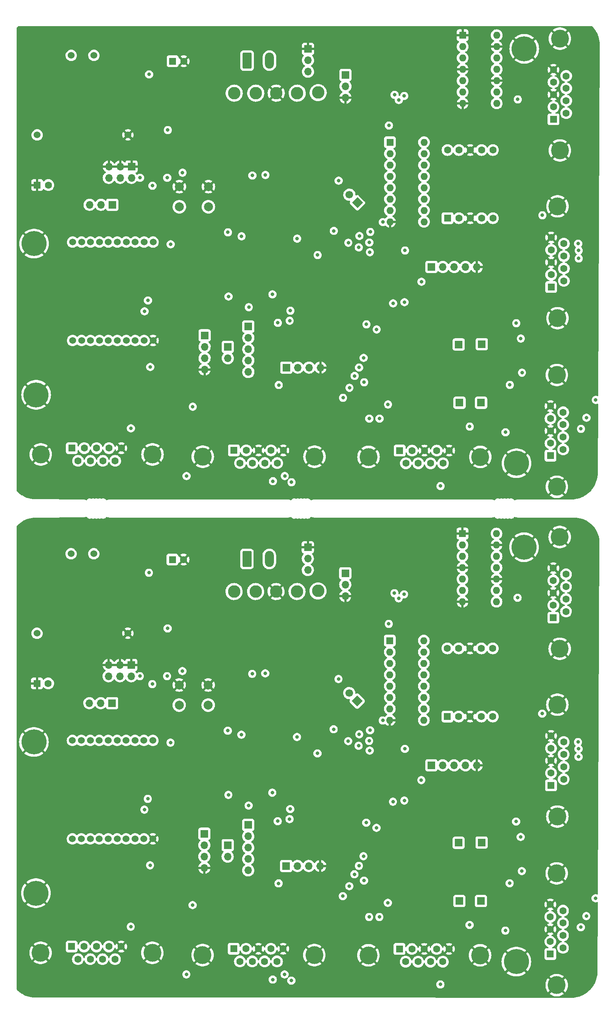
<source format=gbr>
%TF.GenerationSoftware,KiCad,Pcbnew,6.0.11-2627ca5db0~126~ubuntu20.04.1*%
%TF.CreationDate,2023-05-10T15:40:19+05:30*%
%TF.ProjectId,MVCU_F407,4d564355-5f46-4343-9037-2e6b69636164,rev?*%
%TF.SameCoordinates,Original*%
%TF.FileFunction,Copper,L3,Inr*%
%TF.FilePolarity,Positive*%
%FSLAX46Y46*%
G04 Gerber Fmt 4.6, Leading zero omitted, Abs format (unit mm)*
G04 Created by KiCad (PCBNEW 6.0.11-2627ca5db0~126~ubuntu20.04.1) date 2023-05-10 15:40:19*
%MOMM*%
%LPD*%
G01*
G04 APERTURE LIST*
G04 Aperture macros list*
%AMRoundRect*
0 Rectangle with rounded corners*
0 $1 Rounding radius*
0 $2 $3 $4 $5 $6 $7 $8 $9 X,Y pos of 4 corners*
0 Add a 4 corners polygon primitive as box body*
4,1,4,$2,$3,$4,$5,$6,$7,$8,$9,$2,$3,0*
0 Add four circle primitives for the rounded corners*
1,1,$1+$1,$2,$3*
1,1,$1+$1,$4,$5*
1,1,$1+$1,$6,$7*
1,1,$1+$1,$8,$9*
0 Add four rect primitives between the rounded corners*
20,1,$1+$1,$2,$3,$4,$5,0*
20,1,$1+$1,$4,$5,$6,$7,0*
20,1,$1+$1,$6,$7,$8,$9,0*
20,1,$1+$1,$8,$9,$2,$3,0*%
%AMHorizOval*
0 Thick line with rounded ends*
0 $1 width*
0 $2 $3 position (X,Y) of the first rounded end (center of the circle)*
0 $4 $5 position (X,Y) of the second rounded end (center of the circle)*
0 Add line between two ends*
20,1,$1,$2,$3,$4,$5,0*
0 Add two circle primitives to create the rounded ends*
1,1,$1,$2,$3*
1,1,$1,$4,$5*%
%AMRotRect*
0 Rectangle, with rotation*
0 The origin of the aperture is its center*
0 $1 length*
0 $2 width*
0 $3 Rotation angle, in degrees counterclockwise*
0 Add horizontal line*
21,1,$1,$2,0,0,$3*%
G04 Aperture macros list end*
%TA.AperFunction,ComponentPad*%
%ADD10R,1.600000X1.600000*%
%TD*%
%TA.AperFunction,ComponentPad*%
%ADD11O,1.600000X1.600000*%
%TD*%
%TA.AperFunction,ComponentPad*%
%ADD12C,4.000000*%
%TD*%
%TA.AperFunction,ComponentPad*%
%ADD13C,1.600000*%
%TD*%
%TA.AperFunction,ComponentPad*%
%ADD14C,2.800000*%
%TD*%
%TA.AperFunction,ComponentPad*%
%ADD15C,5.600000*%
%TD*%
%TA.AperFunction,ComponentPad*%
%ADD16R,1.700000X1.700000*%
%TD*%
%TA.AperFunction,ComponentPad*%
%ADD17O,1.700000X1.700000*%
%TD*%
%TA.AperFunction,ComponentPad*%
%ADD18C,1.524000*%
%TD*%
%TA.AperFunction,ComponentPad*%
%ADD19RotRect,1.700000X1.700000X225.000000*%
%TD*%
%TA.AperFunction,ComponentPad*%
%ADD20HorizOval,1.700000X0.000000X0.000000X0.000000X0.000000X0*%
%TD*%
%TA.AperFunction,ComponentPad*%
%ADD21RoundRect,0.250000X-0.750000X-1.550000X0.750000X-1.550000X0.750000X1.550000X-0.750000X1.550000X0*%
%TD*%
%TA.AperFunction,ComponentPad*%
%ADD22O,2.000000X3.600000*%
%TD*%
%TA.AperFunction,ComponentPad*%
%ADD23C,2.000000*%
%TD*%
%TA.AperFunction,ViaPad*%
%ADD24C,0.800000*%
%TD*%
G04 APERTURE END LIST*
D10*
%TO.N,GND*%
%TO.C,U1*%
X135264000Y-84289000D03*
D11*
%TO.N,Net-(R2-Pad1)*%
X135264000Y-86829000D03*
%TO.N,/DI_LLS*%
X135264000Y-89369000D03*
%TO.N,GND*%
X135264000Y-91909000D03*
%TO.N,Net-(R4-Pad1)*%
X135264000Y-94449000D03*
%TO.N,/SCK_LLS*%
X135264000Y-96989000D03*
%TO.N,GND*%
X135264000Y-99529000D03*
%TO.N,/CS_LLS*%
X142884000Y-99529000D03*
%TO.N,Net-(R5-Pad1)*%
X142884000Y-96989000D03*
%TO.N,GND*%
X142884000Y-94449000D03*
%TO.N,/SD_MISO*%
X142884000Y-91909000D03*
%TO.N,Net-(R6-Pad1)*%
X142884000Y-89369000D03*
%TO.N,GND*%
X142884000Y-86829000D03*
%TO.N,+3.3V*%
X142884000Y-84289000D03*
%TD*%
D12*
%TO.N,GND*%
%TO.C,J33*%
X156384669Y-73831893D03*
X156384669Y-48831893D03*
D10*
%TO.N,/MVCU_HBT*%
X154964669Y-66871893D03*
D13*
%TO.N,/CAN_N*%
X154964669Y-64101893D03*
%TO.N,GND*%
X154964669Y-61331893D03*
%TO.N,/I2C3_SCL*%
X154964669Y-58561893D03*
%TO.N,GND*%
X154964669Y-55791893D03*
%TO.N,/VCU3_HBT*%
X157804669Y-65486893D03*
%TO.N,/CAN_P*%
X157804669Y-62716893D03*
%TO.N,/I2C_SDA*%
X157804669Y-59946893D03*
%TO.N,+5V*%
X157804669Y-57176893D03*
%TD*%
D14*
%TO.N,/mornsun_Vin*%
%TO.C,+Vin*%
X102947000Y-97118000D03*
%TD*%
D15*
%TO.N,GND*%
%TO.C,H6*%
X39864107Y-53267893D03*
%TD*%
D14*
%TO.N,/mornsun_minus*%
%TO.C,-Vin*%
X98248000Y-97245000D03*
%TD*%
D10*
%TO.N,/display_b*%
%TO.C,U19*%
X119037000Y3197500D03*
D11*
%TO.N,/display_c*%
X119037000Y657500D03*
%TO.N,Net-(J9-Pad2)*%
X119037000Y-1882500D03*
%TO.N,Net-(J9-Pad4)*%
X119037000Y-4422500D03*
%TO.N,Net-(J9-Pad6)*%
X119037000Y-6962500D03*
%TO.N,/display_d*%
X119037000Y-9502500D03*
%TO.N,/display_a*%
X119037000Y-12042500D03*
%TO.N,GND*%
X119037000Y-14582500D03*
%TO.N,Net-(U10-Pad1)*%
X126657000Y-14582500D03*
%TO.N,Net-(U10-Pad2)*%
X126657000Y-12042500D03*
%TO.N,Net-(U10-Pad4)*%
X126657000Y-9502500D03*
%TO.N,Net-(U10-Pad6)*%
X126657000Y-6962500D03*
%TO.N,Net-(U10-Pad7)*%
X126657000Y-4422500D03*
%TO.N,Net-(U10-Pad10)*%
X126657000Y-1882500D03*
%TO.N,Net-(U10-Pad9)*%
X126657000Y657500D03*
%TO.N,+5V*%
X126657000Y3197500D03*
%TD*%
D12*
%TO.N,GND*%
%TO.C,J6*%
X156499107Y-122551893D03*
X156499107Y-147551893D03*
D10*
%TO.N,/MVCU_HBT*%
X155079107Y-140591893D03*
D13*
%TO.N,/CAN_N*%
X155079107Y-137821893D03*
%TO.N,GND*%
X155079107Y-135051893D03*
%TO.N,/I2C3_SCL*%
X155079107Y-132281893D03*
%TO.N,GND*%
X155079107Y-129511893D03*
%TO.N,/VCU2_HBT*%
X157919107Y-139206893D03*
%TO.N,/CAN_P*%
X157919107Y-136436893D03*
%TO.N,/I2C_SDA*%
X157919107Y-133666893D03*
%TO.N,+5V*%
X157919107Y-130896893D03*
%TD*%
D16*
%TO.N,GND*%
%TO.C,J38*%
X61207000Y-2225000D03*
D17*
%TO.N,+3.3V*%
X61207000Y-4765000D03*
%TO.N,GND*%
X58667000Y-2225000D03*
%TO.N,+5V*%
X58667000Y-4765000D03*
%TO.N,GND*%
X56127000Y-2225000D03*
%TO.N,/mornsun_Vin*%
X56127000Y-4765000D03*
%TD*%
D10*
%TO.N,/mornsun_Vin*%
%TO.C,C54*%
X70404349Y21325000D03*
D13*
%TO.N,GND*%
X72904349Y21325000D03*
%TD*%
D16*
%TO.N,/SPI2_SCK*%
%TO.C,J35*%
X95857000Y-47175000D03*
D17*
%TO.N,/SPI2_MISO*%
X98397000Y-47175000D03*
%TO.N,/SPI2_MOSI*%
X100937000Y-47175000D03*
%TO.N,GND*%
X103477000Y-47175000D03*
%TD*%
D16*
%TO.N,/USART2_Tx*%
%TO.C,J31*%
X77557000Y-39975000D03*
D17*
%TO.N,/USART2_Rx*%
X77557000Y-42515000D03*
%TO.N,/gpio*%
X77557000Y-45055000D03*
%TO.N,GND*%
X77557000Y-47595000D03*
%TD*%
D18*
%TO.N,+3.3V*%
%TO.C,U9*%
X47993660Y-152543200D03*
%TO.N,/Xbee_Tx*%
X49995180Y-152543200D03*
%TO.N,/Xbee_Rx*%
X51994160Y-152543200D03*
%TO.N,unconnected-(U9-Pad4)*%
X53995680Y-152543200D03*
%TO.N,/RST*%
X55994660Y-152543200D03*
%TO.N,/RSSI*%
X57993640Y-152543200D03*
%TO.N,unconnected-(U9-Pad7)*%
X59995160Y-152543200D03*
%TO.N,unconnected-(U9-Pad8)*%
X61994140Y-152543200D03*
%TO.N,unconnected-(U9-Pad9)*%
X63995660Y-152543200D03*
%TO.N,GND*%
X65994640Y-152543200D03*
%TO.N,unconnected-(U9-Pad11)*%
X65994640Y-130546800D03*
%TO.N,unconnected-(U9-Pad12)*%
X63995660Y-130546800D03*
%TO.N,unconnected-(U9-Pad13)*%
X61994140Y-130546800D03*
%TO.N,unconnected-(U9-Pad14)*%
X59995160Y-130546800D03*
%TO.N,Net-(R23-Pad2)*%
X57993640Y-130546800D03*
%TO.N,unconnected-(U9-Pad16)*%
X55994660Y-130546800D03*
%TO.N,unconnected-(U9-Pad17)*%
X53995680Y-130546800D03*
%TO.N,unconnected-(U9-Pad18)*%
X51994160Y-130546800D03*
%TO.N,unconnected-(U9-Pad19)*%
X49995180Y-130546800D03*
%TO.N,unconnected-(U9-Pad20)*%
X47993660Y-130546800D03*
%TD*%
D16*
%TO.N,+5V*%
%TO.C,J39*%
X56907000Y-10775000D03*
D17*
%TO.N,Net-(C26-Pad1)*%
X54367000Y-10775000D03*
%TO.N,unconnected-(J18-Pad3)*%
X51827000Y-10775000D03*
%TD*%
D16*
%TO.N,/CAN_Rx*%
%TO.C,J41*%
X134609000Y-55040000D03*
%TD*%
D10*
%TO.N,Net-(U10-Pad1)*%
%TO.C,U10*%
X131888000Y-125195000D03*
D13*
%TO.N,Net-(U10-Pad2)*%
X134428000Y-125195000D03*
%TO.N,GND*%
X136968000Y-125195000D03*
%TO.N,Net-(U10-Pad4)*%
X139508000Y-125195000D03*
%TO.N,unconnected-(U10-Pad5)*%
X142048000Y-125195000D03*
%TO.N,Net-(U10-Pad6)*%
X142048000Y-109955000D03*
%TO.N,Net-(U10-Pad7)*%
X139508000Y-109955000D03*
%TO.N,GND*%
X136968000Y-109955000D03*
%TO.N,Net-(U10-Pad9)*%
X134428000Y-109955000D03*
%TO.N,Net-(U10-Pad10)*%
X131888000Y-109955000D03*
%TD*%
D15*
%TO.N,GND*%
%TO.C,H5*%
X147357000Y-68575000D03*
%TD*%
D19*
%TO.N,/I2C1_SCL*%
%TO.C,J36*%
X111758562Y-10326562D03*
D20*
%TO.N,/I2C1_SDA*%
X109962511Y-8530511D03*
%TD*%
D12*
%TO.N,GND*%
%TO.C,J26*%
X65904107Y-66607562D03*
X40904107Y-66607562D03*
D10*
%TO.N,unconnected-(J4-Pad1)*%
X47864107Y-65187562D03*
D13*
%TO.N,/Rx*%
X50634107Y-65187562D03*
%TO.N,/Tx*%
X53404107Y-65187562D03*
%TO.N,unconnected-(J4-Pad4)*%
X56174107Y-65187562D03*
%TO.N,GND*%
X58944107Y-65187562D03*
%TO.N,unconnected-(J4-Pad6)*%
X49249107Y-68027562D03*
%TO.N,unconnected-(J4-Pad7)*%
X52019107Y-68027562D03*
%TO.N,unconnected-(J4-Pad8)*%
X54789107Y-68027562D03*
%TO.N,unconnected-(J4-Pad9)*%
X57559107Y-68027562D03*
%TD*%
D16*
%TO.N,/SWDIO*%
%TO.C,J34*%
X128332000Y-24675000D03*
D17*
%TO.N,/SWCLK*%
X130872000Y-24675000D03*
%TO.N,/SWo*%
X133412000Y-24675000D03*
%TO.N,+3.3V*%
X135952000Y-24675000D03*
%TO.N,GND*%
X138492000Y-24675000D03*
%TD*%
D15*
%TO.N,GND*%
%TO.C,H4*%
X149048000Y-87339000D03*
%TD*%
%TO.N,GND*%
%TO.C,H2*%
X39825107Y-164687893D03*
%TD*%
D12*
%TO.N,GND*%
%TO.C,J29*%
X77154107Y-67107562D03*
X102154107Y-67107562D03*
D10*
%TO.N,/MVCU_HBT*%
X84114107Y-65687562D03*
D13*
%TO.N,/CAN_N*%
X86884107Y-65687562D03*
%TO.N,GND*%
X89654107Y-65687562D03*
%TO.N,/I2C3_SCL*%
X92424107Y-65687562D03*
%TO.N,GND*%
X95194107Y-65687562D03*
%TO.N,/VCU5_HBT*%
X85499107Y-68527562D03*
%TO.N,/CAN_P*%
X88269107Y-68527562D03*
%TO.N,/I2C_SDA*%
X91039107Y-68527562D03*
%TO.N,+5V*%
X93809107Y-68527562D03*
%TD*%
D16*
%TO.N,/ADC_in6*%
%TO.C,J2*%
X87318000Y-149420000D03*
D17*
%TO.N,/ADC_in7*%
X87318000Y-151960000D03*
%TO.N,/ADC_in14*%
X87318000Y-154500000D03*
%TO.N,/ADC_in15*%
X87318000Y-157040000D03*
%TO.N,/ADC_in8*%
X87318000Y-159580000D03*
%TD*%
D12*
%TO.N,GND*%
%TO.C,J7*%
X77115107Y-178527562D03*
X102115107Y-178527562D03*
D10*
%TO.N,/MVCU_HBT*%
X84075107Y-177107562D03*
D13*
%TO.N,/CAN_N*%
X86845107Y-177107562D03*
%TO.N,GND*%
X89615107Y-177107562D03*
%TO.N,/I2C3_SCL*%
X92385107Y-177107562D03*
%TO.N,GND*%
X95155107Y-177107562D03*
%TO.N,/VCU5_HBT*%
X85460107Y-179947562D03*
%TO.N,/CAN_P*%
X88230107Y-179947562D03*
%TO.N,/I2C_SDA*%
X91000107Y-179947562D03*
%TO.N,+5V*%
X93770107Y-179947562D03*
%TD*%
D14*
%TO.N,+3.3V*%
%TO.C,3V1*%
X89016000Y14175000D03*
%TD*%
D12*
%TO.N,GND*%
%TO.C,J11*%
X157018776Y-85051893D03*
X157018776Y-110051893D03*
D10*
%TO.N,/MVCU_HBT*%
X155598776Y-103091893D03*
D13*
%TO.N,/CAN_N*%
X155598776Y-100321893D03*
%TO.N,GND*%
X155598776Y-97551893D03*
%TO.N,/I2C3_SCL*%
X155598776Y-94781893D03*
%TO.N,GND*%
X155598776Y-92011893D03*
%TO.N,/VCU1_HBT*%
X158438776Y-101706893D03*
%TO.N,/CAN_P*%
X158438776Y-98936893D03*
%TO.N,/I2C_SDA*%
X158438776Y-96166893D03*
%TO.N,+5V*%
X158438776Y-93396893D03*
%TD*%
D16*
%TO.N,/CAN_Rx*%
%TO.C,J20*%
X134570000Y-166460000D03*
%TD*%
%TO.N,/SWDIO*%
%TO.C,J13*%
X128293000Y-136095000D03*
D17*
%TO.N,/SWCLK*%
X130833000Y-136095000D03*
%TO.N,/SWo*%
X133373000Y-136095000D03*
%TO.N,+3.3V*%
X135913000Y-136095000D03*
%TO.N,GND*%
X138453000Y-136095000D03*
%TD*%
D16*
%TO.N,GND*%
%TO.C,J16*%
X100661000Y-87354000D03*
D17*
%TO.N,/mornsun_minus*%
X100661000Y-89894000D03*
%TO.N,unconnected-(J16-Pad3)*%
X100661000Y-92434000D03*
%TD*%
D16*
%TO.N,/USART2_Tx*%
%TO.C,J10*%
X77518000Y-151395000D03*
D17*
%TO.N,/USART2_Rx*%
X77518000Y-153935000D03*
%TO.N,/gpio*%
X77518000Y-156475000D03*
%TO.N,GND*%
X77518000Y-159015000D03*
%TD*%
D12*
%TO.N,GND*%
%TO.C,J12*%
X156345669Y-185251893D03*
X156345669Y-160251893D03*
D10*
%TO.N,/MVCU_HBT*%
X154925669Y-178291893D03*
D13*
%TO.N,/CAN_N*%
X154925669Y-175521893D03*
%TO.N,GND*%
X154925669Y-172751893D03*
%TO.N,/I2C3_SCL*%
X154925669Y-169981893D03*
%TO.N,GND*%
X154925669Y-167211893D03*
%TO.N,/VCU3_HBT*%
X157765669Y-176906893D03*
%TO.N,/CAN_P*%
X157765669Y-174136893D03*
%TO.N,/I2C_SDA*%
X157765669Y-171366893D03*
%TO.N,+5V*%
X157765669Y-168596893D03*
%TD*%
D16*
%TO.N,/CAN_P*%
%TO.C,J21*%
X139550000Y-153350000D03*
%TD*%
D10*
%TO.N,/display_b*%
%TO.C,U8*%
X118998000Y-108222500D03*
D11*
%TO.N,/display_c*%
X118998000Y-110762500D03*
%TO.N,Net-(J9-Pad2)*%
X118998000Y-113302500D03*
%TO.N,Net-(J9-Pad4)*%
X118998000Y-115842500D03*
%TO.N,Net-(J9-Pad6)*%
X118998000Y-118382500D03*
%TO.N,/display_d*%
X118998000Y-120922500D03*
%TO.N,/display_a*%
X118998000Y-123462500D03*
%TO.N,GND*%
X118998000Y-126002500D03*
%TO.N,Net-(U10-Pad1)*%
X126618000Y-126002500D03*
%TO.N,Net-(U10-Pad2)*%
X126618000Y-123462500D03*
%TO.N,Net-(U10-Pad4)*%
X126618000Y-120922500D03*
%TO.N,Net-(U10-Pad6)*%
X126618000Y-118382500D03*
%TO.N,Net-(U10-Pad7)*%
X126618000Y-115842500D03*
%TO.N,Net-(U10-Pad10)*%
X126618000Y-113302500D03*
%TO.N,Net-(U10-Pad9)*%
X126618000Y-110762500D03*
%TO.N,+5V*%
X126618000Y-108222500D03*
%TD*%
D15*
%TO.N,GND*%
%TO.C,H3*%
X39368000Y-130895000D03*
%TD*%
D14*
%TO.N,+5V*%
%TO.C,+5V*%
X84151000Y-97245000D03*
%TD*%
D16*
%TO.N,/CAN_P*%
%TO.C,J42*%
X139589000Y-41930000D03*
%TD*%
D21*
%TO.N,/mornsun_minus*%
%TO.C,J5*%
X87045107Y-89966500D03*
D22*
%TO.N,/mornsun_Vin*%
X92045107Y-89966500D03*
%TD*%
D12*
%TO.N,GND*%
%TO.C,J32*%
X157057776Y1368107D03*
X157057776Y26368107D03*
D10*
%TO.N,/MVCU_HBT*%
X155637776Y8328107D03*
D13*
%TO.N,/CAN_N*%
X155637776Y11098107D03*
%TO.N,GND*%
X155637776Y13868107D03*
%TO.N,/I2C3_SCL*%
X155637776Y16638107D03*
%TO.N,GND*%
X155637776Y19408107D03*
%TO.N,/VCU1_HBT*%
X158477776Y9713107D03*
%TO.N,/CAN_P*%
X158477776Y12483107D03*
%TO.N,/I2C_SDA*%
X158477776Y15253107D03*
%TO.N,+5V*%
X158477776Y18023107D03*
%TD*%
D21*
%TO.N,/mornsun_minus*%
%TO.C,J27*%
X87084107Y21453500D03*
D22*
%TO.N,/mornsun_Vin*%
X92084107Y21453500D03*
%TD*%
D16*
%TO.N,GND*%
%TO.C,J17*%
X61168000Y-113645000D03*
D17*
%TO.N,+3.3V*%
X61168000Y-116185000D03*
%TO.N,GND*%
X58628000Y-113645000D03*
%TO.N,+5V*%
X58628000Y-116185000D03*
%TO.N,GND*%
X56088000Y-113645000D03*
%TO.N,/mornsun_Vin*%
X56088000Y-116185000D03*
%TD*%
D16*
%TO.N,/CAN_N*%
%TO.C,J22*%
X139396000Y-166460000D03*
%TD*%
D10*
%TO.N,Net-(U10-Pad1)*%
%TO.C,U21*%
X131927000Y-13775000D03*
D13*
%TO.N,Net-(U10-Pad2)*%
X134467000Y-13775000D03*
%TO.N,GND*%
X137007000Y-13775000D03*
%TO.N,Net-(U10-Pad4)*%
X139547000Y-13775000D03*
%TO.N,unconnected-(U10-Pad5)*%
X142087000Y-13775000D03*
%TO.N,Net-(U10-Pad6)*%
X142087000Y1465000D03*
%TO.N,Net-(U10-Pad7)*%
X139547000Y1465000D03*
%TO.N,GND*%
X137007000Y1465000D03*
%TO.N,Net-(U10-Pad9)*%
X134467000Y1465000D03*
%TO.N,Net-(U10-Pad10)*%
X131927000Y1465000D03*
%TD*%
D12*
%TO.N,GND*%
%TO.C,J4*%
X40865107Y-178027562D03*
X65865107Y-178027562D03*
D10*
%TO.N,unconnected-(J4-Pad1)*%
X47825107Y-176607562D03*
D13*
%TO.N,/Rx*%
X50595107Y-176607562D03*
%TO.N,/Tx*%
X53365107Y-176607562D03*
%TO.N,unconnected-(J4-Pad4)*%
X56135107Y-176607562D03*
%TO.N,GND*%
X58905107Y-176607562D03*
%TO.N,unconnected-(J4-Pad6)*%
X49210107Y-179447562D03*
%TO.N,unconnected-(J4-Pad7)*%
X51980107Y-179447562D03*
%TO.N,unconnected-(J4-Pad8)*%
X54750107Y-179447562D03*
%TO.N,unconnected-(J4-Pad9)*%
X57520107Y-179447562D03*
%TD*%
D16*
%TO.N,/SPI2_SCK*%
%TO.C,J14*%
X95818000Y-158595000D03*
D17*
%TO.N,/SPI2_MISO*%
X98358000Y-158595000D03*
%TO.N,/SPI2_MOSI*%
X100898000Y-158595000D03*
%TO.N,GND*%
X103438000Y-158595000D03*
%TD*%
D15*
%TO.N,GND*%
%TO.C,H1*%
X147318000Y-179995000D03*
%TD*%
D16*
%TO.N,+5V*%
%TO.C,J18*%
X56868000Y-122195000D03*
D17*
%TO.N,Net-(C26-Pad1)*%
X54328000Y-122195000D03*
%TO.N,unconnected-(J18-Pad3)*%
X51788000Y-122195000D03*
%TD*%
D14*
%TO.N,GND*%
%TO.C,GND1*%
X93588000Y14175000D03*
%TD*%
%TO.N,+3.3V*%
%TO.C,3V3*%
X88977000Y-97245000D03*
%TD*%
D18*
%TO.N,+3.3V*%
%TO.C,U20*%
X48032660Y-41123200D03*
%TO.N,/Xbee_Tx*%
X50034180Y-41123200D03*
%TO.N,/Xbee_Rx*%
X52033160Y-41123200D03*
%TO.N,unconnected-(U9-Pad4)*%
X54034680Y-41123200D03*
%TO.N,/RST*%
X56033660Y-41123200D03*
%TO.N,/RSSI*%
X58032640Y-41123200D03*
%TO.N,unconnected-(U9-Pad7)*%
X60034160Y-41123200D03*
%TO.N,unconnected-(U9-Pad8)*%
X62033140Y-41123200D03*
%TO.N,unconnected-(U9-Pad9)*%
X64034660Y-41123200D03*
%TO.N,GND*%
X66033640Y-41123200D03*
%TO.N,unconnected-(U9-Pad11)*%
X66033640Y-19126800D03*
%TO.N,unconnected-(U9-Pad12)*%
X64034660Y-19126800D03*
%TO.N,unconnected-(U9-Pad13)*%
X62033140Y-19126800D03*
%TO.N,unconnected-(U9-Pad14)*%
X60034160Y-19126800D03*
%TO.N,Net-(R23-Pad2)*%
X58032640Y-19126800D03*
%TO.N,unconnected-(U9-Pad16)*%
X56033660Y-19126800D03*
%TO.N,unconnected-(U9-Pad17)*%
X54034680Y-19126800D03*
%TO.N,unconnected-(U9-Pad18)*%
X52033160Y-19126800D03*
%TO.N,unconnected-(U9-Pad19)*%
X50034180Y-19126800D03*
%TO.N,unconnected-(U9-Pad20)*%
X48032660Y-19126800D03*
%TD*%
D15*
%TO.N,GND*%
%TO.C,H7*%
X39407000Y-19475000D03*
%TD*%
D10*
%TO.N,GND*%
%TO.C,U12*%
X135303000Y27131000D03*
D11*
%TO.N,Net-(R2-Pad1)*%
X135303000Y24591000D03*
%TO.N,/DI_LLS*%
X135303000Y22051000D03*
%TO.N,GND*%
X135303000Y19511000D03*
%TO.N,Net-(R4-Pad1)*%
X135303000Y16971000D03*
%TO.N,/SCK_LLS*%
X135303000Y14431000D03*
%TO.N,GND*%
X135303000Y11891000D03*
%TO.N,/CS_LLS*%
X142923000Y11891000D03*
%TO.N,Net-(R5-Pad1)*%
X142923000Y14431000D03*
%TO.N,GND*%
X142923000Y16971000D03*
%TO.N,/SD_MISO*%
X142923000Y19511000D03*
%TO.N,Net-(R6-Pad1)*%
X142923000Y22051000D03*
%TO.N,GND*%
X142923000Y24591000D03*
%TO.N,+3.3V*%
X142923000Y27131000D03*
%TD*%
D18*
%TO.N,/mornsun_minus*%
%TO.C,U18*%
X52804107Y22611107D03*
%TO.N,/mornsun_Vin*%
X47724107Y22611107D03*
%TO.N,Net-(C26-Pad1)*%
X40104107Y4831107D03*
%TO.N,GND*%
X60424107Y4831107D03*
%TD*%
D12*
%TO.N,GND*%
%TO.C,J8*%
X139215107Y-178577562D03*
X114215107Y-178577562D03*
D10*
%TO.N,/MVCU_HBT*%
X121175107Y-177157562D03*
D13*
%TO.N,/CAN_N*%
X123945107Y-177157562D03*
%TO.N,GND*%
X126715107Y-177157562D03*
%TO.N,/I2C3_SCL*%
X129485107Y-177157562D03*
%TO.N,GND*%
X132255107Y-177157562D03*
%TO.N,/VCU4_HBT*%
X122560107Y-179997562D03*
%TO.N,/CAN_P*%
X125330107Y-179997562D03*
%TO.N,/I2C_SDA*%
X128100107Y-179997562D03*
%TO.N,+5V*%
X130870107Y-179997562D03*
%TD*%
D14*
%TO.N,+5V*%
%TO.C,+5V1*%
X84190000Y14175000D03*
%TD*%
%TO.N,/mornsun_minus*%
%TO.C,-Vin1*%
X98287000Y14175000D03*
%TD*%
D16*
%TO.N,/CAN_Tx*%
%TO.C,J40*%
X134439000Y-42005000D03*
%TD*%
%TO.N,+3.3V*%
%TO.C,J9*%
X109082000Y18250000D03*
D17*
%TO.N,Net-(J1-Pad2)*%
X109082000Y15710000D03*
%TO.N,GND*%
X109082000Y13170000D03*
%TD*%
D23*
%TO.N,GND*%
%TO.C,SW1*%
X78375107Y-118137893D03*
X71875107Y-118137893D03*
%TO.N,Net-(C3-Pad1)*%
X78375107Y-122637893D03*
X71875107Y-122637893D03*
%TD*%
D16*
%TO.N,/CAN_Tx*%
%TO.C,J19*%
X134400000Y-153425000D03*
%TD*%
D10*
%TO.N,GND*%
%TO.C,C27*%
X40065349Y-117795000D03*
D13*
%TO.N,Net-(C26-Pad1)*%
X42565349Y-117795000D03*
%TD*%
D19*
%TO.N,/I2C1_SCL*%
%TO.C,J15*%
X111719562Y-121746562D03*
D20*
%TO.N,/I2C1_SDA*%
X109923511Y-119950511D03*
%TD*%
D10*
%TO.N,GND*%
%TO.C,C57*%
X40104349Y-6375000D03*
D13*
%TO.N,Net-(C26-Pad1)*%
X42604349Y-6375000D03*
%TD*%
D18*
%TO.N,/mornsun_minus*%
%TO.C,U7*%
X52765107Y-88808893D03*
%TO.N,/mornsun_Vin*%
X47685107Y-88808893D03*
%TO.N,Net-(C26-Pad1)*%
X40065107Y-106588893D03*
%TO.N,GND*%
X60385107Y-106588893D03*
%TD*%
D16*
%TO.N,/DAC_1*%
%TO.C,J44*%
X82757000Y-42540000D03*
D17*
%TO.N,/DAC_2*%
X82757000Y-45080000D03*
%TD*%
D14*
%TO.N,GND*%
%TO.C,GND*%
X93549000Y-97245000D03*
%TD*%
D16*
%TO.N,+3.3V*%
%TO.C,J1*%
X109043000Y-93170000D03*
D17*
%TO.N,Net-(J1-Pad2)*%
X109043000Y-95710000D03*
%TO.N,GND*%
X109043000Y-98250000D03*
%TD*%
D12*
%TO.N,GND*%
%TO.C,J30*%
X139254107Y-67157562D03*
X114254107Y-67157562D03*
D10*
%TO.N,/MVCU_HBT*%
X121214107Y-65737562D03*
D13*
%TO.N,/CAN_N*%
X123984107Y-65737562D03*
%TO.N,GND*%
X126754107Y-65737562D03*
%TO.N,/I2C3_SCL*%
X129524107Y-65737562D03*
%TO.N,GND*%
X132294107Y-65737562D03*
%TO.N,/VCU4_HBT*%
X122599107Y-68577562D03*
%TO.N,/CAN_P*%
X125369107Y-68577562D03*
%TO.N,/I2C_SDA*%
X128139107Y-68577562D03*
%TO.N,+5V*%
X130909107Y-68577562D03*
%TD*%
D12*
%TO.N,GND*%
%TO.C,J28*%
X156538107Y-11131893D03*
X156538107Y-36131893D03*
D10*
%TO.N,/MVCU_HBT*%
X155118107Y-29171893D03*
D13*
%TO.N,/CAN_N*%
X155118107Y-26401893D03*
%TO.N,GND*%
X155118107Y-23631893D03*
%TO.N,/I2C3_SCL*%
X155118107Y-20861893D03*
%TO.N,GND*%
X155118107Y-18091893D03*
%TO.N,/VCU2_HBT*%
X157958107Y-27786893D03*
%TO.N,/CAN_P*%
X157958107Y-25016893D03*
%TO.N,/I2C_SDA*%
X157958107Y-22246893D03*
%TO.N,+5V*%
X157958107Y-19476893D03*
%TD*%
D10*
%TO.N,/mornsun_Vin*%
%TO.C,C24*%
X70365349Y-90095000D03*
D13*
%TO.N,GND*%
X72865349Y-90095000D03*
%TD*%
D16*
%TO.N,GND*%
%TO.C,J37*%
X100700000Y24066000D03*
D17*
%TO.N,/mornsun_minus*%
X100700000Y21526000D03*
%TO.N,unconnected-(J16-Pad3)*%
X100700000Y18986000D03*
%TD*%
D15*
%TO.N,GND*%
%TO.C,H8*%
X149087000Y24081000D03*
%TD*%
D23*
%TO.N,GND*%
%TO.C,SW2*%
X71914107Y-6717893D03*
X78414107Y-6717893D03*
%TO.N,Net-(C3-Pad1)*%
X71914107Y-11217893D03*
X78414107Y-11217893D03*
%TD*%
D16*
%TO.N,/ADC_in6*%
%TO.C,J24*%
X87357000Y-38000000D03*
D17*
%TO.N,/ADC_in7*%
X87357000Y-40540000D03*
%TO.N,/ADC_in14*%
X87357000Y-43080000D03*
%TO.N,/ADC_in15*%
X87357000Y-45620000D03*
%TO.N,/ADC_in8*%
X87357000Y-48160000D03*
%TD*%
D16*
%TO.N,/CAN_N*%
%TO.C,J43*%
X139435000Y-55040000D03*
%TD*%
%TO.N,/DAC_1*%
%TO.C,J23*%
X82718000Y-153960000D03*
D17*
%TO.N,/DAC_2*%
X82718000Y-156500000D03*
%TD*%
D14*
%TO.N,/mornsun_Vin*%
%TO.C,+Vin1*%
X102986000Y14302000D03*
%TD*%
D24*
%TO.N,GND*%
X131776000Y-160237000D03*
X103182000Y5450000D03*
X65609000Y-114009000D03*
X75554000Y14429000D03*
X68823000Y9857000D03*
X115647000Y-105119000D03*
X103143000Y-105970000D03*
X85193000Y-105895000D03*
X109118000Y-105895000D03*
X103875000Y-19734000D03*
X119877000Y-29005000D03*
X75887000Y-139928500D03*
X109157000Y5525000D03*
X96382000Y-18083000D03*
X91368000Y-125595000D03*
X50281000Y-46785000D03*
X109424000Y-139409000D03*
X85278353Y-122195000D03*
X119838000Y-140425000D03*
X103836000Y-131154000D03*
X131815000Y-48817000D03*
X92557000Y-51175000D03*
X85317353Y-10775000D03*
X126007000Y-98755000D03*
X85018000Y-145195000D03*
X65648000Y-2589000D03*
X85232000Y5525000D03*
X109463000Y-27989000D03*
X85057000Y-33775000D03*
X105018000Y-10336000D03*
X75515000Y-96991000D03*
X85714000Y-21258000D03*
X94311000Y-133694000D03*
X95620000Y-8431000D03*
X104918000Y-164095000D03*
X75887000Y-133832500D03*
X123086000Y-98882000D03*
X102224000Y-23290000D03*
X96757000Y-42475000D03*
X102185000Y-134710000D03*
X75926000Y-28508500D03*
X50242000Y-158205000D03*
X104957000Y-52675000D03*
X95581000Y-119851000D03*
X126046000Y12665000D03*
X126118000Y-96104000D03*
X91182000Y5675000D03*
X60910000Y-121629000D03*
X141680000Y-156294500D03*
X97182000Y5475000D03*
X91318000Y-139995000D03*
X91407000Y-14175000D03*
X85675000Y-132678000D03*
X113654000Y3634000D03*
X73356000Y-106135000D03*
X104979000Y-121756000D03*
X92518000Y-162595000D03*
X68784000Y-101563000D03*
X97143000Y-105945000D03*
X96343000Y-129503000D03*
X115686000Y6301000D03*
X141719000Y-44874500D03*
X123125000Y12538000D03*
X94350000Y-22274000D03*
X96718000Y-153895000D03*
X111982000Y22750000D03*
X75926000Y-22412500D03*
X113615000Y-107786000D03*
X73395000Y5285000D03*
X91143000Y-105745000D03*
X126157000Y15316000D03*
X111943000Y-88670000D03*
X91357000Y-28575000D03*
X60949000Y-10209000D03*
X98182000Y-28375000D03*
X145782000Y-24350000D03*
X159093000Y-165245000D03*
X50057000Y-500000D03*
X48143000Y-185620000D03*
X47618000Y-138420000D03*
X86057000Y-73100000D03*
X62257000Y-27000000D03*
X139518000Y-143245000D03*
X138283000Y-31801000D03*
X100532000Y-26100000D03*
X42508000Y17674000D03*
X145743000Y-137095000D03*
X88618000Y-185870000D03*
X156532000Y-52475000D03*
X49158000Y7674000D03*
X120893000Y-181895000D03*
X42469000Y-93746000D03*
X158068000Y-88695000D03*
X139607000Y-30550000D03*
X102768000Y-139820000D03*
X120932000Y-70475000D03*
X104407000Y-27050000D03*
X139568000Y-141970000D03*
X40182000Y-44675000D03*
X147043000Y-137170000D03*
X156507000Y-14600000D03*
X51382000Y-500000D03*
X128843000Y-167245000D03*
X43782000Y17650000D03*
X134018000Y-181445000D03*
X46818000Y-185620000D03*
X80918000Y-167920000D03*
X50443000Y-102495000D03*
X49119000Y-103746000D03*
X156494000Y-165221000D03*
X37557000Y-30025000D03*
X42507000Y19000000D03*
X42293000Y-123295000D03*
X45582000Y-72850000D03*
X48782000Y850000D03*
X126243000Y-165895000D03*
X99343000Y-138695000D03*
X56618000Y-184295000D03*
X124900000Y-148650000D03*
X106518000Y-138320000D03*
X100343000Y-142120000D03*
X127568000Y-165970000D03*
X50293000Y-138470000D03*
X38818000Y-142845000D03*
X48893000Y-139770000D03*
X158069000Y-90021000D03*
X43607000Y-13225000D03*
X44932000Y-13225000D03*
X124975000Y-147350000D03*
X45544000Y-185596000D03*
X60933000Y-28251000D03*
X145767000Y-134496000D03*
X51793000Y-102470000D03*
X126244000Y-167221000D03*
X59293000Y-184345000D03*
X40167000Y-153496000D03*
X147018000Y-135820000D03*
X62168000Y-139695000D03*
X86019000Y-185846000D03*
X128918000Y-165945000D03*
X48257000Y-72900000D03*
X101432000Y-31800000D03*
X62207000Y-28275000D03*
X40143000Y-156095000D03*
X50107000Y775000D03*
X105557000Y-25800000D03*
X63607000Y-26975000D03*
X46857000Y-74200000D03*
X122340000Y-37206000D03*
X126283000Y-55801000D03*
X42294000Y-124621000D03*
X123625000Y-147375000D03*
X80957000Y-56500000D03*
X41532000Y-42075000D03*
X100493000Y-139895000D03*
X156533000Y-53801000D03*
X157857000Y-52550000D03*
X62218000Y-138420000D03*
X140918000Y-141945000D03*
X156508000Y-15926000D03*
X127557000Y-55825000D03*
X105268000Y-139470000D03*
X57982000Y-72950000D03*
X87343000Y-184595000D03*
X59332000Y-72925000D03*
X122301000Y-148626000D03*
X42333000Y-13201000D03*
X122300000Y-147300000D03*
X135332000Y-71375000D03*
X101518000Y-140895000D03*
X156493000Y-163895000D03*
X134057000Y-70025000D03*
X88732000Y-73150000D03*
X140882000Y-31825000D03*
X45182000Y18950000D03*
X145743000Y-135770000D03*
X147057000Y-24400000D03*
X46907000Y-72925000D03*
X135382000Y-70100000D03*
X135293000Y-182795000D03*
X160668000Y-90045000D03*
X159343000Y-90045000D03*
X147082000Y-25750000D03*
X56619000Y-185621000D03*
X159432000Y22650000D03*
X60894000Y-139671000D03*
X40182000Y-43350000D03*
X99293000Y-141070000D03*
X119607000Y-70400000D03*
X47619000Y-139746000D03*
X48744000Y-111896000D03*
X122339000Y-35880000D03*
X88657000Y-74450000D03*
X38907000Y-28750000D03*
X105518000Y-137220000D03*
X102643000Y-142120000D03*
X145782000Y-25675000D03*
X160782000Y22675000D03*
X106557000Y-26900000D03*
X38793000Y-141495000D03*
X159132000Y-53825000D03*
X87332000Y-74450000D03*
X37518000Y-141445000D03*
X50432000Y7650000D03*
X103368000Y-137470000D03*
X50393000Y-103770000D03*
X57943000Y-184370000D03*
X48982000Y-27075000D03*
X56657000Y-72875000D03*
X82307000Y-56475000D03*
X80907000Y-57775000D03*
X63493000Y-139695000D03*
X147132000Y-23075000D03*
X44893000Y-124645000D03*
X50218000Y-139770000D03*
X87382000Y-73175000D03*
X49118000Y-102420000D03*
X43657000Y-11950000D03*
X41443000Y-156170000D03*
X43568000Y-124645000D03*
X63532000Y-28275000D03*
X102682000Y-30700000D03*
X51757000Y7650000D03*
X37542000Y-140171000D03*
X157807000Y-53825000D03*
X126282000Y-54475000D03*
X119568000Y-181820000D03*
X45543000Y-184270000D03*
X157832000Y-14675000D03*
X60932000Y-26925000D03*
X37518000Y-142770000D03*
X40143000Y-154770000D03*
X99332000Y-29650000D03*
X101393000Y-143220000D03*
X103718000Y-140770000D03*
X104832000Y-24750000D03*
X157782000Y-15950000D03*
X50068000Y-110645000D03*
X140957000Y-30525000D03*
X41482000Y-44750000D03*
X88693000Y-184570000D03*
X50257000Y-28350000D03*
X119608000Y-71726000D03*
X79632000Y-56425000D03*
X56658000Y-74201000D03*
X159143000Y-126070000D03*
X99382000Y-27275000D03*
X57932000Y-74225000D03*
X51718000Y-103770000D03*
X42468000Y-92420000D03*
X159107000Y-15950000D03*
X140843000Y-143245000D03*
X60893000Y-138345000D03*
X48943000Y-138495000D03*
X104368000Y-138470000D03*
X157743000Y-127370000D03*
X123614000Y-37230000D03*
X125014000Y-35930000D03*
X156468000Y-126020000D03*
X160707000Y21375000D03*
X48783000Y-476000D03*
X120843000Y-183170000D03*
X159068000Y-127370000D03*
X127518000Y-167245000D03*
X145806000Y-23076000D03*
X41418000Y-154820000D03*
X37557000Y-31350000D03*
X147093000Y-134495000D03*
X48218000Y-184320000D03*
X42332000Y-11875000D03*
X82232000Y-57775000D03*
X79593000Y-167845000D03*
X159382000Y21375000D03*
X82193000Y-169195000D03*
X86058000Y-74426000D03*
X104793000Y-136170000D03*
X159393000Y-88770000D03*
X128957000Y-54525000D03*
X124939000Y-37230000D03*
X57893000Y-185645000D03*
X139557000Y-31825000D03*
X158108000Y21399000D03*
X123664000Y-35955000D03*
X119569000Y-183146000D03*
X59257000Y-74225000D03*
X43618000Y-123370000D03*
X49157000Y9000000D03*
X157793000Y-126095000D03*
X48932000Y-28350000D03*
X40206000Y-42076000D03*
X156469000Y-127346000D03*
X128882000Y-55825000D03*
X159182000Y-14650000D03*
X45583000Y-74176000D03*
X100532000Y-28475000D03*
X59218000Y-185645000D03*
X48743000Y-110570000D03*
X138244000Y-143221000D03*
X157818000Y-163970000D03*
X100382000Y-30700000D03*
X138282000Y-30475000D03*
X51457000Y800000D03*
X50332000Y-27050000D03*
X138243000Y-141895000D03*
X38857000Y-31425000D03*
X43743000Y-93770000D03*
X47658000Y-28326000D03*
X101907000Y-27300000D03*
X50018000Y-111920000D03*
X134019000Y-182771000D03*
X37581000Y-28751000D03*
X105307000Y-28050000D03*
X127607000Y-54550000D03*
X51418000Y-110620000D03*
X45143000Y-92470000D03*
X47657000Y-27000000D03*
X63568000Y-138395000D03*
X101557000Y-29475000D03*
X123575000Y-148650000D03*
X48182000Y-74200000D03*
X100493000Y-137520000D03*
X134058000Y-71351000D03*
X46868000Y-184345000D03*
X103407000Y-26050000D03*
X135343000Y-181520000D03*
X41493000Y-153495000D03*
X41457000Y-43400000D03*
X160743000Y-88745000D03*
X101868000Y-138720000D03*
X86018000Y-184520000D03*
X158107000Y22725000D03*
X43793000Y-92495000D03*
X79594000Y-169171000D03*
X157768000Y-165245000D03*
X44968000Y-123345000D03*
X38832000Y-30075000D03*
X82268000Y-167895000D03*
X38868000Y-140170000D03*
X51343000Y-111920000D03*
X80868000Y-169195000D03*
X120882000Y-71750000D03*
X45107000Y17650000D03*
X45068000Y-93770000D03*
X50482000Y8925000D03*
X159168000Y-163945000D03*
X87293000Y-185870000D03*
X103757000Y-29350000D03*
X159207000Y-52525000D03*
X45007000Y-11925000D03*
X102807000Y-28400000D03*
X43832000Y18925000D03*
X98143000Y-139795000D03*
X79633000Y-57751000D03*
X51832000Y8950000D03*
%TO.N,+3.3V*%
X126098000Y-27989000D03*
X120989000Y-98755000D03*
X121028000Y12665000D03*
X63108000Y-4748000D03*
X63069000Y-116168000D03*
X69204000Y-4748000D03*
X126059000Y-139409000D03*
X69165000Y-116168000D03*
X69966000Y-19607000D03*
X69927000Y-131027000D03*
%TO.N,Net-(C3-Pad1)*%
X85841000Y-17829000D03*
X82754000Y-128360000D03*
X82793000Y-16940000D03*
X85802000Y-129249000D03*
%TO.N,+5V*%
X95505000Y-71423000D03*
X161152000Y-19480000D03*
X136856000Y-171794000D03*
X73483000Y-182843000D03*
X97017000Y-72820000D03*
X72633000Y-3605000D03*
X95466000Y-182843000D03*
X165089000Y-54405000D03*
X72594000Y-115025000D03*
X165050000Y-165825000D03*
X65902000Y-6526000D03*
X73522000Y-71423000D03*
X136895000Y-60374000D03*
X65863000Y-117946000D03*
X161113000Y-130900000D03*
X96978000Y-184240000D03*
%TO.N,Net-(C21-Pad2)*%
X74880000Y-167349000D03*
X74919000Y-55929000D03*
X65355000Y-158459000D03*
X65394000Y-47039000D03*
%TO.N,/CS_LLS*%
X118807000Y6950000D03*
X118768000Y-104470000D03*
%TO.N,/DI_LLS*%
X120038000Y-97612000D03*
X120077000Y13808000D03*
%TO.N,/SCK_LLS*%
X122236000Y13554000D03*
X122197000Y-97866000D03*
%TO.N,/Rx*%
X61076000Y-60755000D03*
X61037000Y-172175000D03*
%TO.N,/MVCU_HBT*%
X113273000Y-50468000D03*
X113107000Y-156427000D03*
X113234000Y-161888000D03*
X113146000Y-45007000D03*
%TO.N,/I2C3_SCL*%
X92818000Y-183995000D03*
X130318000Y-185089500D03*
X130357000Y-73669500D03*
X116028000Y-150077000D03*
X162976500Y-169803500D03*
X116702000Y-58596000D03*
X92857000Y-72575000D03*
X161279000Y-21004000D03*
X116663000Y-170016000D03*
X163015500Y-58383500D03*
X161240000Y-132424000D03*
X122251000Y-143981000D03*
X116067000Y-38657000D03*
X122290000Y-32561000D03*
%TO.N,/VCU1_HBT*%
X112132000Y-47150000D03*
X147309000Y-37260000D03*
X148325000Y-40689000D03*
X148286000Y-152109000D03*
X112093000Y-158570000D03*
X147270000Y-148680000D03*
%TO.N,/I2C_SDA*%
X114377000Y-170016000D03*
X113742000Y-148934000D03*
X114416000Y-58596000D03*
X153151000Y-13130000D03*
X119750000Y-32815000D03*
X153112000Y-124550000D03*
X161240000Y-134202000D03*
X119711000Y-144235000D03*
X161787000Y-60882000D03*
X113781000Y-37514000D03*
X161279000Y-22782000D03*
X161748000Y-172302000D03*
%TO.N,/VCU4_HBT*%
X108497500Y-165345000D03*
X108536500Y-53925000D03*
%TO.N,/VCU2_HBT*%
X111132000Y-49050000D03*
X111093000Y-160470000D03*
%TO.N,/VCU3_HBT*%
X118568000Y-166841000D03*
X109982000Y-51700000D03*
X118607000Y-55421000D03*
X109943000Y-163120000D03*
X144857000Y-173064000D03*
X144896000Y-61644000D03*
%TO.N,/SD_CS*%
X122417000Y-21004000D03*
X147597000Y-98628000D03*
X147636000Y12792000D03*
X122378000Y-132424000D03*
%TO.N,/E1*%
X107558000Y-5383000D03*
X106442336Y-128045337D03*
X107519000Y-116803000D03*
X106481336Y-16625337D03*
%TO.N,/C13*%
X91175000Y-4113000D03*
X102859000Y-22020000D03*
X102820000Y-133440000D03*
X91136000Y-115533000D03*
%TO.N,/C14*%
X88254000Y-4240000D03*
X88215000Y-115660000D03*
X98277873Y-18346127D03*
X98238873Y-129766127D03*
%TO.N,/RSSI*%
X64847000Y-143600000D03*
X96607000Y-36700000D03*
X64886000Y-32180000D03*
X96568000Y-148120000D03*
%TO.N,/SD_MISO*%
X114543000Y-21385000D03*
X114504000Y-132805000D03*
%TO.N,/RST*%
X96763000Y-34466000D03*
X64085000Y-146013000D03*
X64124000Y-34593000D03*
X96724000Y-145886000D03*
%TO.N,/Xbee_Rx*%
X82920000Y-31291000D03*
X82881000Y-142711000D03*
%TO.N,/DAC_1*%
X92718000Y-142219500D03*
X92757000Y-30799500D03*
X87457000Y-33675000D03*
X87418000Y-145095000D03*
%TO.N,/ADC_in9*%
X94157000Y-51075000D03*
X93957000Y-37175000D03*
X93918000Y-148595000D03*
X94118000Y-162495000D03*
%TO.N,/display_d*%
X112168000Y-129170000D03*
X112207000Y-17750000D03*
%TO.N,/display_c*%
X117425000Y-126074000D03*
X114593000Y-128270000D03*
X117464000Y-14654000D03*
X114632000Y-16850000D03*
%TO.N,/display_b*%
X112066500Y-20305500D03*
X112027500Y-131725500D03*
%TO.N,/display_a*%
X114416000Y-19226000D03*
X114377000Y-130646000D03*
%TO.N,/SWo*%
X109693000Y-130695000D03*
X109732000Y-19275000D03*
%TO.N,/mornsun_Vin*%
X65140000Y18366000D03*
X69331000Y5920000D03*
X65101000Y-93054000D03*
X69292000Y-105500000D03*
%TO.N,/CAN_N*%
X148588768Y-48318768D03*
X145819268Y-162469268D03*
X148549768Y-159738768D03*
X145858268Y-51049268D03*
%TD*%
%TA.AperFunction,Conductor*%
%TO.N,GND*%
G36*
X164298335Y-82368691D02*
G01*
X164305309Y-82375665D01*
X164460817Y-82543893D01*
X164596409Y-82690576D01*
X164602834Y-82698099D01*
X164625198Y-82726467D01*
X164855371Y-83018439D01*
X164868319Y-83034864D01*
X164874129Y-83042861D01*
X165002747Y-83235351D01*
X165112374Y-83399419D01*
X165117543Y-83407855D01*
X165327082Y-83782013D01*
X165331569Y-83790818D01*
X165494555Y-84144361D01*
X165511104Y-84180259D01*
X165514889Y-84189396D01*
X165553654Y-84294475D01*
X165663315Y-84591725D01*
X165666372Y-84601134D01*
X165782772Y-85013857D01*
X165785082Y-85023477D01*
X165868742Y-85444061D01*
X165870290Y-85453833D01*
X165920694Y-85879697D01*
X165921470Y-85889560D01*
X165936776Y-86279134D01*
X165935373Y-86303463D01*
X165934691Y-86307847D01*
X165933309Y-86316724D01*
X165934473Y-86325625D01*
X165934473Y-86325629D01*
X165937250Y-86346861D01*
X165938313Y-86363763D01*
X165586626Y-164875986D01*
X165566319Y-164944017D01*
X165512455Y-164990269D01*
X165442137Y-165000058D01*
X165409381Y-164990530D01*
X165332288Y-164956206D01*
X165238887Y-164936353D01*
X165151944Y-164917872D01*
X165151939Y-164917872D01*
X165145487Y-164916500D01*
X164954513Y-164916500D01*
X164948061Y-164917872D01*
X164948056Y-164917872D01*
X164861113Y-164936353D01*
X164767712Y-164956206D01*
X164761682Y-164958891D01*
X164761681Y-164958891D01*
X164599278Y-165031197D01*
X164599276Y-165031198D01*
X164593248Y-165033882D01*
X164587907Y-165037762D01*
X164587906Y-165037763D01*
X164550045Y-165065271D01*
X164438747Y-165146134D01*
X164310960Y-165288056D01*
X164215473Y-165453444D01*
X164156458Y-165635072D01*
X164136496Y-165825000D01*
X164137186Y-165831565D01*
X164152436Y-165976657D01*
X164156458Y-166014928D01*
X164215473Y-166196556D01*
X164218776Y-166202278D01*
X164218777Y-166202279D01*
X164247558Y-166252128D01*
X164310960Y-166361944D01*
X164315378Y-166366851D01*
X164315379Y-166366852D01*
X164426684Y-166490469D01*
X164438747Y-166503866D01*
X164593248Y-166616118D01*
X164599276Y-166618802D01*
X164599278Y-166618803D01*
X164761681Y-166691109D01*
X164767712Y-166693794D01*
X164852447Y-166711805D01*
X164948056Y-166732128D01*
X164948061Y-166732128D01*
X164954513Y-166733500D01*
X165145487Y-166733500D01*
X165151939Y-166732128D01*
X165151944Y-166732128D01*
X165247553Y-166711805D01*
X165332288Y-166693794D01*
X165338321Y-166691108D01*
X165338327Y-166691106D01*
X165400854Y-166663267D01*
X165471220Y-166653832D01*
X165535518Y-166683938D01*
X165573331Y-166744027D01*
X165578102Y-166778937D01*
X165509720Y-182044776D01*
X165508221Y-182063596D01*
X165505690Y-182079851D01*
X165505690Y-182079855D01*
X165504309Y-182088724D01*
X165505473Y-182097625D01*
X165507093Y-182110017D01*
X165508057Y-182131349D01*
X165490812Y-182565869D01*
X165490020Y-182575830D01*
X165434670Y-183038766D01*
X165433091Y-183048635D01*
X165341225Y-183505735D01*
X165338869Y-183515446D01*
X165211069Y-183963824D01*
X165207954Y-183973310D01*
X165046289Y-184406751D01*
X165045018Y-184410159D01*
X165041157Y-184419376D01*
X164844116Y-184841932D01*
X164839537Y-184850814D01*
X164735816Y-185033803D01*
X164609955Y-185255851D01*
X164609630Y-185256424D01*
X164604365Y-185264909D01*
X164398653Y-185568849D01*
X164343031Y-185651031D01*
X164337106Y-185659078D01*
X164067294Y-185996628D01*
X164045999Y-186023269D01*
X164039460Y-186030816D01*
X163720404Y-186370792D01*
X163713287Y-186377797D01*
X163368276Y-186691434D01*
X163360656Y-186697828D01*
X162991861Y-186983146D01*
X162983735Y-186988932D01*
X162593521Y-187244105D01*
X162584946Y-187249239D01*
X162175736Y-187472685D01*
X162166783Y-187477122D01*
X161741146Y-187667439D01*
X161731885Y-187671146D01*
X161591914Y-187720838D01*
X161292518Y-187827127D01*
X161282975Y-187830095D01*
X160832611Y-187950770D01*
X160822864Y-187952971D01*
X160364369Y-188037573D01*
X160354477Y-188038995D01*
X160149768Y-188060183D01*
X159929304Y-188083002D01*
X159904885Y-188083150D01*
X159891682Y-188081945D01*
X159880698Y-188084098D01*
X159856368Y-188086449D01*
X99033608Y-188035890D01*
X39662367Y-187986537D01*
X39645122Y-187985337D01*
X39615923Y-187981275D01*
X39595111Y-187984341D01*
X39573548Y-187985645D01*
X39306455Y-187978850D01*
X39163752Y-187975220D01*
X39153277Y-187974516D01*
X38714994Y-187926630D01*
X38704608Y-187925054D01*
X38271868Y-187840834D01*
X38261651Y-187838400D01*
X37984048Y-187759893D01*
X37837399Y-187718420D01*
X37827431Y-187715146D01*
X37609555Y-187633386D01*
X37414671Y-187560254D01*
X37404998Y-187556157D01*
X37228786Y-187472685D01*
X37006556Y-187367414D01*
X36997279Y-187362536D01*
X36713517Y-187197880D01*
X154764390Y-187197880D01*
X154773217Y-187209498D01*
X154995950Y-187371323D01*
X155002630Y-187375563D01*
X155272241Y-187523783D01*
X155279376Y-187527140D01*
X155565439Y-187640401D01*
X155572965Y-187642846D01*
X155870948Y-187719355D01*
X155878719Y-187720838D01*
X156183947Y-187759396D01*
X156191838Y-187759893D01*
X156499500Y-187759893D01*
X156507391Y-187759396D01*
X156812619Y-187720838D01*
X156820390Y-187719355D01*
X157118373Y-187642846D01*
X157125899Y-187640401D01*
X157411962Y-187527140D01*
X157419097Y-187523783D01*
X157688708Y-187375563D01*
X157695388Y-187371323D01*
X157918492Y-187209229D01*
X157926915Y-187198306D01*
X157920011Y-187185445D01*
X156358481Y-185623915D01*
X156344537Y-185616301D01*
X156342704Y-185616432D01*
X156336089Y-185620683D01*
X154771003Y-187185769D01*
X154764390Y-187197880D01*
X36713517Y-187197880D01*
X36615940Y-187141260D01*
X36607083Y-187135614D01*
X36245502Y-186883345D01*
X36237145Y-186876980D01*
X36181891Y-186831138D01*
X35897857Y-186595490D01*
X35890059Y-186588452D01*
X35575380Y-186279662D01*
X35568196Y-186271999D01*
X35498566Y-186191228D01*
X35469237Y-186126573D01*
X35468000Y-186108958D01*
X35468000Y-183995000D01*
X91904496Y-183995000D01*
X91924458Y-184184928D01*
X91983473Y-184366556D01*
X92078960Y-184531944D01*
X92083378Y-184536851D01*
X92083379Y-184536852D01*
X92202325Y-184668955D01*
X92206747Y-184673866D01*
X92361248Y-184786118D01*
X92367276Y-184788802D01*
X92367278Y-184788803D01*
X92496788Y-184846464D01*
X92535712Y-184863794D01*
X92611348Y-184879871D01*
X92716056Y-184902128D01*
X92716061Y-184902128D01*
X92722513Y-184903500D01*
X92913487Y-184903500D01*
X92919939Y-184902128D01*
X92919944Y-184902128D01*
X93024652Y-184879871D01*
X93100288Y-184863794D01*
X93139212Y-184846464D01*
X93268722Y-184788803D01*
X93268724Y-184788802D01*
X93274752Y-184786118D01*
X93429253Y-184673866D01*
X93433675Y-184668955D01*
X93552621Y-184536852D01*
X93552622Y-184536851D01*
X93557040Y-184531944D01*
X93652527Y-184366556D01*
X93711542Y-184184928D01*
X93731504Y-183995000D01*
X93711542Y-183805072D01*
X93652527Y-183623444D01*
X93557040Y-183458056D01*
X93429253Y-183316134D01*
X93330157Y-183244136D01*
X93280094Y-183207763D01*
X93280093Y-183207762D01*
X93274752Y-183203882D01*
X93268724Y-183201198D01*
X93268722Y-183201197D01*
X93106319Y-183128891D01*
X93106318Y-183128891D01*
X93100288Y-183126206D01*
X92977790Y-183100168D01*
X92919944Y-183087872D01*
X92919939Y-183087872D01*
X92913487Y-183086500D01*
X92722513Y-183086500D01*
X92716061Y-183087872D01*
X92716056Y-183087872D01*
X92658210Y-183100168D01*
X92535712Y-183126206D01*
X92529682Y-183128891D01*
X92529681Y-183128891D01*
X92367278Y-183201197D01*
X92367276Y-183201198D01*
X92361248Y-183203882D01*
X92355907Y-183207762D01*
X92355906Y-183207763D01*
X92305843Y-183244136D01*
X92206747Y-183316134D01*
X92078960Y-183458056D01*
X91983473Y-183623444D01*
X91924458Y-183805072D01*
X91904496Y-183995000D01*
X35468000Y-183995000D01*
X35468000Y-182843000D01*
X72569496Y-182843000D01*
X72570186Y-182849565D01*
X72583543Y-182976646D01*
X72589458Y-183032928D01*
X72648473Y-183214556D01*
X72743960Y-183379944D01*
X72748378Y-183384851D01*
X72748379Y-183384852D01*
X72861635Y-183510636D01*
X72871747Y-183521866D01*
X72970843Y-183593864D01*
X73011557Y-183623444D01*
X73026248Y-183634118D01*
X73032276Y-183636802D01*
X73032278Y-183636803D01*
X73181086Y-183703056D01*
X73200712Y-183711794D01*
X73294113Y-183731647D01*
X73381056Y-183750128D01*
X73381061Y-183750128D01*
X73387513Y-183751500D01*
X73578487Y-183751500D01*
X73584939Y-183750128D01*
X73584944Y-183750128D01*
X73671887Y-183731647D01*
X73765288Y-183711794D01*
X73784914Y-183703056D01*
X73933722Y-183636803D01*
X73933724Y-183636802D01*
X73939752Y-183634118D01*
X73954444Y-183623444D01*
X73995157Y-183593864D01*
X74094253Y-183521866D01*
X74104365Y-183510636D01*
X74217621Y-183384852D01*
X74217622Y-183384851D01*
X74222040Y-183379944D01*
X74317527Y-183214556D01*
X74376542Y-183032928D01*
X74382458Y-182976646D01*
X74395814Y-182849565D01*
X74396504Y-182843000D01*
X94552496Y-182843000D01*
X94553186Y-182849565D01*
X94566543Y-182976646D01*
X94572458Y-183032928D01*
X94631473Y-183214556D01*
X94726960Y-183379944D01*
X94731378Y-183384851D01*
X94731379Y-183384852D01*
X94844635Y-183510636D01*
X94854747Y-183521866D01*
X94953843Y-183593864D01*
X94994557Y-183623444D01*
X95009248Y-183634118D01*
X95015276Y-183636802D01*
X95015278Y-183636803D01*
X95164086Y-183703056D01*
X95183712Y-183711794D01*
X95277113Y-183731647D01*
X95364056Y-183750128D01*
X95364061Y-183750128D01*
X95370513Y-183751500D01*
X95561487Y-183751500D01*
X95567939Y-183750128D01*
X95567944Y-183750128D01*
X95654887Y-183731647D01*
X95748288Y-183711794D01*
X95767914Y-183703056D01*
X95916722Y-183636803D01*
X95916724Y-183636802D01*
X95922752Y-183634118D01*
X95937444Y-183623444D01*
X96056785Y-183536737D01*
X96123653Y-183512879D01*
X96192804Y-183528959D01*
X96242284Y-183579873D01*
X96256384Y-183649455D01*
X96236844Y-183701835D01*
X96238960Y-183703056D01*
X96183686Y-183798794D01*
X96143473Y-183868444D01*
X96084458Y-184050072D01*
X96064496Y-184240000D01*
X96084458Y-184429928D01*
X96143473Y-184611556D01*
X96238960Y-184776944D01*
X96243378Y-184781851D01*
X96243379Y-184781852D01*
X96351676Y-184902128D01*
X96366747Y-184918866D01*
X96521248Y-185031118D01*
X96527276Y-185033802D01*
X96527278Y-185033803D01*
X96667122Y-185096065D01*
X96695712Y-185108794D01*
X96789112Y-185128647D01*
X96876056Y-185147128D01*
X96876061Y-185147128D01*
X96882513Y-185148500D01*
X97073487Y-185148500D01*
X97079939Y-185147128D01*
X97079944Y-185147128D01*
X97166888Y-185128647D01*
X97260288Y-185108794D01*
X97288878Y-185096065D01*
X97303623Y-185089500D01*
X129404496Y-185089500D01*
X129405186Y-185096065D01*
X129422911Y-185264705D01*
X129424458Y-185279428D01*
X129483473Y-185461056D01*
X129578960Y-185626444D01*
X129706747Y-185768366D01*
X129861248Y-185880618D01*
X129867276Y-185883302D01*
X129867278Y-185883303D01*
X130029681Y-185955609D01*
X130035712Y-185958294D01*
X130129112Y-185978147D01*
X130216056Y-185996628D01*
X130216061Y-185996628D01*
X130222513Y-185998000D01*
X130413487Y-185998000D01*
X130419939Y-185996628D01*
X130419944Y-185996628D01*
X130506888Y-185978147D01*
X130600288Y-185958294D01*
X130606319Y-185955609D01*
X130768722Y-185883303D01*
X130768724Y-185883302D01*
X130774752Y-185880618D01*
X130929253Y-185768366D01*
X131057040Y-185626444D01*
X131152527Y-185461056D01*
X131211542Y-185279428D01*
X131213090Y-185264705D01*
X131214021Y-185255851D01*
X153832959Y-185255851D01*
X153852276Y-185562887D01*
X153853269Y-185570748D01*
X153910915Y-185872939D01*
X153912886Y-185880616D01*
X154007953Y-186173202D01*
X154010868Y-186180565D01*
X154141858Y-186458934D01*
X154145670Y-186465867D01*
X154310520Y-186725629D01*
X154315164Y-186732022D01*
X154390166Y-186822683D01*
X154402683Y-186831138D01*
X154413421Y-186824931D01*
X155973647Y-185264705D01*
X155980025Y-185253025D01*
X156710077Y-185253025D01*
X156710208Y-185254858D01*
X156714459Y-185261473D01*
X158276814Y-186823828D01*
X158290076Y-186831070D01*
X158300181Y-186823881D01*
X158376174Y-186732022D01*
X158380818Y-186725629D01*
X158545668Y-186465867D01*
X158549480Y-186458934D01*
X158680470Y-186180565D01*
X158683385Y-186173202D01*
X158778452Y-185880616D01*
X158780423Y-185872939D01*
X158838069Y-185570748D01*
X158839062Y-185562887D01*
X158858379Y-185255851D01*
X158858379Y-185247935D01*
X158839062Y-184940899D01*
X158838069Y-184933038D01*
X158780423Y-184630847D01*
X158778452Y-184623170D01*
X158683385Y-184330584D01*
X158680470Y-184323221D01*
X158549480Y-184044852D01*
X158545668Y-184037919D01*
X158380818Y-183778157D01*
X158376174Y-183771764D01*
X158301172Y-183681103D01*
X158288655Y-183672648D01*
X158277917Y-183678855D01*
X156717691Y-185239081D01*
X156710077Y-185253025D01*
X155980025Y-185253025D01*
X155981261Y-185250761D01*
X155981130Y-185248928D01*
X155976879Y-185242313D01*
X154414524Y-183679958D01*
X154401262Y-183672716D01*
X154391157Y-183679905D01*
X154315164Y-183771764D01*
X154310520Y-183778157D01*
X154145670Y-184037919D01*
X154141858Y-184044852D01*
X154010868Y-184323221D01*
X154007953Y-184330584D01*
X153912886Y-184623170D01*
X153910915Y-184630847D01*
X153853269Y-184933038D01*
X153852276Y-184940899D01*
X153832959Y-185247935D01*
X153832959Y-185255851D01*
X131214021Y-185255851D01*
X131230814Y-185096065D01*
X131231504Y-185089500D01*
X131215886Y-184940899D01*
X131212232Y-184906135D01*
X131212232Y-184906133D01*
X131211542Y-184899572D01*
X131152527Y-184717944D01*
X131057040Y-184552556D01*
X131033333Y-184526226D01*
X130933675Y-184415545D01*
X130933674Y-184415544D01*
X130929253Y-184410634D01*
X130774752Y-184298382D01*
X130768724Y-184295698D01*
X130768722Y-184295697D01*
X130606319Y-184223391D01*
X130606318Y-184223391D01*
X130600288Y-184220706D01*
X130506887Y-184200853D01*
X130419944Y-184182372D01*
X130419939Y-184182372D01*
X130413487Y-184181000D01*
X130222513Y-184181000D01*
X130216061Y-184182372D01*
X130216056Y-184182372D01*
X130129113Y-184200853D01*
X130035712Y-184220706D01*
X130029682Y-184223391D01*
X130029681Y-184223391D01*
X129867278Y-184295697D01*
X129867276Y-184295698D01*
X129861248Y-184298382D01*
X129706747Y-184410634D01*
X129702326Y-184415544D01*
X129702325Y-184415545D01*
X129602668Y-184526226D01*
X129578960Y-184552556D01*
X129483473Y-184717944D01*
X129424458Y-184899572D01*
X129423768Y-184906133D01*
X129423768Y-184906135D01*
X129420114Y-184940899D01*
X129404496Y-185089500D01*
X97303623Y-185089500D01*
X97428722Y-185033803D01*
X97428724Y-185033802D01*
X97434752Y-185031118D01*
X97589253Y-184918866D01*
X97604324Y-184902128D01*
X97712621Y-184781852D01*
X97712622Y-184781851D01*
X97717040Y-184776944D01*
X97812527Y-184611556D01*
X97871542Y-184429928D01*
X97891504Y-184240000D01*
X97871542Y-184050072D01*
X97812527Y-183868444D01*
X97717040Y-183703056D01*
X97697274Y-183681103D01*
X97593675Y-183566045D01*
X97593674Y-183566044D01*
X97589253Y-183561134D01*
X97434752Y-183448882D01*
X97428724Y-183446198D01*
X97428722Y-183446197D01*
X97266319Y-183373891D01*
X97266318Y-183373891D01*
X97260288Y-183371206D01*
X97166887Y-183351353D01*
X97079944Y-183332872D01*
X97079939Y-183332872D01*
X97073487Y-183331500D01*
X96882513Y-183331500D01*
X96876061Y-183332872D01*
X96876056Y-183332872D01*
X96789113Y-183351353D01*
X96695712Y-183371206D01*
X96689682Y-183373891D01*
X96689681Y-183373891D01*
X96527278Y-183446197D01*
X96527276Y-183446198D01*
X96521248Y-183448882D01*
X96515907Y-183452762D01*
X96515906Y-183452763D01*
X96387215Y-183546263D01*
X96320347Y-183570121D01*
X96251196Y-183554041D01*
X96201716Y-183503127D01*
X96187616Y-183433545D01*
X96207156Y-183381165D01*
X96205040Y-183379944D01*
X96248032Y-183305480D01*
X154764423Y-183305480D01*
X154771327Y-183318341D01*
X156332857Y-184879871D01*
X156346801Y-184887485D01*
X156348634Y-184887354D01*
X156355249Y-184883103D01*
X157920335Y-183318017D01*
X157926948Y-183305906D01*
X157918121Y-183294288D01*
X157695388Y-183132463D01*
X157688708Y-183128223D01*
X157419097Y-182980003D01*
X157411962Y-182976646D01*
X157125899Y-182863385D01*
X157118373Y-182860940D01*
X156820390Y-182784431D01*
X156812619Y-182782948D01*
X156507391Y-182744390D01*
X156499500Y-182743893D01*
X156191838Y-182743893D01*
X156183947Y-182744390D01*
X155878719Y-182782948D01*
X155870948Y-182784431D01*
X155572965Y-182860940D01*
X155565439Y-182863385D01*
X155279376Y-182976646D01*
X155272241Y-182980003D01*
X155002630Y-183128223D01*
X154995950Y-183132463D01*
X154772846Y-183294557D01*
X154764423Y-183305480D01*
X96248032Y-183305480D01*
X96297223Y-183220279D01*
X96297224Y-183220278D01*
X96300527Y-183214556D01*
X96359542Y-183032928D01*
X96365458Y-182976646D01*
X96378814Y-182849565D01*
X96379504Y-182843000D01*
X96367655Y-182730259D01*
X96360232Y-182659635D01*
X96360232Y-182659633D01*
X96359542Y-182653072D01*
X96313503Y-182511381D01*
X145167160Y-182511381D01*
X145167237Y-182512470D01*
X145169698Y-182516206D01*
X145443632Y-182726404D01*
X145449262Y-182730259D01*
X145749591Y-182912862D01*
X145755593Y-182916080D01*
X146073897Y-183065184D01*
X146080202Y-183067732D01*
X146412743Y-183181587D01*
X146419313Y-183183446D01*
X146762183Y-183260714D01*
X146768912Y-183261853D01*
X147118143Y-183301643D01*
X147124933Y-183302046D01*
X147476419Y-183303886D01*
X147483220Y-183303554D01*
X147832853Y-183267423D01*
X147839581Y-183266357D01*
X148183274Y-183192676D01*
X148189822Y-183190897D01*
X148523549Y-183080527D01*
X148529891Y-183078041D01*
X148849718Y-182932288D01*
X148855777Y-182929121D01*
X149157995Y-182749676D01*
X149163659Y-182745884D01*
X149444732Y-182534849D01*
X149449958Y-182530464D01*
X149459613Y-182521428D01*
X149467682Y-182507750D01*
X149467654Y-182507024D01*
X149462512Y-182498723D01*
X147330810Y-180367020D01*
X147316869Y-180359408D01*
X147315034Y-180359539D01*
X147308420Y-180363790D01*
X145174774Y-182497437D01*
X145167160Y-182511381D01*
X96313503Y-182511381D01*
X96300527Y-182471444D01*
X96205040Y-182306056D01*
X96077253Y-182164134D01*
X95922752Y-182051882D01*
X95916724Y-182049198D01*
X95916722Y-182049197D01*
X95754319Y-181976891D01*
X95754318Y-181976891D01*
X95748288Y-181974206D01*
X95654888Y-181954353D01*
X95567944Y-181935872D01*
X95567939Y-181935872D01*
X95561487Y-181934500D01*
X95370513Y-181934500D01*
X95364061Y-181935872D01*
X95364056Y-181935872D01*
X95277112Y-181954353D01*
X95183712Y-181974206D01*
X95177682Y-181976891D01*
X95177681Y-181976891D01*
X95015278Y-182049197D01*
X95015276Y-182049198D01*
X95009248Y-182051882D01*
X94854747Y-182164134D01*
X94726960Y-182306056D01*
X94631473Y-182471444D01*
X94572458Y-182653072D01*
X94571768Y-182659633D01*
X94571768Y-182659635D01*
X94564345Y-182730259D01*
X94552496Y-182843000D01*
X74396504Y-182843000D01*
X74384655Y-182730259D01*
X74377232Y-182659635D01*
X74377232Y-182659633D01*
X74376542Y-182653072D01*
X74317527Y-182471444D01*
X74222040Y-182306056D01*
X74094253Y-182164134D01*
X73939752Y-182051882D01*
X73933724Y-182049198D01*
X73933722Y-182049197D01*
X73771319Y-181976891D01*
X73771318Y-181976891D01*
X73765288Y-181974206D01*
X73671888Y-181954353D01*
X73584944Y-181935872D01*
X73584939Y-181935872D01*
X73578487Y-181934500D01*
X73387513Y-181934500D01*
X73381061Y-181935872D01*
X73381056Y-181935872D01*
X73294112Y-181954353D01*
X73200712Y-181974206D01*
X73194682Y-181976891D01*
X73194681Y-181976891D01*
X73032278Y-182049197D01*
X73032276Y-182049198D01*
X73026248Y-182051882D01*
X72871747Y-182164134D01*
X72743960Y-182306056D01*
X72648473Y-182471444D01*
X72589458Y-182653072D01*
X72588768Y-182659633D01*
X72588768Y-182659635D01*
X72581345Y-182730259D01*
X72569496Y-182843000D01*
X35468000Y-182843000D01*
X35468000Y-179973549D01*
X39283828Y-179973549D01*
X39292655Y-179985167D01*
X39515388Y-180146992D01*
X39522068Y-180151232D01*
X39791679Y-180299452D01*
X39798814Y-180302809D01*
X40084877Y-180416070D01*
X40092403Y-180418515D01*
X40390386Y-180495024D01*
X40398157Y-180496507D01*
X40703385Y-180535065D01*
X40711276Y-180535562D01*
X41018938Y-180535562D01*
X41026829Y-180535065D01*
X41332057Y-180496507D01*
X41339828Y-180495024D01*
X41637811Y-180418515D01*
X41645337Y-180416070D01*
X41931400Y-180302809D01*
X41938535Y-180299452D01*
X42208146Y-180151232D01*
X42214826Y-180146992D01*
X42437930Y-179984898D01*
X42446353Y-179973975D01*
X42439449Y-179961114D01*
X40877919Y-178399584D01*
X40863975Y-178391970D01*
X40862142Y-178392101D01*
X40855527Y-178396352D01*
X39290441Y-179961438D01*
X39283828Y-179973549D01*
X35468000Y-179973549D01*
X35468000Y-178031520D01*
X38352397Y-178031520D01*
X38371714Y-178338556D01*
X38372707Y-178346417D01*
X38430353Y-178648608D01*
X38432324Y-178656285D01*
X38527391Y-178948871D01*
X38530306Y-178956234D01*
X38661296Y-179234603D01*
X38665108Y-179241536D01*
X38829958Y-179501298D01*
X38834602Y-179507691D01*
X38909604Y-179598352D01*
X38922121Y-179606807D01*
X38932859Y-179600600D01*
X40493085Y-178040374D01*
X40499463Y-178028694D01*
X41229515Y-178028694D01*
X41229646Y-178030527D01*
X41233897Y-178037142D01*
X42796252Y-179599497D01*
X42809514Y-179606739D01*
X42819619Y-179599550D01*
X42895612Y-179507691D01*
X42900256Y-179501298D01*
X42934358Y-179447562D01*
X47896609Y-179447562D01*
X47916564Y-179675649D01*
X47917988Y-179680962D01*
X47917988Y-179680964D01*
X47940281Y-179764160D01*
X47975823Y-179896805D01*
X47978146Y-179901786D01*
X47978146Y-179901787D01*
X48070258Y-180099324D01*
X48070261Y-180099329D01*
X48072584Y-180104311D01*
X48122536Y-180175649D01*
X48194147Y-180277920D01*
X48203909Y-180291862D01*
X48365807Y-180453760D01*
X48370315Y-180456917D01*
X48370318Y-180456919D01*
X48424738Y-180495024D01*
X48553358Y-180585085D01*
X48558340Y-180587408D01*
X48558345Y-180587411D01*
X48711482Y-180658819D01*
X48760864Y-180681846D01*
X48766172Y-180683268D01*
X48766174Y-180683269D01*
X48976705Y-180739681D01*
X48976707Y-180739681D01*
X48982020Y-180741105D01*
X49210107Y-180761060D01*
X49438194Y-180741105D01*
X49443507Y-180739681D01*
X49443509Y-180739681D01*
X49654040Y-180683269D01*
X49654042Y-180683268D01*
X49659350Y-180681846D01*
X49708732Y-180658819D01*
X49861869Y-180587411D01*
X49861874Y-180587408D01*
X49866856Y-180585085D01*
X49995476Y-180495024D01*
X50049896Y-180456919D01*
X50049899Y-180456917D01*
X50054407Y-180453760D01*
X50216305Y-180291862D01*
X50226068Y-180277920D01*
X50297678Y-180175649D01*
X50347630Y-180104311D01*
X50349953Y-180099329D01*
X50349956Y-180099324D01*
X50442068Y-179901787D01*
X50442068Y-179901786D01*
X50444391Y-179896805D01*
X50473400Y-179788543D01*
X50510352Y-179727920D01*
X50574213Y-179696899D01*
X50644707Y-179705327D01*
X50699454Y-179750530D01*
X50716814Y-179788543D01*
X50745823Y-179896805D01*
X50748146Y-179901786D01*
X50748146Y-179901787D01*
X50840258Y-180099324D01*
X50840261Y-180099329D01*
X50842584Y-180104311D01*
X50892536Y-180175649D01*
X50964147Y-180277920D01*
X50973909Y-180291862D01*
X51135807Y-180453760D01*
X51140315Y-180456917D01*
X51140318Y-180456919D01*
X51194738Y-180495024D01*
X51323358Y-180585085D01*
X51328340Y-180587408D01*
X51328345Y-180587411D01*
X51481482Y-180658819D01*
X51530864Y-180681846D01*
X51536172Y-180683268D01*
X51536174Y-180683269D01*
X51746705Y-180739681D01*
X51746707Y-180739681D01*
X51752020Y-180741105D01*
X51980107Y-180761060D01*
X52208194Y-180741105D01*
X52213507Y-180739681D01*
X52213509Y-180739681D01*
X52424040Y-180683269D01*
X52424042Y-180683268D01*
X52429350Y-180681846D01*
X52478732Y-180658819D01*
X52631869Y-180587411D01*
X52631874Y-180587408D01*
X52636856Y-180585085D01*
X52765476Y-180495024D01*
X52819896Y-180456919D01*
X52819899Y-180456917D01*
X52824407Y-180453760D01*
X52986305Y-180291862D01*
X52996068Y-180277920D01*
X53067678Y-180175649D01*
X53117630Y-180104311D01*
X53119953Y-180099329D01*
X53119956Y-180099324D01*
X53212068Y-179901787D01*
X53212068Y-179901786D01*
X53214391Y-179896805D01*
X53243400Y-179788543D01*
X53280352Y-179727920D01*
X53344213Y-179696899D01*
X53414707Y-179705327D01*
X53469454Y-179750530D01*
X53486814Y-179788543D01*
X53515823Y-179896805D01*
X53518146Y-179901786D01*
X53518146Y-179901787D01*
X53610258Y-180099324D01*
X53610261Y-180099329D01*
X53612584Y-180104311D01*
X53662536Y-180175649D01*
X53734147Y-180277920D01*
X53743909Y-180291862D01*
X53905807Y-180453760D01*
X53910315Y-180456917D01*
X53910318Y-180456919D01*
X53964738Y-180495024D01*
X54093358Y-180585085D01*
X54098340Y-180587408D01*
X54098345Y-180587411D01*
X54251482Y-180658819D01*
X54300864Y-180681846D01*
X54306172Y-180683268D01*
X54306174Y-180683269D01*
X54516705Y-180739681D01*
X54516707Y-180739681D01*
X54522020Y-180741105D01*
X54750107Y-180761060D01*
X54978194Y-180741105D01*
X54983507Y-180739681D01*
X54983509Y-180739681D01*
X55194040Y-180683269D01*
X55194042Y-180683268D01*
X55199350Y-180681846D01*
X55248732Y-180658819D01*
X55401869Y-180587411D01*
X55401874Y-180587408D01*
X55406856Y-180585085D01*
X55535476Y-180495024D01*
X55589896Y-180456919D01*
X55589899Y-180456917D01*
X55594407Y-180453760D01*
X55756305Y-180291862D01*
X55766068Y-180277920D01*
X55837678Y-180175649D01*
X55887630Y-180104311D01*
X55889953Y-180099329D01*
X55889956Y-180099324D01*
X55982068Y-179901787D01*
X55982068Y-179901786D01*
X55984391Y-179896805D01*
X56013400Y-179788543D01*
X56050352Y-179727920D01*
X56114213Y-179696899D01*
X56184707Y-179705327D01*
X56239454Y-179750530D01*
X56256814Y-179788543D01*
X56285823Y-179896805D01*
X56288146Y-179901786D01*
X56288146Y-179901787D01*
X56380258Y-180099324D01*
X56380261Y-180099329D01*
X56382584Y-180104311D01*
X56432536Y-180175649D01*
X56504147Y-180277920D01*
X56513909Y-180291862D01*
X56675807Y-180453760D01*
X56680315Y-180456917D01*
X56680318Y-180456919D01*
X56734738Y-180495024D01*
X56863358Y-180585085D01*
X56868340Y-180587408D01*
X56868345Y-180587411D01*
X57021482Y-180658819D01*
X57070864Y-180681846D01*
X57076172Y-180683268D01*
X57076174Y-180683269D01*
X57286705Y-180739681D01*
X57286707Y-180739681D01*
X57292020Y-180741105D01*
X57520107Y-180761060D01*
X57748194Y-180741105D01*
X57753507Y-180739681D01*
X57753509Y-180739681D01*
X57964040Y-180683269D01*
X57964042Y-180683268D01*
X57969350Y-180681846D01*
X58018732Y-180658819D01*
X58171869Y-180587411D01*
X58171874Y-180587408D01*
X58176856Y-180585085D01*
X58305476Y-180495024D01*
X58359896Y-180456919D01*
X58359899Y-180456917D01*
X58364407Y-180453760D01*
X58526305Y-180291862D01*
X58536068Y-180277920D01*
X58607678Y-180175649D01*
X58657630Y-180104311D01*
X58659953Y-180099329D01*
X58659956Y-180099324D01*
X58718605Y-179973549D01*
X64283828Y-179973549D01*
X64292655Y-179985167D01*
X64515388Y-180146992D01*
X64522068Y-180151232D01*
X64791679Y-180299452D01*
X64798814Y-180302809D01*
X65084877Y-180416070D01*
X65092403Y-180418515D01*
X65390386Y-180495024D01*
X65398157Y-180496507D01*
X65703385Y-180535065D01*
X65711276Y-180535562D01*
X66018938Y-180535562D01*
X66026829Y-180535065D01*
X66332057Y-180496507D01*
X66339828Y-180495024D01*
X66423468Y-180473549D01*
X75533828Y-180473549D01*
X75542655Y-180485167D01*
X75765388Y-180646992D01*
X75772068Y-180651232D01*
X76041679Y-180799452D01*
X76048814Y-180802809D01*
X76334877Y-180916070D01*
X76342403Y-180918515D01*
X76640386Y-180995024D01*
X76648157Y-180996507D01*
X76953385Y-181035065D01*
X76961276Y-181035562D01*
X77268938Y-181035562D01*
X77276829Y-181035065D01*
X77582057Y-180996507D01*
X77589828Y-180995024D01*
X77887811Y-180918515D01*
X77895337Y-180916070D01*
X78181400Y-180802809D01*
X78188535Y-180799452D01*
X78458146Y-180651232D01*
X78464826Y-180646992D01*
X78687930Y-180484898D01*
X78696353Y-180473975D01*
X78689449Y-180461114D01*
X77127919Y-178899584D01*
X77113975Y-178891970D01*
X77112142Y-178892101D01*
X77105527Y-178896352D01*
X75540441Y-180461438D01*
X75533828Y-180473549D01*
X66423468Y-180473549D01*
X66637811Y-180418515D01*
X66645337Y-180416070D01*
X66931400Y-180302809D01*
X66938535Y-180299452D01*
X67208146Y-180151232D01*
X67214826Y-180146992D01*
X67437930Y-179984898D01*
X67446353Y-179973975D01*
X67439449Y-179961114D01*
X65877919Y-178399584D01*
X65863975Y-178391970D01*
X65862142Y-178392101D01*
X65855527Y-178396352D01*
X64290441Y-179961438D01*
X64283828Y-179973549D01*
X58718605Y-179973549D01*
X58752068Y-179901787D01*
X58752068Y-179901786D01*
X58754391Y-179896805D01*
X58789934Y-179764160D01*
X58812226Y-179680964D01*
X58812226Y-179680962D01*
X58813650Y-179675649D01*
X58833605Y-179447562D01*
X58813650Y-179219475D01*
X58782511Y-179103262D01*
X58755814Y-179003629D01*
X58755813Y-179003627D01*
X58754391Y-178998319D01*
X58729650Y-178945261D01*
X58659956Y-178795800D01*
X58659953Y-178795795D01*
X58657630Y-178790813D01*
X58547873Y-178634064D01*
X58529464Y-178607773D01*
X58529462Y-178607770D01*
X58526305Y-178603262D01*
X58364407Y-178441364D01*
X58359899Y-178438207D01*
X58359896Y-178438205D01*
X58281718Y-178383464D01*
X58176856Y-178310039D01*
X58171874Y-178307716D01*
X58171869Y-178307713D01*
X57974332Y-178215601D01*
X57974331Y-178215601D01*
X57969350Y-178213278D01*
X57964042Y-178211856D01*
X57964040Y-178211855D01*
X57753509Y-178155443D01*
X57753507Y-178155443D01*
X57748194Y-178154019D01*
X57520107Y-178134064D01*
X57292020Y-178154019D01*
X57286707Y-178155443D01*
X57286705Y-178155443D01*
X57076174Y-178211855D01*
X57076172Y-178211856D01*
X57070864Y-178213278D01*
X57065883Y-178215601D01*
X57065882Y-178215601D01*
X56868345Y-178307713D01*
X56868340Y-178307716D01*
X56863358Y-178310039D01*
X56758496Y-178383464D01*
X56680318Y-178438205D01*
X56680315Y-178438207D01*
X56675807Y-178441364D01*
X56513909Y-178603262D01*
X56510752Y-178607770D01*
X56510750Y-178607773D01*
X56492341Y-178634064D01*
X56382584Y-178790813D01*
X56380261Y-178795795D01*
X56380258Y-178795800D01*
X56310564Y-178945261D01*
X56285823Y-178998319D01*
X56284401Y-179003627D01*
X56284400Y-179003629D01*
X56256814Y-179106581D01*
X56219862Y-179167204D01*
X56156001Y-179198225D01*
X56085507Y-179189797D01*
X56030760Y-179144594D01*
X56013400Y-179106581D01*
X55985814Y-179003629D01*
X55985813Y-179003627D01*
X55984391Y-178998319D01*
X55959650Y-178945261D01*
X55889956Y-178795800D01*
X55889953Y-178795795D01*
X55887630Y-178790813D01*
X55777873Y-178634064D01*
X55759464Y-178607773D01*
X55759462Y-178607770D01*
X55756305Y-178603262D01*
X55594407Y-178441364D01*
X55589899Y-178438207D01*
X55589896Y-178438205D01*
X55511718Y-178383464D01*
X55406856Y-178310039D01*
X55401874Y-178307716D01*
X55401869Y-178307713D01*
X55204332Y-178215601D01*
X55204331Y-178215601D01*
X55199350Y-178213278D01*
X55194042Y-178211856D01*
X55194040Y-178211855D01*
X54983509Y-178155443D01*
X54983507Y-178155443D01*
X54978194Y-178154019D01*
X54750107Y-178134064D01*
X54522020Y-178154019D01*
X54516707Y-178155443D01*
X54516705Y-178155443D01*
X54306174Y-178211855D01*
X54306172Y-178211856D01*
X54300864Y-178213278D01*
X54295883Y-178215601D01*
X54295882Y-178215601D01*
X54098345Y-178307713D01*
X54098340Y-178307716D01*
X54093358Y-178310039D01*
X53988496Y-178383464D01*
X53910318Y-178438205D01*
X53910315Y-178438207D01*
X53905807Y-178441364D01*
X53743909Y-178603262D01*
X53740752Y-178607770D01*
X53740750Y-178607773D01*
X53722341Y-178634064D01*
X53612584Y-178790813D01*
X53610261Y-178795795D01*
X53610258Y-178795800D01*
X53540564Y-178945261D01*
X53515823Y-178998319D01*
X53514401Y-179003627D01*
X53514400Y-179003629D01*
X53486814Y-179106581D01*
X53449862Y-179167204D01*
X53386001Y-179198225D01*
X53315507Y-179189797D01*
X53260760Y-179144594D01*
X53243400Y-179106581D01*
X53215814Y-179003629D01*
X53215813Y-179003627D01*
X53214391Y-178998319D01*
X53189650Y-178945261D01*
X53119956Y-178795800D01*
X53119953Y-178795795D01*
X53117630Y-178790813D01*
X53007873Y-178634064D01*
X52989464Y-178607773D01*
X52989462Y-178607770D01*
X52986305Y-178603262D01*
X52824407Y-178441364D01*
X52819899Y-178438207D01*
X52819896Y-178438205D01*
X52741718Y-178383464D01*
X52636856Y-178310039D01*
X52631874Y-178307716D01*
X52631869Y-178307713D01*
X52434332Y-178215601D01*
X52434331Y-178215601D01*
X52429350Y-178213278D01*
X52424042Y-178211856D01*
X52424040Y-178211855D01*
X52213509Y-178155443D01*
X52213507Y-178155443D01*
X52208194Y-178154019D01*
X51980107Y-178134064D01*
X51752020Y-178154019D01*
X51746707Y-178155443D01*
X51746705Y-178155443D01*
X51536174Y-178211855D01*
X51536172Y-178211856D01*
X51530864Y-178213278D01*
X51525883Y-178215601D01*
X51525882Y-178215601D01*
X51328345Y-178307713D01*
X51328340Y-178307716D01*
X51323358Y-178310039D01*
X51218496Y-178383464D01*
X51140318Y-178438205D01*
X51140315Y-178438207D01*
X51135807Y-178441364D01*
X50973909Y-178603262D01*
X50970752Y-178607770D01*
X50970750Y-178607773D01*
X50952341Y-178634064D01*
X50842584Y-178790813D01*
X50840261Y-178795795D01*
X50840258Y-178795800D01*
X50770564Y-178945261D01*
X50745823Y-178998319D01*
X50744401Y-179003627D01*
X50744400Y-179003629D01*
X50716814Y-179106581D01*
X50679862Y-179167204D01*
X50616001Y-179198225D01*
X50545507Y-179189797D01*
X50490760Y-179144594D01*
X50473400Y-179106581D01*
X50445814Y-179003629D01*
X50445813Y-179003627D01*
X50444391Y-178998319D01*
X50419650Y-178945261D01*
X50349956Y-178795800D01*
X50349953Y-178795795D01*
X50347630Y-178790813D01*
X50237873Y-178634064D01*
X50219464Y-178607773D01*
X50219462Y-178607770D01*
X50216305Y-178603262D01*
X50054407Y-178441364D01*
X50049899Y-178438207D01*
X50049896Y-178438205D01*
X49971718Y-178383464D01*
X49866856Y-178310039D01*
X49861874Y-178307716D01*
X49861869Y-178307713D01*
X49664332Y-178215601D01*
X49664331Y-178215601D01*
X49659350Y-178213278D01*
X49654042Y-178211856D01*
X49654040Y-178211855D01*
X49443509Y-178155443D01*
X49443507Y-178155443D01*
X49438194Y-178154019D01*
X49210107Y-178134064D01*
X48982020Y-178154019D01*
X48976707Y-178155443D01*
X48976705Y-178155443D01*
X48766174Y-178211855D01*
X48766172Y-178211856D01*
X48760864Y-178213278D01*
X48755883Y-178215601D01*
X48755882Y-178215601D01*
X48558345Y-178307713D01*
X48558340Y-178307716D01*
X48553358Y-178310039D01*
X48448496Y-178383464D01*
X48370318Y-178438205D01*
X48370315Y-178438207D01*
X48365807Y-178441364D01*
X48203909Y-178603262D01*
X48200752Y-178607770D01*
X48200750Y-178607773D01*
X48182341Y-178634064D01*
X48072584Y-178790813D01*
X48070261Y-178795795D01*
X48070258Y-178795800D01*
X48000564Y-178945261D01*
X47975823Y-178998319D01*
X47974401Y-179003627D01*
X47974400Y-179003629D01*
X47947703Y-179103262D01*
X47916564Y-179219475D01*
X47896609Y-179447562D01*
X42934358Y-179447562D01*
X43065106Y-179241536D01*
X43068918Y-179234603D01*
X43199908Y-178956234D01*
X43202823Y-178948871D01*
X43297890Y-178656285D01*
X43299861Y-178648608D01*
X43357507Y-178346417D01*
X43358500Y-178338556D01*
X43377817Y-178031520D01*
X63352397Y-178031520D01*
X63371714Y-178338556D01*
X63372707Y-178346417D01*
X63430353Y-178648608D01*
X63432324Y-178656285D01*
X63527391Y-178948871D01*
X63530306Y-178956234D01*
X63661296Y-179234603D01*
X63665108Y-179241536D01*
X63829958Y-179501298D01*
X63834602Y-179507691D01*
X63909604Y-179598352D01*
X63922121Y-179606807D01*
X63932859Y-179600600D01*
X65493085Y-178040374D01*
X65499463Y-178028694D01*
X66229515Y-178028694D01*
X66229646Y-178030527D01*
X66233897Y-178037142D01*
X67796252Y-179599497D01*
X67809514Y-179606739D01*
X67819619Y-179599550D01*
X67895612Y-179507691D01*
X67900256Y-179501298D01*
X68065106Y-179241536D01*
X68068918Y-179234603D01*
X68199908Y-178956234D01*
X68202823Y-178948871D01*
X68297890Y-178656285D01*
X68299861Y-178648608D01*
X68322197Y-178531520D01*
X74602397Y-178531520D01*
X74621714Y-178838556D01*
X74622707Y-178846417D01*
X74680353Y-179148608D01*
X74682324Y-179156285D01*
X74777391Y-179448871D01*
X74780306Y-179456234D01*
X74911296Y-179734603D01*
X74915108Y-179741536D01*
X75079958Y-180001298D01*
X75084602Y-180007691D01*
X75159604Y-180098352D01*
X75172121Y-180106807D01*
X75182859Y-180100600D01*
X76743085Y-178540374D01*
X76749463Y-178528694D01*
X77479515Y-178528694D01*
X77479646Y-178530527D01*
X77483897Y-178537142D01*
X79046252Y-180099497D01*
X79059514Y-180106739D01*
X79069619Y-180099550D01*
X79145612Y-180007691D01*
X79150256Y-180001298D01*
X79184358Y-179947562D01*
X84146609Y-179947562D01*
X84166564Y-180175649D01*
X84167988Y-180180962D01*
X84167988Y-180180964D01*
X84216977Y-180363790D01*
X84225823Y-180396805D01*
X84228146Y-180401786D01*
X84228146Y-180401787D01*
X84320258Y-180599324D01*
X84320261Y-180599329D01*
X84322584Y-180604311D01*
X84453909Y-180791862D01*
X84615807Y-180953760D01*
X84620315Y-180956917D01*
X84620318Y-180956919D01*
X84633387Y-180966070D01*
X84803358Y-181085085D01*
X84808340Y-181087408D01*
X84808345Y-181087411D01*
X84915572Y-181137411D01*
X85010864Y-181181846D01*
X85016172Y-181183268D01*
X85016174Y-181183269D01*
X85226705Y-181239681D01*
X85226707Y-181239681D01*
X85232020Y-181241105D01*
X85460107Y-181261060D01*
X85688194Y-181241105D01*
X85693507Y-181239681D01*
X85693509Y-181239681D01*
X85904040Y-181183269D01*
X85904042Y-181183268D01*
X85909350Y-181181846D01*
X86004642Y-181137411D01*
X86111869Y-181087411D01*
X86111874Y-181087408D01*
X86116856Y-181085085D01*
X86286827Y-180966070D01*
X86299896Y-180956919D01*
X86299899Y-180956917D01*
X86304407Y-180953760D01*
X86466305Y-180791862D01*
X86597630Y-180604311D01*
X86599953Y-180599329D01*
X86599956Y-180599324D01*
X86692068Y-180401787D01*
X86692068Y-180401786D01*
X86694391Y-180396805D01*
X86703238Y-180363790D01*
X86723400Y-180288543D01*
X86760352Y-180227920D01*
X86824213Y-180196899D01*
X86894707Y-180205327D01*
X86949454Y-180250530D01*
X86966814Y-180288543D01*
X86986977Y-180363790D01*
X86995823Y-180396805D01*
X86998146Y-180401786D01*
X86998146Y-180401787D01*
X87090258Y-180599324D01*
X87090261Y-180599329D01*
X87092584Y-180604311D01*
X87223909Y-180791862D01*
X87385807Y-180953760D01*
X87390315Y-180956917D01*
X87390318Y-180956919D01*
X87403387Y-180966070D01*
X87573358Y-181085085D01*
X87578340Y-181087408D01*
X87578345Y-181087411D01*
X87685572Y-181137411D01*
X87780864Y-181181846D01*
X87786172Y-181183268D01*
X87786174Y-181183269D01*
X87996705Y-181239681D01*
X87996707Y-181239681D01*
X88002020Y-181241105D01*
X88230107Y-181261060D01*
X88458194Y-181241105D01*
X88463507Y-181239681D01*
X88463509Y-181239681D01*
X88674040Y-181183269D01*
X88674042Y-181183268D01*
X88679350Y-181181846D01*
X88774642Y-181137411D01*
X88881869Y-181087411D01*
X88881874Y-181087408D01*
X88886856Y-181085085D01*
X89056827Y-180966070D01*
X89069896Y-180956919D01*
X89069899Y-180956917D01*
X89074407Y-180953760D01*
X89236305Y-180791862D01*
X89367630Y-180604311D01*
X89369953Y-180599329D01*
X89369956Y-180599324D01*
X89462068Y-180401787D01*
X89462068Y-180401786D01*
X89464391Y-180396805D01*
X89473238Y-180363790D01*
X89493400Y-180288543D01*
X89530352Y-180227920D01*
X89594213Y-180196899D01*
X89664707Y-180205327D01*
X89719454Y-180250530D01*
X89736814Y-180288543D01*
X89756977Y-180363790D01*
X89765823Y-180396805D01*
X89768146Y-180401786D01*
X89768146Y-180401787D01*
X89860258Y-180599324D01*
X89860261Y-180599329D01*
X89862584Y-180604311D01*
X89993909Y-180791862D01*
X90155807Y-180953760D01*
X90160315Y-180956917D01*
X90160318Y-180956919D01*
X90173387Y-180966070D01*
X90343358Y-181085085D01*
X90348340Y-181087408D01*
X90348345Y-181087411D01*
X90455572Y-181137411D01*
X90550864Y-181181846D01*
X90556172Y-181183268D01*
X90556174Y-181183269D01*
X90766705Y-181239681D01*
X90766707Y-181239681D01*
X90772020Y-181241105D01*
X91000107Y-181261060D01*
X91228194Y-181241105D01*
X91233507Y-181239681D01*
X91233509Y-181239681D01*
X91444040Y-181183269D01*
X91444042Y-181183268D01*
X91449350Y-181181846D01*
X91544642Y-181137411D01*
X91651869Y-181087411D01*
X91651874Y-181087408D01*
X91656856Y-181085085D01*
X91826827Y-180966070D01*
X91839896Y-180956919D01*
X91839899Y-180956917D01*
X91844407Y-180953760D01*
X92006305Y-180791862D01*
X92137630Y-180604311D01*
X92139953Y-180599329D01*
X92139956Y-180599324D01*
X92232068Y-180401787D01*
X92232068Y-180401786D01*
X92234391Y-180396805D01*
X92243238Y-180363790D01*
X92263400Y-180288543D01*
X92300352Y-180227920D01*
X92364213Y-180196899D01*
X92434707Y-180205327D01*
X92489454Y-180250530D01*
X92506814Y-180288543D01*
X92526977Y-180363790D01*
X92535823Y-180396805D01*
X92538146Y-180401786D01*
X92538146Y-180401787D01*
X92630258Y-180599324D01*
X92630261Y-180599329D01*
X92632584Y-180604311D01*
X92763909Y-180791862D01*
X92925807Y-180953760D01*
X92930315Y-180956917D01*
X92930318Y-180956919D01*
X92943387Y-180966070D01*
X93113358Y-181085085D01*
X93118340Y-181087408D01*
X93118345Y-181087411D01*
X93225572Y-181137411D01*
X93320864Y-181181846D01*
X93326172Y-181183268D01*
X93326174Y-181183269D01*
X93536705Y-181239681D01*
X93536707Y-181239681D01*
X93542020Y-181241105D01*
X93770107Y-181261060D01*
X93998194Y-181241105D01*
X94003507Y-181239681D01*
X94003509Y-181239681D01*
X94214040Y-181183269D01*
X94214042Y-181183268D01*
X94219350Y-181181846D01*
X94314642Y-181137411D01*
X94421869Y-181087411D01*
X94421874Y-181087408D01*
X94426856Y-181085085D01*
X94596827Y-180966070D01*
X94609896Y-180956919D01*
X94609899Y-180956917D01*
X94614407Y-180953760D01*
X94776305Y-180791862D01*
X94907630Y-180604311D01*
X94909953Y-180599329D01*
X94909956Y-180599324D01*
X94968605Y-180473549D01*
X100533828Y-180473549D01*
X100542655Y-180485167D01*
X100765388Y-180646992D01*
X100772068Y-180651232D01*
X101041679Y-180799452D01*
X101048814Y-180802809D01*
X101334877Y-180916070D01*
X101342403Y-180918515D01*
X101640386Y-180995024D01*
X101648157Y-180996507D01*
X101953385Y-181035065D01*
X101961276Y-181035562D01*
X102268938Y-181035562D01*
X102276829Y-181035065D01*
X102582057Y-180996507D01*
X102589828Y-180995024D01*
X102887811Y-180918515D01*
X102895337Y-180916070D01*
X103181400Y-180802809D01*
X103188535Y-180799452D01*
X103458146Y-180651232D01*
X103464826Y-180646992D01*
X103634731Y-180523549D01*
X112633828Y-180523549D01*
X112642655Y-180535167D01*
X112865388Y-180696992D01*
X112872068Y-180701232D01*
X113141679Y-180849452D01*
X113148814Y-180852809D01*
X113434877Y-180966070D01*
X113442403Y-180968515D01*
X113740386Y-181045024D01*
X113748157Y-181046507D01*
X114053385Y-181085065D01*
X114061276Y-181085562D01*
X114368938Y-181085562D01*
X114376829Y-181085065D01*
X114682057Y-181046507D01*
X114689828Y-181045024D01*
X114987811Y-180968515D01*
X114995337Y-180966070D01*
X115281400Y-180852809D01*
X115288535Y-180849452D01*
X115558146Y-180701232D01*
X115564826Y-180696992D01*
X115787930Y-180534898D01*
X115796353Y-180523975D01*
X115789449Y-180511114D01*
X114227919Y-178949584D01*
X114213975Y-178941970D01*
X114212142Y-178942101D01*
X114205527Y-178946352D01*
X112640441Y-180511438D01*
X112633828Y-180523549D01*
X103634731Y-180523549D01*
X103687930Y-180484898D01*
X103696353Y-180473975D01*
X103689449Y-180461114D01*
X102127919Y-178899584D01*
X102113975Y-178891970D01*
X102112142Y-178892101D01*
X102105527Y-178896352D01*
X100540441Y-180461438D01*
X100533828Y-180473549D01*
X94968605Y-180473549D01*
X95002068Y-180401787D01*
X95002068Y-180401786D01*
X95004391Y-180396805D01*
X95013238Y-180363790D01*
X95062226Y-180180964D01*
X95062226Y-180180962D01*
X95063650Y-180175649D01*
X95083605Y-179947562D01*
X95063650Y-179719475D01*
X95051907Y-179675649D01*
X95005814Y-179503629D01*
X95005813Y-179503627D01*
X95004391Y-179498319D01*
X94933271Y-179345800D01*
X94909956Y-179295800D01*
X94909953Y-179295795D01*
X94907630Y-179290813D01*
X94813432Y-179156285D01*
X94779464Y-179107773D01*
X94779462Y-179107770D01*
X94776305Y-179103262D01*
X94614407Y-178941364D01*
X94609899Y-178938207D01*
X94609896Y-178938205D01*
X94467582Y-178838556D01*
X94426856Y-178810039D01*
X94421874Y-178807716D01*
X94421869Y-178807713D01*
X94224332Y-178715601D01*
X94224331Y-178715601D01*
X94219350Y-178713278D01*
X94214042Y-178711856D01*
X94214040Y-178711855D01*
X94003509Y-178655443D01*
X94003507Y-178655443D01*
X93998194Y-178654019D01*
X93770107Y-178634064D01*
X93542020Y-178654019D01*
X93536707Y-178655443D01*
X93536705Y-178655443D01*
X93326174Y-178711855D01*
X93326172Y-178711856D01*
X93320864Y-178713278D01*
X93315883Y-178715601D01*
X93315882Y-178715601D01*
X93118345Y-178807713D01*
X93118340Y-178807716D01*
X93113358Y-178810039D01*
X93072632Y-178838556D01*
X92930318Y-178938205D01*
X92930315Y-178938207D01*
X92925807Y-178941364D01*
X92763909Y-179103262D01*
X92760752Y-179107770D01*
X92760750Y-179107773D01*
X92726782Y-179156285D01*
X92632584Y-179290813D01*
X92630261Y-179295795D01*
X92630258Y-179295800D01*
X92606943Y-179345800D01*
X92535823Y-179498319D01*
X92534401Y-179503627D01*
X92534400Y-179503629D01*
X92506814Y-179606581D01*
X92469862Y-179667204D01*
X92406001Y-179698225D01*
X92335507Y-179689797D01*
X92280760Y-179644594D01*
X92263400Y-179606581D01*
X92235814Y-179503629D01*
X92235813Y-179503627D01*
X92234391Y-179498319D01*
X92163271Y-179345800D01*
X92139956Y-179295800D01*
X92139953Y-179295795D01*
X92137630Y-179290813D01*
X92043432Y-179156285D01*
X92009464Y-179107773D01*
X92009462Y-179107770D01*
X92006305Y-179103262D01*
X91844407Y-178941364D01*
X91839899Y-178938207D01*
X91839896Y-178938205D01*
X91697582Y-178838556D01*
X91656856Y-178810039D01*
X91651874Y-178807716D01*
X91651869Y-178807713D01*
X91454332Y-178715601D01*
X91454331Y-178715601D01*
X91449350Y-178713278D01*
X91444042Y-178711856D01*
X91444040Y-178711855D01*
X91233509Y-178655443D01*
X91233507Y-178655443D01*
X91228194Y-178654019D01*
X91000107Y-178634064D01*
X90772020Y-178654019D01*
X90766707Y-178655443D01*
X90766705Y-178655443D01*
X90556174Y-178711855D01*
X90556172Y-178711856D01*
X90550864Y-178713278D01*
X90545883Y-178715601D01*
X90545882Y-178715601D01*
X90348345Y-178807713D01*
X90348340Y-178807716D01*
X90343358Y-178810039D01*
X90302632Y-178838556D01*
X90160318Y-178938205D01*
X90160315Y-178938207D01*
X90155807Y-178941364D01*
X89993909Y-179103262D01*
X89990752Y-179107770D01*
X89990750Y-179107773D01*
X89956782Y-179156285D01*
X89862584Y-179290813D01*
X89860261Y-179295795D01*
X89860258Y-179295800D01*
X89836943Y-179345800D01*
X89765823Y-179498319D01*
X89764401Y-179503627D01*
X89764400Y-179503629D01*
X89736814Y-179606581D01*
X89699862Y-179667204D01*
X89636001Y-179698225D01*
X89565507Y-179689797D01*
X89510760Y-179644594D01*
X89493400Y-179606581D01*
X89465814Y-179503629D01*
X89465813Y-179503627D01*
X89464391Y-179498319D01*
X89393271Y-179345800D01*
X89369956Y-179295800D01*
X89369953Y-179295795D01*
X89367630Y-179290813D01*
X89273432Y-179156285D01*
X89239464Y-179107773D01*
X89239462Y-179107770D01*
X89236305Y-179103262D01*
X89074407Y-178941364D01*
X89069899Y-178938207D01*
X89069896Y-178938205D01*
X88927582Y-178838556D01*
X88886856Y-178810039D01*
X88881874Y-178807716D01*
X88881869Y-178807713D01*
X88684332Y-178715601D01*
X88684331Y-178715601D01*
X88679350Y-178713278D01*
X88674042Y-178711856D01*
X88674040Y-178711855D01*
X88463509Y-178655443D01*
X88463507Y-178655443D01*
X88458194Y-178654019D01*
X88230107Y-178634064D01*
X88002020Y-178654019D01*
X87996707Y-178655443D01*
X87996705Y-178655443D01*
X87786174Y-178711855D01*
X87786172Y-178711856D01*
X87780864Y-178713278D01*
X87775883Y-178715601D01*
X87775882Y-178715601D01*
X87578345Y-178807713D01*
X87578340Y-178807716D01*
X87573358Y-178810039D01*
X87532632Y-178838556D01*
X87390318Y-178938205D01*
X87390315Y-178938207D01*
X87385807Y-178941364D01*
X87223909Y-179103262D01*
X87220752Y-179107770D01*
X87220750Y-179107773D01*
X87186782Y-179156285D01*
X87092584Y-179290813D01*
X87090261Y-179295795D01*
X87090258Y-179295800D01*
X87066943Y-179345800D01*
X86995823Y-179498319D01*
X86994401Y-179503627D01*
X86994400Y-179503629D01*
X86966814Y-179606581D01*
X86929862Y-179667204D01*
X86866001Y-179698225D01*
X86795507Y-179689797D01*
X86740760Y-179644594D01*
X86723400Y-179606581D01*
X86695814Y-179503629D01*
X86695813Y-179503627D01*
X86694391Y-179498319D01*
X86623271Y-179345800D01*
X86599956Y-179295800D01*
X86599953Y-179295795D01*
X86597630Y-179290813D01*
X86503432Y-179156285D01*
X86469464Y-179107773D01*
X86469462Y-179107770D01*
X86466305Y-179103262D01*
X86304407Y-178941364D01*
X86299899Y-178938207D01*
X86299896Y-178938205D01*
X86157582Y-178838556D01*
X86116856Y-178810039D01*
X86111874Y-178807716D01*
X86111869Y-178807713D01*
X85914332Y-178715601D01*
X85914331Y-178715601D01*
X85909350Y-178713278D01*
X85904042Y-178711856D01*
X85904040Y-178711855D01*
X85693509Y-178655443D01*
X85693507Y-178655443D01*
X85688194Y-178654019D01*
X85460107Y-178634064D01*
X85232020Y-178654019D01*
X85226707Y-178655443D01*
X85226705Y-178655443D01*
X85016174Y-178711855D01*
X85016172Y-178711856D01*
X85010864Y-178713278D01*
X85005883Y-178715601D01*
X85005882Y-178715601D01*
X84808345Y-178807713D01*
X84808340Y-178807716D01*
X84803358Y-178810039D01*
X84762632Y-178838556D01*
X84620318Y-178938205D01*
X84620315Y-178938207D01*
X84615807Y-178941364D01*
X84453909Y-179103262D01*
X84450752Y-179107770D01*
X84450750Y-179107773D01*
X84416782Y-179156285D01*
X84322584Y-179290813D01*
X84320261Y-179295795D01*
X84320258Y-179295800D01*
X84296943Y-179345800D01*
X84225823Y-179498319D01*
X84224401Y-179503627D01*
X84224400Y-179503629D01*
X84178307Y-179675649D01*
X84166564Y-179719475D01*
X84146609Y-179947562D01*
X79184358Y-179947562D01*
X79315106Y-179741536D01*
X79318918Y-179734603D01*
X79449908Y-179456234D01*
X79452823Y-179448871D01*
X79547890Y-179156285D01*
X79549861Y-179148608D01*
X79607507Y-178846417D01*
X79608500Y-178838556D01*
X79627817Y-178531520D01*
X99602397Y-178531520D01*
X99621714Y-178838556D01*
X99622707Y-178846417D01*
X99680353Y-179148608D01*
X99682324Y-179156285D01*
X99777391Y-179448871D01*
X99780306Y-179456234D01*
X99911296Y-179734603D01*
X99915108Y-179741536D01*
X100079958Y-180001298D01*
X100084602Y-180007691D01*
X100159604Y-180098352D01*
X100172121Y-180106807D01*
X100182859Y-180100600D01*
X101743085Y-178540374D01*
X101749463Y-178528694D01*
X102479515Y-178528694D01*
X102479646Y-178530527D01*
X102483897Y-178537142D01*
X104046252Y-180099497D01*
X104059514Y-180106739D01*
X104069619Y-180099550D01*
X104145612Y-180007691D01*
X104150256Y-180001298D01*
X104315106Y-179741536D01*
X104318918Y-179734603D01*
X104449908Y-179456234D01*
X104452823Y-179448871D01*
X104547890Y-179156285D01*
X104549861Y-179148608D01*
X104607507Y-178846417D01*
X104608500Y-178838556D01*
X104624671Y-178581520D01*
X111702397Y-178581520D01*
X111721714Y-178888556D01*
X111722707Y-178896417D01*
X111780353Y-179198608D01*
X111782324Y-179206285D01*
X111877391Y-179498871D01*
X111880306Y-179506234D01*
X112011296Y-179784603D01*
X112015108Y-179791536D01*
X112179958Y-180051298D01*
X112184602Y-180057691D01*
X112259604Y-180148352D01*
X112272121Y-180156807D01*
X112282859Y-180150600D01*
X113843085Y-178590374D01*
X113849463Y-178578694D01*
X114579515Y-178578694D01*
X114579646Y-178580527D01*
X114583897Y-178587142D01*
X116146252Y-180149497D01*
X116159514Y-180156739D01*
X116169619Y-180149550D01*
X116245612Y-180057691D01*
X116250256Y-180051298D01*
X116284358Y-179997562D01*
X121246609Y-179997562D01*
X121266564Y-180225649D01*
X121267988Y-180230962D01*
X121267988Y-180230964D01*
X121318243Y-180418515D01*
X121325823Y-180446805D01*
X121328146Y-180451786D01*
X121328146Y-180451787D01*
X121355962Y-180511438D01*
X121422584Y-180654311D01*
X121452470Y-180696992D01*
X121518899Y-180791862D01*
X121553909Y-180841862D01*
X121715807Y-181003760D01*
X121720315Y-181006917D01*
X121720318Y-181006919D01*
X121760515Y-181035065D01*
X121903358Y-181135085D01*
X121908340Y-181137408D01*
X121908345Y-181137411D01*
X122105882Y-181229523D01*
X122110864Y-181231846D01*
X122116172Y-181233268D01*
X122116174Y-181233269D01*
X122326705Y-181289681D01*
X122326707Y-181289681D01*
X122332020Y-181291105D01*
X122560107Y-181311060D01*
X122788194Y-181291105D01*
X122793507Y-181289681D01*
X122793509Y-181289681D01*
X123004040Y-181233269D01*
X123004042Y-181233268D01*
X123009350Y-181231846D01*
X123014332Y-181229523D01*
X123211869Y-181137411D01*
X123211874Y-181137408D01*
X123216856Y-181135085D01*
X123359699Y-181035065D01*
X123399896Y-181006919D01*
X123399899Y-181006917D01*
X123404407Y-181003760D01*
X123566305Y-180841862D01*
X123601316Y-180791862D01*
X123667744Y-180696992D01*
X123697630Y-180654311D01*
X123764252Y-180511438D01*
X123792068Y-180451787D01*
X123792068Y-180451786D01*
X123794391Y-180446805D01*
X123802627Y-180416070D01*
X123823400Y-180338543D01*
X123860352Y-180277920D01*
X123924213Y-180246899D01*
X123994707Y-180255327D01*
X124049454Y-180300530D01*
X124066814Y-180338543D01*
X124087588Y-180416070D01*
X124095823Y-180446805D01*
X124098146Y-180451786D01*
X124098146Y-180451787D01*
X124125962Y-180511438D01*
X124192584Y-180654311D01*
X124222470Y-180696992D01*
X124288899Y-180791862D01*
X124323909Y-180841862D01*
X124485807Y-181003760D01*
X124490315Y-181006917D01*
X124490318Y-181006919D01*
X124530515Y-181035065D01*
X124673358Y-181135085D01*
X124678340Y-181137408D01*
X124678345Y-181137411D01*
X124875882Y-181229523D01*
X124880864Y-181231846D01*
X124886172Y-181233268D01*
X124886174Y-181233269D01*
X125096705Y-181289681D01*
X125096707Y-181289681D01*
X125102020Y-181291105D01*
X125330107Y-181311060D01*
X125558194Y-181291105D01*
X125563507Y-181289681D01*
X125563509Y-181289681D01*
X125774040Y-181233269D01*
X125774042Y-181233268D01*
X125779350Y-181231846D01*
X125784332Y-181229523D01*
X125981869Y-181137411D01*
X125981874Y-181137408D01*
X125986856Y-181135085D01*
X126129699Y-181035065D01*
X126169896Y-181006919D01*
X126169899Y-181006917D01*
X126174407Y-181003760D01*
X126336305Y-180841862D01*
X126371316Y-180791862D01*
X126437744Y-180696992D01*
X126467630Y-180654311D01*
X126534252Y-180511438D01*
X126562068Y-180451787D01*
X126562068Y-180451786D01*
X126564391Y-180446805D01*
X126572627Y-180416070D01*
X126593400Y-180338543D01*
X126630352Y-180277920D01*
X126694213Y-180246899D01*
X126764707Y-180255327D01*
X126819454Y-180300530D01*
X126836814Y-180338543D01*
X126857588Y-180416070D01*
X126865823Y-180446805D01*
X126868146Y-180451786D01*
X126868146Y-180451787D01*
X126895962Y-180511438D01*
X126962584Y-180654311D01*
X126992470Y-180696992D01*
X127058899Y-180791862D01*
X127093909Y-180841862D01*
X127255807Y-181003760D01*
X127260315Y-181006917D01*
X127260318Y-181006919D01*
X127300515Y-181035065D01*
X127443358Y-181135085D01*
X127448340Y-181137408D01*
X127448345Y-181137411D01*
X127645882Y-181229523D01*
X127650864Y-181231846D01*
X127656172Y-181233268D01*
X127656174Y-181233269D01*
X127866705Y-181289681D01*
X127866707Y-181289681D01*
X127872020Y-181291105D01*
X128100107Y-181311060D01*
X128328194Y-181291105D01*
X128333507Y-181289681D01*
X128333509Y-181289681D01*
X128544040Y-181233269D01*
X128544042Y-181233268D01*
X128549350Y-181231846D01*
X128554332Y-181229523D01*
X128751869Y-181137411D01*
X128751874Y-181137408D01*
X128756856Y-181135085D01*
X128899699Y-181035065D01*
X128939896Y-181006919D01*
X128939899Y-181006917D01*
X128944407Y-181003760D01*
X129106305Y-180841862D01*
X129141316Y-180791862D01*
X129207744Y-180696992D01*
X129237630Y-180654311D01*
X129304252Y-180511438D01*
X129332068Y-180451787D01*
X129332068Y-180451786D01*
X129334391Y-180446805D01*
X129342627Y-180416070D01*
X129363400Y-180338543D01*
X129400352Y-180277920D01*
X129464213Y-180246899D01*
X129534707Y-180255327D01*
X129589454Y-180300530D01*
X129606814Y-180338543D01*
X129627588Y-180416070D01*
X129635823Y-180446805D01*
X129638146Y-180451786D01*
X129638146Y-180451787D01*
X129665962Y-180511438D01*
X129732584Y-180654311D01*
X129762470Y-180696992D01*
X129828899Y-180791862D01*
X129863909Y-180841862D01*
X130025807Y-181003760D01*
X130030315Y-181006917D01*
X130030318Y-181006919D01*
X130070515Y-181035065D01*
X130213358Y-181135085D01*
X130218340Y-181137408D01*
X130218345Y-181137411D01*
X130415882Y-181229523D01*
X130420864Y-181231846D01*
X130426172Y-181233268D01*
X130426174Y-181233269D01*
X130636705Y-181289681D01*
X130636707Y-181289681D01*
X130642020Y-181291105D01*
X130870107Y-181311060D01*
X131098194Y-181291105D01*
X131103507Y-181289681D01*
X131103509Y-181289681D01*
X131314040Y-181233269D01*
X131314042Y-181233268D01*
X131319350Y-181231846D01*
X131324332Y-181229523D01*
X131521869Y-181137411D01*
X131521874Y-181137408D01*
X131526856Y-181135085D01*
X131669699Y-181035065D01*
X131709896Y-181006919D01*
X131709899Y-181006917D01*
X131714407Y-181003760D01*
X131876305Y-180841862D01*
X131911316Y-180791862D01*
X131977744Y-180696992D01*
X132007630Y-180654311D01*
X132068605Y-180523549D01*
X137633828Y-180523549D01*
X137642655Y-180535167D01*
X137865388Y-180696992D01*
X137872068Y-180701232D01*
X138141679Y-180849452D01*
X138148814Y-180852809D01*
X138434877Y-180966070D01*
X138442403Y-180968515D01*
X138740386Y-181045024D01*
X138748157Y-181046507D01*
X139053385Y-181085065D01*
X139061276Y-181085562D01*
X139368938Y-181085562D01*
X139376829Y-181085065D01*
X139682057Y-181046507D01*
X139689828Y-181045024D01*
X139987811Y-180968515D01*
X139995337Y-180966070D01*
X140281400Y-180852809D01*
X140288535Y-180849452D01*
X140558146Y-180701232D01*
X140564826Y-180696992D01*
X140787930Y-180534898D01*
X140796353Y-180523975D01*
X140789449Y-180511114D01*
X139227919Y-178949584D01*
X139213975Y-178941970D01*
X139212142Y-178942101D01*
X139205527Y-178946352D01*
X137640441Y-180511438D01*
X137633828Y-180523549D01*
X132068605Y-180523549D01*
X132074252Y-180511438D01*
X132102068Y-180451787D01*
X132102068Y-180451786D01*
X132104391Y-180446805D01*
X132111972Y-180418515D01*
X132162226Y-180230964D01*
X132162226Y-180230962D01*
X132163650Y-180225649D01*
X132183605Y-179997562D01*
X132163650Y-179769475D01*
X132151721Y-179724955D01*
X132105814Y-179553629D01*
X132105813Y-179553627D01*
X132104391Y-179548319D01*
X132063457Y-179460535D01*
X132009956Y-179345800D01*
X132009953Y-179345795D01*
X132007630Y-179340813D01*
X131901887Y-179189797D01*
X131879464Y-179157773D01*
X131879462Y-179157770D01*
X131876305Y-179153262D01*
X131714407Y-178991364D01*
X131709899Y-178988207D01*
X131709896Y-178988205D01*
X131567582Y-178888556D01*
X131526856Y-178860039D01*
X131521874Y-178857716D01*
X131521869Y-178857713D01*
X131324332Y-178765601D01*
X131324331Y-178765601D01*
X131319350Y-178763278D01*
X131314042Y-178761856D01*
X131314040Y-178761855D01*
X131103509Y-178705443D01*
X131103507Y-178705443D01*
X131098194Y-178704019D01*
X130870107Y-178684064D01*
X130642020Y-178704019D01*
X130636707Y-178705443D01*
X130636705Y-178705443D01*
X130426174Y-178761855D01*
X130426172Y-178761856D01*
X130420864Y-178763278D01*
X130415883Y-178765601D01*
X130415882Y-178765601D01*
X130218345Y-178857713D01*
X130218340Y-178857716D01*
X130213358Y-178860039D01*
X130172632Y-178888556D01*
X130030318Y-178988205D01*
X130030315Y-178988207D01*
X130025807Y-178991364D01*
X129863909Y-179153262D01*
X129860752Y-179157770D01*
X129860750Y-179157773D01*
X129838327Y-179189797D01*
X129732584Y-179340813D01*
X129730261Y-179345795D01*
X129730258Y-179345800D01*
X129676757Y-179460535D01*
X129635823Y-179548319D01*
X129634401Y-179553627D01*
X129634400Y-179553629D01*
X129606814Y-179656581D01*
X129569862Y-179717204D01*
X129506001Y-179748225D01*
X129435507Y-179739797D01*
X129380760Y-179694594D01*
X129363400Y-179656581D01*
X129335814Y-179553629D01*
X129335813Y-179553627D01*
X129334391Y-179548319D01*
X129293457Y-179460535D01*
X129239956Y-179345800D01*
X129239953Y-179345795D01*
X129237630Y-179340813D01*
X129131887Y-179189797D01*
X129109464Y-179157773D01*
X129109462Y-179157770D01*
X129106305Y-179153262D01*
X128944407Y-178991364D01*
X128939899Y-178988207D01*
X128939896Y-178988205D01*
X128797582Y-178888556D01*
X128756856Y-178860039D01*
X128751874Y-178857716D01*
X128751869Y-178857713D01*
X128554332Y-178765601D01*
X128554331Y-178765601D01*
X128549350Y-178763278D01*
X128544042Y-178761856D01*
X128544040Y-178761855D01*
X128333509Y-178705443D01*
X128333507Y-178705443D01*
X128328194Y-178704019D01*
X128100107Y-178684064D01*
X127872020Y-178704019D01*
X127866707Y-178705443D01*
X127866705Y-178705443D01*
X127656174Y-178761855D01*
X127656172Y-178761856D01*
X127650864Y-178763278D01*
X127645883Y-178765601D01*
X127645882Y-178765601D01*
X127448345Y-178857713D01*
X127448340Y-178857716D01*
X127443358Y-178860039D01*
X127402632Y-178888556D01*
X127260318Y-178988205D01*
X127260315Y-178988207D01*
X127255807Y-178991364D01*
X127093909Y-179153262D01*
X127090752Y-179157770D01*
X127090750Y-179157773D01*
X127068327Y-179189797D01*
X126962584Y-179340813D01*
X126960261Y-179345795D01*
X126960258Y-179345800D01*
X126906757Y-179460535D01*
X126865823Y-179548319D01*
X126864401Y-179553627D01*
X126864400Y-179553629D01*
X126836814Y-179656581D01*
X126799862Y-179717204D01*
X126736001Y-179748225D01*
X126665507Y-179739797D01*
X126610760Y-179694594D01*
X126593400Y-179656581D01*
X126565814Y-179553629D01*
X126565813Y-179553627D01*
X126564391Y-179548319D01*
X126523457Y-179460535D01*
X126469956Y-179345800D01*
X126469953Y-179345795D01*
X126467630Y-179340813D01*
X126361887Y-179189797D01*
X126339464Y-179157773D01*
X126339462Y-179157770D01*
X126336305Y-179153262D01*
X126174407Y-178991364D01*
X126169899Y-178988207D01*
X126169896Y-178988205D01*
X126027582Y-178888556D01*
X125986856Y-178860039D01*
X125981874Y-178857716D01*
X125981869Y-178857713D01*
X125784332Y-178765601D01*
X125784331Y-178765601D01*
X125779350Y-178763278D01*
X125774042Y-178761856D01*
X125774040Y-178761855D01*
X125563509Y-178705443D01*
X125563507Y-178705443D01*
X125558194Y-178704019D01*
X125330107Y-178684064D01*
X125102020Y-178704019D01*
X125096707Y-178705443D01*
X125096705Y-178705443D01*
X124886174Y-178761855D01*
X124886172Y-178761856D01*
X124880864Y-178763278D01*
X124875883Y-178765601D01*
X124875882Y-178765601D01*
X124678345Y-178857713D01*
X124678340Y-178857716D01*
X124673358Y-178860039D01*
X124632632Y-178888556D01*
X124490318Y-178988205D01*
X124490315Y-178988207D01*
X124485807Y-178991364D01*
X124323909Y-179153262D01*
X124320752Y-179157770D01*
X124320750Y-179157773D01*
X124298327Y-179189797D01*
X124192584Y-179340813D01*
X124190261Y-179345795D01*
X124190258Y-179345800D01*
X124136757Y-179460535D01*
X124095823Y-179548319D01*
X124094401Y-179553627D01*
X124094400Y-179553629D01*
X124066814Y-179656581D01*
X124029862Y-179717204D01*
X123966001Y-179748225D01*
X123895507Y-179739797D01*
X123840760Y-179694594D01*
X123823400Y-179656581D01*
X123795814Y-179553629D01*
X123795813Y-179553627D01*
X123794391Y-179548319D01*
X123753457Y-179460535D01*
X123699956Y-179345800D01*
X123699953Y-179345795D01*
X123697630Y-179340813D01*
X123591887Y-179189797D01*
X123569464Y-179157773D01*
X123569462Y-179157770D01*
X123566305Y-179153262D01*
X123404407Y-178991364D01*
X123399899Y-178988207D01*
X123399896Y-178988205D01*
X123257582Y-178888556D01*
X123216856Y-178860039D01*
X123211874Y-178857716D01*
X123211869Y-178857713D01*
X123014332Y-178765601D01*
X123014331Y-178765601D01*
X123009350Y-178763278D01*
X123004042Y-178761856D01*
X123004040Y-178761855D01*
X122793509Y-178705443D01*
X122793507Y-178705443D01*
X122788194Y-178704019D01*
X122560107Y-178684064D01*
X122332020Y-178704019D01*
X122326707Y-178705443D01*
X122326705Y-178705443D01*
X122116174Y-178761855D01*
X122116172Y-178761856D01*
X122110864Y-178763278D01*
X122105883Y-178765601D01*
X122105882Y-178765601D01*
X121908345Y-178857713D01*
X121908340Y-178857716D01*
X121903358Y-178860039D01*
X121862632Y-178888556D01*
X121720318Y-178988205D01*
X121720315Y-178988207D01*
X121715807Y-178991364D01*
X121553909Y-179153262D01*
X121550752Y-179157770D01*
X121550750Y-179157773D01*
X121528327Y-179189797D01*
X121422584Y-179340813D01*
X121420261Y-179345795D01*
X121420258Y-179345800D01*
X121366757Y-179460535D01*
X121325823Y-179548319D01*
X121324401Y-179553627D01*
X121324400Y-179553629D01*
X121278493Y-179724955D01*
X121266564Y-179769475D01*
X121246609Y-179997562D01*
X116284358Y-179997562D01*
X116415106Y-179791536D01*
X116418918Y-179784603D01*
X116549908Y-179506234D01*
X116552823Y-179498871D01*
X116647890Y-179206285D01*
X116649861Y-179198608D01*
X116707507Y-178896417D01*
X116708500Y-178888556D01*
X116727817Y-178581520D01*
X136702397Y-178581520D01*
X136721714Y-178888556D01*
X136722707Y-178896417D01*
X136780353Y-179198608D01*
X136782324Y-179206285D01*
X136877391Y-179498871D01*
X136880306Y-179506234D01*
X137011296Y-179784603D01*
X137015108Y-179791536D01*
X137179958Y-180051298D01*
X137184602Y-180057691D01*
X137259604Y-180148352D01*
X137272121Y-180156807D01*
X137282859Y-180150600D01*
X138843085Y-178590374D01*
X138849463Y-178578694D01*
X139579515Y-178578694D01*
X139579646Y-178580527D01*
X139583897Y-178587142D01*
X141146252Y-180149497D01*
X141159514Y-180156739D01*
X141169619Y-180149550D01*
X141245612Y-180057691D01*
X141250256Y-180051298D01*
X141291167Y-179986832D01*
X144005333Y-179986832D01*
X144023117Y-180337893D01*
X144023827Y-180344649D01*
X144079420Y-180691723D01*
X144080859Y-180698378D01*
X144173608Y-181037410D01*
X144175757Y-181043871D01*
X144304581Y-181370912D01*
X144307412Y-181377095D01*
X144470803Y-181688310D01*
X144474286Y-181694152D01*
X144670330Y-181985896D01*
X144674433Y-181991340D01*
X144794425Y-182133836D01*
X144807164Y-182142279D01*
X144817608Y-182136181D01*
X146945980Y-180007810D01*
X146952357Y-179996131D01*
X147682408Y-179996131D01*
X147682539Y-179997966D01*
X147686790Y-180004580D01*
X149817009Y-182134798D01*
X149830605Y-182142223D01*
X149840218Y-182135522D01*
X149940518Y-182018912D01*
X149944676Y-182013514D01*
X150143762Y-181723840D01*
X150147310Y-181718029D01*
X150313942Y-181408559D01*
X150316849Y-181402381D01*
X150449090Y-181076713D01*
X150451304Y-181070283D01*
X150547598Y-180732237D01*
X150549105Y-180725607D01*
X150608332Y-180379118D01*
X150609112Y-180372378D01*
X150630668Y-180019925D01*
X150630784Y-180016323D01*
X150630853Y-179996819D01*
X150630761Y-179993194D01*
X150611666Y-179640615D01*
X150610931Y-179633849D01*
X150554130Y-179286985D01*
X150552663Y-179280313D01*
X150458736Y-178941627D01*
X150456562Y-178935163D01*
X150326598Y-178608578D01*
X150323742Y-178602398D01*
X150159269Y-178291763D01*
X150155769Y-178285937D01*
X149958697Y-177994862D01*
X149954590Y-177989453D01*
X149841565Y-177856179D01*
X149828740Y-177847743D01*
X149818416Y-177853795D01*
X147690020Y-179982190D01*
X147682408Y-179996131D01*
X146952357Y-179996131D01*
X146953592Y-179993869D01*
X146953461Y-179992034D01*
X146949210Y-179985420D01*
X144818992Y-177855203D01*
X144805455Y-177847811D01*
X144795753Y-177854599D01*
X144688430Y-177980257D01*
X144684296Y-177985664D01*
X144486215Y-178276041D01*
X144482697Y-178281851D01*
X144317134Y-178591922D01*
X144314259Y-178598087D01*
X144183155Y-178924218D01*
X144180962Y-178930658D01*
X144085846Y-179269044D01*
X144084363Y-179275679D01*
X144026350Y-179622354D01*
X144025591Y-179629126D01*
X144005357Y-179980037D01*
X144005333Y-179986832D01*
X141291167Y-179986832D01*
X141415106Y-179791536D01*
X141418918Y-179784603D01*
X141549908Y-179506234D01*
X141552823Y-179498871D01*
X141647890Y-179206285D01*
X141649861Y-179198608D01*
X141707507Y-178896417D01*
X141708500Y-178888556D01*
X141727817Y-178581520D01*
X141727817Y-178573604D01*
X141708500Y-178266568D01*
X141707507Y-178258707D01*
X141649861Y-177956516D01*
X141647890Y-177948839D01*
X141552823Y-177656253D01*
X141549908Y-177648890D01*
X141471311Y-177481862D01*
X145167950Y-177481862D01*
X145167986Y-177482704D01*
X145173037Y-177490826D01*
X147305190Y-179622980D01*
X147319131Y-179630592D01*
X147320966Y-179630461D01*
X147327580Y-179626210D01*
X149460798Y-177492991D01*
X149468412Y-177479047D01*
X149468344Y-177478089D01*
X149463836Y-177471272D01*
X149462418Y-177470065D01*
X149182813Y-177257064D01*
X149177187Y-177253240D01*
X148876214Y-177071681D01*
X148870202Y-177068484D01*
X148551370Y-176920487D01*
X148545070Y-176917967D01*
X148212129Y-176805273D01*
X148205551Y-176803437D01*
X147862417Y-176727367D01*
X147855678Y-176726251D01*
X147506310Y-176687680D01*
X147499529Y-176687301D01*
X147148015Y-176686687D01*
X147141242Y-176687042D01*
X146791720Y-176724395D01*
X146785010Y-176725482D01*
X146441586Y-176800361D01*
X146435011Y-176802172D01*
X146101683Y-176913702D01*
X146095361Y-176916205D01*
X145776034Y-177063079D01*
X145769991Y-177066265D01*
X145468401Y-177246763D01*
X145462755Y-177250571D01*
X145182408Y-177462596D01*
X145177211Y-177466987D01*
X145175972Y-177468155D01*
X145167950Y-177481862D01*
X141471311Y-177481862D01*
X141418918Y-177370521D01*
X141415106Y-177363588D01*
X141250256Y-177103826D01*
X141245612Y-177097433D01*
X141170610Y-177006772D01*
X141158093Y-176998317D01*
X141147355Y-177004524D01*
X139587129Y-178564750D01*
X139579515Y-178578694D01*
X138849463Y-178578694D01*
X138850699Y-178576430D01*
X138850568Y-178574597D01*
X138846317Y-178567982D01*
X137283962Y-177005627D01*
X137270700Y-176998385D01*
X137260595Y-177005574D01*
X137184602Y-177097433D01*
X137179958Y-177103826D01*
X137015108Y-177363588D01*
X137011296Y-177370521D01*
X136880306Y-177648890D01*
X136877391Y-177656253D01*
X136782324Y-177948839D01*
X136780353Y-177956516D01*
X136722707Y-178258707D01*
X136721714Y-178266568D01*
X136702397Y-178573604D01*
X136702397Y-178581520D01*
X116727817Y-178581520D01*
X116727817Y-178573604D01*
X116708500Y-178266568D01*
X116707507Y-178258707D01*
X116659243Y-178005696D01*
X119866607Y-178005696D01*
X119873362Y-178067878D01*
X119924492Y-178204267D01*
X120011846Y-178320823D01*
X120128402Y-178408177D01*
X120264791Y-178459307D01*
X120326973Y-178466062D01*
X122023241Y-178466062D01*
X122085423Y-178459307D01*
X122221812Y-178408177D01*
X122338368Y-178320823D01*
X122425722Y-178204267D01*
X122476852Y-178067878D01*
X122483607Y-178005696D01*
X122483607Y-177687889D01*
X122503609Y-177619768D01*
X122557265Y-177573275D01*
X122627539Y-177563171D01*
X122692119Y-177592665D01*
X122723802Y-177634639D01*
X122805258Y-177809324D01*
X122805261Y-177809329D01*
X122807584Y-177814311D01*
X122868358Y-177901105D01*
X122934008Y-177994862D01*
X122938909Y-178001862D01*
X123100807Y-178163760D01*
X123105315Y-178166917D01*
X123105318Y-178166919D01*
X123171162Y-178213023D01*
X123288358Y-178295085D01*
X123293340Y-178297408D01*
X123293345Y-178297411D01*
X123489872Y-178389052D01*
X123495864Y-178391846D01*
X123501172Y-178393268D01*
X123501174Y-178393269D01*
X123711705Y-178449681D01*
X123711707Y-178449681D01*
X123717020Y-178451105D01*
X123945107Y-178471060D01*
X124173194Y-178451105D01*
X124178507Y-178449681D01*
X124178509Y-178449681D01*
X124389040Y-178393269D01*
X124389042Y-178393268D01*
X124394350Y-178391846D01*
X124400342Y-178389052D01*
X124596869Y-178297411D01*
X124596874Y-178297408D01*
X124601856Y-178295085D01*
X124675349Y-178243624D01*
X125993600Y-178243624D01*
X126002896Y-178255639D01*
X126054101Y-178291493D01*
X126063596Y-178296976D01*
X126261054Y-178389052D01*
X126271346Y-178392798D01*
X126481795Y-178449187D01*
X126492588Y-178451090D01*
X126709632Y-178470079D01*
X126720582Y-178470079D01*
X126937626Y-178451090D01*
X126948419Y-178449187D01*
X127158868Y-178392798D01*
X127169160Y-178389052D01*
X127366618Y-178296976D01*
X127376113Y-178291493D01*
X127428155Y-178255053D01*
X127436531Y-178244574D01*
X127429463Y-178231128D01*
X126727919Y-177529584D01*
X126713975Y-177521970D01*
X126712142Y-177522101D01*
X126705527Y-177526352D01*
X126000030Y-178231849D01*
X125993600Y-178243624D01*
X124675349Y-178243624D01*
X124719052Y-178213023D01*
X124784896Y-178166919D01*
X124784899Y-178166917D01*
X124789407Y-178163760D01*
X124951305Y-178001862D01*
X124956207Y-177994862D01*
X125021856Y-177901105D01*
X125082630Y-177814311D01*
X125084953Y-177809329D01*
X125084956Y-177809324D01*
X125177068Y-177611787D01*
X125177068Y-177611786D01*
X125179391Y-177606805D01*
X125208659Y-177497576D01*
X125245611Y-177436954D01*
X125309472Y-177405932D01*
X125379966Y-177414361D01*
X125434713Y-177459564D01*
X125452073Y-177497577D01*
X125479871Y-177601323D01*
X125483617Y-177611615D01*
X125575693Y-177809073D01*
X125581176Y-177818568D01*
X125617616Y-177870610D01*
X125628095Y-177878986D01*
X125641541Y-177871918D01*
X126343085Y-177170374D01*
X126349463Y-177158694D01*
X127079515Y-177158694D01*
X127079646Y-177160527D01*
X127083897Y-177167142D01*
X127789394Y-177872639D01*
X127801169Y-177879069D01*
X127813184Y-177869773D01*
X127849038Y-177818568D01*
X127854521Y-177809073D01*
X127946597Y-177611615D01*
X127950343Y-177601323D01*
X127978141Y-177497577D01*
X128015092Y-177436954D01*
X128078953Y-177405933D01*
X128149447Y-177414361D01*
X128204195Y-177459564D01*
X128221555Y-177497576D01*
X128250823Y-177606805D01*
X128253146Y-177611786D01*
X128253146Y-177611787D01*
X128345258Y-177809324D01*
X128345261Y-177809329D01*
X128347584Y-177814311D01*
X128408358Y-177901105D01*
X128474008Y-177994862D01*
X128478909Y-178001862D01*
X128640807Y-178163760D01*
X128645315Y-178166917D01*
X128645318Y-178166919D01*
X128711162Y-178213023D01*
X128828358Y-178295085D01*
X128833340Y-178297408D01*
X128833345Y-178297411D01*
X129029872Y-178389052D01*
X129035864Y-178391846D01*
X129041172Y-178393268D01*
X129041174Y-178393269D01*
X129251705Y-178449681D01*
X129251707Y-178449681D01*
X129257020Y-178451105D01*
X129485107Y-178471060D01*
X129713194Y-178451105D01*
X129718507Y-178449681D01*
X129718509Y-178449681D01*
X129929040Y-178393269D01*
X129929042Y-178393268D01*
X129934350Y-178391846D01*
X129940342Y-178389052D01*
X130136869Y-178297411D01*
X130136874Y-178297408D01*
X130141856Y-178295085D01*
X130215349Y-178243624D01*
X131533600Y-178243624D01*
X131542896Y-178255639D01*
X131594101Y-178291493D01*
X131603596Y-178296976D01*
X131801054Y-178389052D01*
X131811346Y-178392798D01*
X132021795Y-178449187D01*
X132032588Y-178451090D01*
X132249632Y-178470079D01*
X132260582Y-178470079D01*
X132477626Y-178451090D01*
X132488419Y-178449187D01*
X132698868Y-178392798D01*
X132709160Y-178389052D01*
X132906618Y-178296976D01*
X132916113Y-178291493D01*
X132968155Y-178255053D01*
X132976531Y-178244574D01*
X132969463Y-178231128D01*
X132267919Y-177529584D01*
X132253975Y-177521970D01*
X132252142Y-177522101D01*
X132245527Y-177526352D01*
X131540030Y-178231849D01*
X131533600Y-178243624D01*
X130215349Y-178243624D01*
X130259052Y-178213023D01*
X130324896Y-178166919D01*
X130324899Y-178166917D01*
X130329407Y-178163760D01*
X130491305Y-178001862D01*
X130496207Y-177994862D01*
X130561856Y-177901105D01*
X130622630Y-177814311D01*
X130624953Y-177809329D01*
X130624956Y-177809324D01*
X130717068Y-177611787D01*
X130717068Y-177611786D01*
X130719391Y-177606805D01*
X130748659Y-177497576D01*
X130785611Y-177436954D01*
X130849472Y-177405932D01*
X130919966Y-177414361D01*
X130974713Y-177459564D01*
X130992073Y-177497577D01*
X131019871Y-177601323D01*
X131023617Y-177611615D01*
X131115693Y-177809073D01*
X131121176Y-177818568D01*
X131157616Y-177870610D01*
X131168095Y-177878986D01*
X131181541Y-177871918D01*
X131883085Y-177170374D01*
X131889463Y-177158694D01*
X132619515Y-177158694D01*
X132619646Y-177160527D01*
X132623897Y-177167142D01*
X133329394Y-177872639D01*
X133341169Y-177879069D01*
X133353184Y-177869773D01*
X133389038Y-177818568D01*
X133394521Y-177809073D01*
X133486597Y-177611615D01*
X133490343Y-177601323D01*
X133546732Y-177390874D01*
X133548635Y-177380081D01*
X133567624Y-177163037D01*
X133567624Y-177152087D01*
X133548635Y-176935043D01*
X133546732Y-176924250D01*
X133490343Y-176713801D01*
X133486597Y-176703509D01*
X133452855Y-176631149D01*
X137633861Y-176631149D01*
X137640765Y-176644010D01*
X139202295Y-178205540D01*
X139216239Y-178213154D01*
X139218072Y-178213023D01*
X139224687Y-178208772D01*
X140789773Y-176643686D01*
X140796386Y-176631575D01*
X140787559Y-176619957D01*
X140564826Y-176458132D01*
X140558146Y-176453892D01*
X140288535Y-176305672D01*
X140281400Y-176302315D01*
X139995337Y-176189054D01*
X139987811Y-176186609D01*
X139689828Y-176110100D01*
X139682057Y-176108617D01*
X139376829Y-176070059D01*
X139368938Y-176069562D01*
X139061276Y-176069562D01*
X139053385Y-176070059D01*
X138748157Y-176108617D01*
X138740386Y-176110100D01*
X138442403Y-176186609D01*
X138434877Y-176189054D01*
X138148814Y-176302315D01*
X138141679Y-176305672D01*
X137872068Y-176453892D01*
X137865388Y-176458132D01*
X137642284Y-176620226D01*
X137633861Y-176631149D01*
X133452855Y-176631149D01*
X133394521Y-176506051D01*
X133389038Y-176496556D01*
X133352598Y-176444514D01*
X133342119Y-176436138D01*
X133328673Y-176443206D01*
X132627129Y-177144750D01*
X132619515Y-177158694D01*
X131889463Y-177158694D01*
X131890699Y-177156430D01*
X131890568Y-177154597D01*
X131886317Y-177147982D01*
X131180820Y-176442485D01*
X131169045Y-176436055D01*
X131157030Y-176445351D01*
X131121176Y-176496556D01*
X131115693Y-176506051D01*
X131023617Y-176703509D01*
X131019871Y-176713801D01*
X130992073Y-176817547D01*
X130955122Y-176878170D01*
X130891261Y-176909191D01*
X130820767Y-176900763D01*
X130766019Y-176855560D01*
X130748659Y-176817548D01*
X130720813Y-176713626D01*
X130719391Y-176708319D01*
X130717068Y-176703337D01*
X130624956Y-176505800D01*
X130624953Y-176505795D01*
X130622630Y-176500813D01*
X130546778Y-176392485D01*
X130494464Y-176317773D01*
X130494462Y-176317770D01*
X130491305Y-176313262D01*
X130329407Y-176151364D01*
X130324899Y-176148207D01*
X130324896Y-176148205D01*
X130213993Y-176070550D01*
X131533683Y-176070550D01*
X131540751Y-176083996D01*
X132242295Y-176785540D01*
X132256239Y-176793154D01*
X132258072Y-176793023D01*
X132264687Y-176788772D01*
X132970184Y-176083275D01*
X132976614Y-176071500D01*
X132967318Y-176059485D01*
X132916113Y-176023631D01*
X132906618Y-176018148D01*
X132709160Y-175926072D01*
X132698868Y-175922326D01*
X132488419Y-175865937D01*
X132477626Y-175864034D01*
X132260582Y-175845045D01*
X132249632Y-175845045D01*
X132032588Y-175864034D01*
X132021795Y-175865937D01*
X131811346Y-175922326D01*
X131801054Y-175926072D01*
X131603596Y-176018148D01*
X131594101Y-176023631D01*
X131542059Y-176060071D01*
X131533683Y-176070550D01*
X130213993Y-176070550D01*
X130212158Y-176069265D01*
X130141856Y-176020039D01*
X130136874Y-176017716D01*
X130136869Y-176017713D01*
X129939332Y-175925601D01*
X129939331Y-175925601D01*
X129934350Y-175923278D01*
X129929042Y-175921856D01*
X129929040Y-175921855D01*
X129718509Y-175865443D01*
X129718507Y-175865443D01*
X129713194Y-175864019D01*
X129485107Y-175844064D01*
X129257020Y-175864019D01*
X129251707Y-175865443D01*
X129251705Y-175865443D01*
X129041174Y-175921855D01*
X129041172Y-175921856D01*
X129035864Y-175923278D01*
X129030883Y-175925601D01*
X129030882Y-175925601D01*
X128833345Y-176017713D01*
X128833340Y-176017716D01*
X128828358Y-176020039D01*
X128758056Y-176069265D01*
X128645318Y-176148205D01*
X128645315Y-176148207D01*
X128640807Y-176151364D01*
X128478909Y-176313262D01*
X128475752Y-176317770D01*
X128475750Y-176317773D01*
X128423436Y-176392485D01*
X128347584Y-176500813D01*
X128345261Y-176505795D01*
X128345258Y-176505800D01*
X128253146Y-176703337D01*
X128250823Y-176708319D01*
X128249401Y-176713626D01*
X128221555Y-176817548D01*
X128184603Y-176878170D01*
X128120742Y-176909192D01*
X128050248Y-176900763D01*
X127995501Y-176855560D01*
X127978141Y-176817547D01*
X127950343Y-176713801D01*
X127946597Y-176703509D01*
X127854521Y-176506051D01*
X127849038Y-176496556D01*
X127812598Y-176444514D01*
X127802119Y-176436138D01*
X127788673Y-176443206D01*
X127087129Y-177144750D01*
X127079515Y-177158694D01*
X126349463Y-177158694D01*
X126350699Y-177156430D01*
X126350568Y-177154597D01*
X126346317Y-177147982D01*
X125640820Y-176442485D01*
X125629045Y-176436055D01*
X125617030Y-176445351D01*
X125581176Y-176496556D01*
X125575693Y-176506051D01*
X125483617Y-176703509D01*
X125479871Y-176713801D01*
X125452073Y-176817547D01*
X125415122Y-176878170D01*
X125351261Y-176909191D01*
X125280767Y-176900763D01*
X125226019Y-176855560D01*
X125208659Y-176817548D01*
X125180813Y-176713626D01*
X125179391Y-176708319D01*
X125177068Y-176703337D01*
X125084956Y-176505800D01*
X125084953Y-176505795D01*
X125082630Y-176500813D01*
X125006778Y-176392485D01*
X124954464Y-176317773D01*
X124954462Y-176317770D01*
X124951305Y-176313262D01*
X124789407Y-176151364D01*
X124784899Y-176148207D01*
X124784896Y-176148205D01*
X124673993Y-176070550D01*
X125993683Y-176070550D01*
X126000751Y-176083996D01*
X126702295Y-176785540D01*
X126716239Y-176793154D01*
X126718072Y-176793023D01*
X126724687Y-176788772D01*
X127430184Y-176083275D01*
X127436614Y-176071500D01*
X127427318Y-176059485D01*
X127376113Y-176023631D01*
X127366618Y-176018148D01*
X127169160Y-175926072D01*
X127158868Y-175922326D01*
X126948419Y-175865937D01*
X126937626Y-175864034D01*
X126720582Y-175845045D01*
X126709632Y-175845045D01*
X126492588Y-175864034D01*
X126481795Y-175865937D01*
X126271346Y-175922326D01*
X126261054Y-175926072D01*
X126063596Y-176018148D01*
X126054101Y-176023631D01*
X126002059Y-176060071D01*
X125993683Y-176070550D01*
X124673993Y-176070550D01*
X124672158Y-176069265D01*
X124601856Y-176020039D01*
X124596874Y-176017716D01*
X124596869Y-176017713D01*
X124399332Y-175925601D01*
X124399331Y-175925601D01*
X124394350Y-175923278D01*
X124389042Y-175921856D01*
X124389040Y-175921855D01*
X124178509Y-175865443D01*
X124178507Y-175865443D01*
X124173194Y-175864019D01*
X123945107Y-175844064D01*
X123717020Y-175864019D01*
X123711707Y-175865443D01*
X123711705Y-175865443D01*
X123501174Y-175921855D01*
X123501172Y-175921856D01*
X123495864Y-175923278D01*
X123490883Y-175925601D01*
X123490882Y-175925601D01*
X123293345Y-176017713D01*
X123293340Y-176017716D01*
X123288358Y-176020039D01*
X123218056Y-176069265D01*
X123105318Y-176148205D01*
X123105315Y-176148207D01*
X123100807Y-176151364D01*
X122938909Y-176313262D01*
X122935752Y-176317770D01*
X122935750Y-176317773D01*
X122883436Y-176392485D01*
X122807584Y-176500813D01*
X122805261Y-176505795D01*
X122805258Y-176505800D01*
X122723802Y-176680485D01*
X122676885Y-176733770D01*
X122608608Y-176753231D01*
X122540648Y-176732689D01*
X122494582Y-176678667D01*
X122483607Y-176627235D01*
X122483607Y-176309428D01*
X122476852Y-176247246D01*
X122425722Y-176110857D01*
X122338368Y-175994301D01*
X122221812Y-175906947D01*
X122085423Y-175855817D01*
X122023241Y-175849062D01*
X120326973Y-175849062D01*
X120264791Y-175855817D01*
X120128402Y-175906947D01*
X120011846Y-175994301D01*
X119924492Y-176110857D01*
X119873362Y-176247246D01*
X119866607Y-176309428D01*
X119866607Y-178005696D01*
X116659243Y-178005696D01*
X116649861Y-177956516D01*
X116647890Y-177948839D01*
X116552823Y-177656253D01*
X116549908Y-177648890D01*
X116418918Y-177370521D01*
X116415106Y-177363588D01*
X116250256Y-177103826D01*
X116245612Y-177097433D01*
X116170610Y-177006772D01*
X116158093Y-176998317D01*
X116147355Y-177004524D01*
X114587129Y-178564750D01*
X114579515Y-178578694D01*
X113849463Y-178578694D01*
X113850699Y-178576430D01*
X113850568Y-178574597D01*
X113846317Y-178567982D01*
X112283962Y-177005627D01*
X112270700Y-176998385D01*
X112260595Y-177005574D01*
X112184602Y-177097433D01*
X112179958Y-177103826D01*
X112015108Y-177363588D01*
X112011296Y-177370521D01*
X111880306Y-177648890D01*
X111877391Y-177656253D01*
X111782324Y-177948839D01*
X111780353Y-177956516D01*
X111722707Y-178258707D01*
X111721714Y-178266568D01*
X111702397Y-178573604D01*
X111702397Y-178581520D01*
X104624671Y-178581520D01*
X104627817Y-178531520D01*
X104627817Y-178523604D01*
X104608500Y-178216568D01*
X104607507Y-178208707D01*
X104549861Y-177906516D01*
X104547890Y-177898839D01*
X104452823Y-177606253D01*
X104449908Y-177598890D01*
X104318918Y-177320521D01*
X104315106Y-177313588D01*
X104150256Y-177053826D01*
X104145612Y-177047433D01*
X104070610Y-176956772D01*
X104058093Y-176948317D01*
X104047355Y-176954524D01*
X102487129Y-178514750D01*
X102479515Y-178528694D01*
X101749463Y-178528694D01*
X101750699Y-178526430D01*
X101750568Y-178524597D01*
X101746317Y-178517982D01*
X100183962Y-176955627D01*
X100170700Y-176948385D01*
X100160595Y-176955574D01*
X100084602Y-177047433D01*
X100079958Y-177053826D01*
X99915108Y-177313588D01*
X99911296Y-177320521D01*
X99780306Y-177598890D01*
X99777391Y-177606253D01*
X99682324Y-177898839D01*
X99680353Y-177906516D01*
X99622707Y-178208707D01*
X99621714Y-178216568D01*
X99602397Y-178523604D01*
X99602397Y-178531520D01*
X79627817Y-178531520D01*
X79627817Y-178523604D01*
X79608500Y-178216568D01*
X79607507Y-178208707D01*
X79559243Y-177955696D01*
X82766607Y-177955696D01*
X82773362Y-178017878D01*
X82824492Y-178154267D01*
X82911846Y-178270823D01*
X83028402Y-178358177D01*
X83164791Y-178409307D01*
X83226973Y-178416062D01*
X84923241Y-178416062D01*
X84985423Y-178409307D01*
X85121812Y-178358177D01*
X85238368Y-178270823D01*
X85325722Y-178154267D01*
X85376852Y-178017878D01*
X85383607Y-177955696D01*
X85383607Y-177637889D01*
X85403609Y-177569768D01*
X85457265Y-177523275D01*
X85527539Y-177513171D01*
X85592119Y-177542665D01*
X85623802Y-177584639D01*
X85705258Y-177759324D01*
X85705261Y-177759329D01*
X85707584Y-177764311D01*
X85771911Y-177856179D01*
X85809112Y-177909307D01*
X85838909Y-177951862D01*
X86000807Y-178113760D01*
X86005315Y-178116917D01*
X86005318Y-178116919D01*
X86066649Y-178159863D01*
X86188358Y-178245085D01*
X86193340Y-178247408D01*
X86193345Y-178247411D01*
X86389872Y-178339052D01*
X86395864Y-178341846D01*
X86401172Y-178343268D01*
X86401174Y-178343269D01*
X86611705Y-178399681D01*
X86611707Y-178399681D01*
X86617020Y-178401105D01*
X86845107Y-178421060D01*
X87073194Y-178401105D01*
X87078507Y-178399681D01*
X87078509Y-178399681D01*
X87289040Y-178343269D01*
X87289042Y-178343268D01*
X87294350Y-178341846D01*
X87300342Y-178339052D01*
X87496869Y-178247411D01*
X87496874Y-178247408D01*
X87501856Y-178245085D01*
X87575350Y-178193624D01*
X88893600Y-178193624D01*
X88902896Y-178205639D01*
X88954101Y-178241493D01*
X88963596Y-178246976D01*
X89161054Y-178339052D01*
X89171346Y-178342798D01*
X89381795Y-178399187D01*
X89392588Y-178401090D01*
X89609632Y-178420079D01*
X89620582Y-178420079D01*
X89837626Y-178401090D01*
X89848419Y-178399187D01*
X90058868Y-178342798D01*
X90069160Y-178339052D01*
X90266618Y-178246976D01*
X90276113Y-178241493D01*
X90328155Y-178205053D01*
X90336531Y-178194574D01*
X90329463Y-178181128D01*
X89627919Y-177479584D01*
X89613975Y-177471970D01*
X89612142Y-177472101D01*
X89605527Y-177476352D01*
X88900030Y-178181849D01*
X88893600Y-178193624D01*
X87575350Y-178193624D01*
X87623565Y-178159863D01*
X87684896Y-178116919D01*
X87684899Y-178116917D01*
X87689407Y-178113760D01*
X87851305Y-177951862D01*
X87881103Y-177909307D01*
X87918303Y-177856179D01*
X87982630Y-177764311D01*
X87984953Y-177759329D01*
X87984956Y-177759324D01*
X88077068Y-177561787D01*
X88077068Y-177561786D01*
X88079391Y-177556805D01*
X88108659Y-177447576D01*
X88145611Y-177386954D01*
X88209472Y-177355932D01*
X88279966Y-177364361D01*
X88334713Y-177409564D01*
X88352073Y-177447577D01*
X88379871Y-177551323D01*
X88383617Y-177561615D01*
X88475693Y-177759073D01*
X88481176Y-177768568D01*
X88517616Y-177820610D01*
X88528095Y-177828986D01*
X88541541Y-177821918D01*
X89243085Y-177120374D01*
X89249463Y-177108694D01*
X89979515Y-177108694D01*
X89979646Y-177110527D01*
X89983897Y-177117142D01*
X90689394Y-177822639D01*
X90701169Y-177829069D01*
X90713184Y-177819773D01*
X90749038Y-177768568D01*
X90754521Y-177759073D01*
X90846597Y-177561615D01*
X90850343Y-177551323D01*
X90878141Y-177447577D01*
X90915092Y-177386954D01*
X90978953Y-177355933D01*
X91049447Y-177364361D01*
X91104195Y-177409564D01*
X91121555Y-177447576D01*
X91150823Y-177556805D01*
X91153146Y-177561786D01*
X91153146Y-177561787D01*
X91245258Y-177759324D01*
X91245261Y-177759329D01*
X91247584Y-177764311D01*
X91311911Y-177856179D01*
X91349112Y-177909307D01*
X91378909Y-177951862D01*
X91540807Y-178113760D01*
X91545315Y-178116917D01*
X91545318Y-178116919D01*
X91606649Y-178159863D01*
X91728358Y-178245085D01*
X91733340Y-178247408D01*
X91733345Y-178247411D01*
X91929872Y-178339052D01*
X91935864Y-178341846D01*
X91941172Y-178343268D01*
X91941174Y-178343269D01*
X92151705Y-178399681D01*
X92151707Y-178399681D01*
X92157020Y-178401105D01*
X92385107Y-178421060D01*
X92613194Y-178401105D01*
X92618507Y-178399681D01*
X92618509Y-178399681D01*
X92829040Y-178343269D01*
X92829042Y-178343268D01*
X92834350Y-178341846D01*
X92840342Y-178339052D01*
X93036869Y-178247411D01*
X93036874Y-178247408D01*
X93041856Y-178245085D01*
X93115350Y-178193624D01*
X94433600Y-178193624D01*
X94442896Y-178205639D01*
X94494101Y-178241493D01*
X94503596Y-178246976D01*
X94701054Y-178339052D01*
X94711346Y-178342798D01*
X94921795Y-178399187D01*
X94932588Y-178401090D01*
X95149632Y-178420079D01*
X95160582Y-178420079D01*
X95377626Y-178401090D01*
X95388419Y-178399187D01*
X95598868Y-178342798D01*
X95609160Y-178339052D01*
X95806618Y-178246976D01*
X95816113Y-178241493D01*
X95868155Y-178205053D01*
X95876531Y-178194574D01*
X95869463Y-178181128D01*
X95167919Y-177479584D01*
X95153975Y-177471970D01*
X95152142Y-177472101D01*
X95145527Y-177476352D01*
X94440030Y-178181849D01*
X94433600Y-178193624D01*
X93115350Y-178193624D01*
X93163565Y-178159863D01*
X93224896Y-178116919D01*
X93224899Y-178116917D01*
X93229407Y-178113760D01*
X93391305Y-177951862D01*
X93421103Y-177909307D01*
X93458303Y-177856179D01*
X93522630Y-177764311D01*
X93524953Y-177759329D01*
X93524956Y-177759324D01*
X93617068Y-177561787D01*
X93617068Y-177561786D01*
X93619391Y-177556805D01*
X93648659Y-177447576D01*
X93685611Y-177386954D01*
X93749472Y-177355932D01*
X93819966Y-177364361D01*
X93874713Y-177409564D01*
X93892073Y-177447577D01*
X93919871Y-177551323D01*
X93923617Y-177561615D01*
X94015693Y-177759073D01*
X94021176Y-177768568D01*
X94057616Y-177820610D01*
X94068095Y-177828986D01*
X94081541Y-177821918D01*
X94783085Y-177120374D01*
X94789463Y-177108694D01*
X95519515Y-177108694D01*
X95519646Y-177110527D01*
X95523897Y-177117142D01*
X96229394Y-177822639D01*
X96241169Y-177829069D01*
X96253184Y-177819773D01*
X96289038Y-177768568D01*
X96294521Y-177759073D01*
X96386597Y-177561615D01*
X96390343Y-177551323D01*
X96446732Y-177340874D01*
X96448635Y-177330081D01*
X96467624Y-177113037D01*
X96467624Y-177102087D01*
X96448635Y-176885043D01*
X96446732Y-176874250D01*
X96390343Y-176663801D01*
X96386597Y-176653509D01*
X96352855Y-176581149D01*
X100533861Y-176581149D01*
X100540765Y-176594010D01*
X102102295Y-178155540D01*
X102116239Y-178163154D01*
X102118072Y-178163023D01*
X102124687Y-178158772D01*
X103652310Y-176631149D01*
X112633861Y-176631149D01*
X112640765Y-176644010D01*
X114202295Y-178205540D01*
X114216239Y-178213154D01*
X114218072Y-178213023D01*
X114224687Y-178208772D01*
X115789773Y-176643686D01*
X115796386Y-176631575D01*
X115787559Y-176619957D01*
X115564826Y-176458132D01*
X115558146Y-176453892D01*
X115288535Y-176305672D01*
X115281400Y-176302315D01*
X114995337Y-176189054D01*
X114987811Y-176186609D01*
X114689828Y-176110100D01*
X114682057Y-176108617D01*
X114376829Y-176070059D01*
X114368938Y-176069562D01*
X114061276Y-176069562D01*
X114053385Y-176070059D01*
X113748157Y-176108617D01*
X113740386Y-176110100D01*
X113442403Y-176186609D01*
X113434877Y-176189054D01*
X113148814Y-176302315D01*
X113141679Y-176305672D01*
X112872068Y-176453892D01*
X112865388Y-176458132D01*
X112642284Y-176620226D01*
X112633861Y-176631149D01*
X103652310Y-176631149D01*
X103689773Y-176593686D01*
X103696386Y-176581575D01*
X103687559Y-176569957D01*
X103464826Y-176408132D01*
X103458146Y-176403892D01*
X103188535Y-176255672D01*
X103181400Y-176252315D01*
X102895337Y-176139054D01*
X102887811Y-176136609D01*
X102589828Y-176060100D01*
X102582057Y-176058617D01*
X102276829Y-176020059D01*
X102268938Y-176019562D01*
X101961276Y-176019562D01*
X101953385Y-176020059D01*
X101648157Y-176058617D01*
X101640386Y-176060100D01*
X101342403Y-176136609D01*
X101334877Y-176139054D01*
X101048814Y-176252315D01*
X101041679Y-176255672D01*
X100772068Y-176403892D01*
X100765388Y-176408132D01*
X100542284Y-176570226D01*
X100533861Y-176581149D01*
X96352855Y-176581149D01*
X96294521Y-176456051D01*
X96289038Y-176446556D01*
X96252598Y-176394514D01*
X96242119Y-176386138D01*
X96228673Y-176393206D01*
X95527129Y-177094750D01*
X95519515Y-177108694D01*
X94789463Y-177108694D01*
X94790699Y-177106430D01*
X94790568Y-177104597D01*
X94786317Y-177097982D01*
X94080820Y-176392485D01*
X94069045Y-176386055D01*
X94057030Y-176395351D01*
X94021176Y-176446556D01*
X94015693Y-176456051D01*
X93923617Y-176653509D01*
X93919871Y-176663801D01*
X93892073Y-176767547D01*
X93855122Y-176828170D01*
X93791261Y-176859191D01*
X93720767Y-176850763D01*
X93666019Y-176805560D01*
X93648659Y-176767548D01*
X93639319Y-176732689D01*
X93619391Y-176658319D01*
X93605564Y-176628667D01*
X93524956Y-176455800D01*
X93524953Y-176455795D01*
X93522630Y-176450813D01*
X93429474Y-176317773D01*
X93394464Y-176267773D01*
X93394462Y-176267770D01*
X93391305Y-176263262D01*
X93229407Y-176101364D01*
X93224899Y-176098207D01*
X93224896Y-176098205D01*
X93113993Y-176020550D01*
X94433683Y-176020550D01*
X94440751Y-176033996D01*
X95142295Y-176735540D01*
X95156239Y-176743154D01*
X95158072Y-176743023D01*
X95164687Y-176738772D01*
X95870184Y-176033275D01*
X95876614Y-176021500D01*
X95867318Y-176009485D01*
X95816113Y-175973631D01*
X95806618Y-175968148D01*
X95609160Y-175876072D01*
X95598868Y-175872326D01*
X95388419Y-175815937D01*
X95377626Y-175814034D01*
X95160582Y-175795045D01*
X95149632Y-175795045D01*
X94932588Y-175814034D01*
X94921795Y-175815937D01*
X94711346Y-175872326D01*
X94701054Y-175876072D01*
X94503596Y-175968148D01*
X94494101Y-175973631D01*
X94442059Y-176010071D01*
X94433683Y-176020550D01*
X93113993Y-176020550D01*
X93112582Y-176019562D01*
X93041856Y-175970039D01*
X93036874Y-175967716D01*
X93036869Y-175967713D01*
X92839332Y-175875601D01*
X92839331Y-175875601D01*
X92834350Y-175873278D01*
X92829042Y-175871856D01*
X92829040Y-175871855D01*
X92618509Y-175815443D01*
X92618507Y-175815443D01*
X92613194Y-175814019D01*
X92385107Y-175794064D01*
X92157020Y-175814019D01*
X92151707Y-175815443D01*
X92151705Y-175815443D01*
X91941174Y-175871855D01*
X91941172Y-175871856D01*
X91935864Y-175873278D01*
X91930883Y-175875601D01*
X91930882Y-175875601D01*
X91733345Y-175967713D01*
X91733340Y-175967716D01*
X91728358Y-175970039D01*
X91657632Y-176019562D01*
X91545318Y-176098205D01*
X91545315Y-176098207D01*
X91540807Y-176101364D01*
X91378909Y-176263262D01*
X91375752Y-176267770D01*
X91375750Y-176267773D01*
X91340740Y-176317773D01*
X91247584Y-176450813D01*
X91245261Y-176455795D01*
X91245258Y-176455800D01*
X91164650Y-176628667D01*
X91150823Y-176658319D01*
X91130896Y-176732689D01*
X91121555Y-176767548D01*
X91084603Y-176828170D01*
X91020742Y-176859192D01*
X90950248Y-176850763D01*
X90895501Y-176805560D01*
X90878141Y-176767547D01*
X90850343Y-176663801D01*
X90846597Y-176653509D01*
X90754521Y-176456051D01*
X90749038Y-176446556D01*
X90712598Y-176394514D01*
X90702119Y-176386138D01*
X90688673Y-176393206D01*
X89987129Y-177094750D01*
X89979515Y-177108694D01*
X89249463Y-177108694D01*
X89250699Y-177106430D01*
X89250568Y-177104597D01*
X89246317Y-177097982D01*
X88540820Y-176392485D01*
X88529045Y-176386055D01*
X88517030Y-176395351D01*
X88481176Y-176446556D01*
X88475693Y-176456051D01*
X88383617Y-176653509D01*
X88379871Y-176663801D01*
X88352073Y-176767547D01*
X88315122Y-176828170D01*
X88251261Y-176859191D01*
X88180767Y-176850763D01*
X88126019Y-176805560D01*
X88108659Y-176767548D01*
X88099319Y-176732689D01*
X88079391Y-176658319D01*
X88065564Y-176628667D01*
X87984956Y-176455800D01*
X87984953Y-176455795D01*
X87982630Y-176450813D01*
X87889474Y-176317773D01*
X87854464Y-176267773D01*
X87854462Y-176267770D01*
X87851305Y-176263262D01*
X87689407Y-176101364D01*
X87684899Y-176098207D01*
X87684896Y-176098205D01*
X87573993Y-176020550D01*
X88893683Y-176020550D01*
X88900751Y-176033996D01*
X89602295Y-176735540D01*
X89616239Y-176743154D01*
X89618072Y-176743023D01*
X89624687Y-176738772D01*
X90330184Y-176033275D01*
X90336614Y-176021500D01*
X90327318Y-176009485D01*
X90276113Y-175973631D01*
X90266618Y-175968148D01*
X90069160Y-175876072D01*
X90058868Y-175872326D01*
X89848419Y-175815937D01*
X89837626Y-175814034D01*
X89620582Y-175795045D01*
X89609632Y-175795045D01*
X89392588Y-175814034D01*
X89381795Y-175815937D01*
X89171346Y-175872326D01*
X89161054Y-175876072D01*
X88963596Y-175968148D01*
X88954101Y-175973631D01*
X88902059Y-176010071D01*
X88893683Y-176020550D01*
X87573993Y-176020550D01*
X87572582Y-176019562D01*
X87501856Y-175970039D01*
X87496874Y-175967716D01*
X87496869Y-175967713D01*
X87299332Y-175875601D01*
X87299331Y-175875601D01*
X87294350Y-175873278D01*
X87289042Y-175871856D01*
X87289040Y-175871855D01*
X87078509Y-175815443D01*
X87078507Y-175815443D01*
X87073194Y-175814019D01*
X86845107Y-175794064D01*
X86617020Y-175814019D01*
X86611707Y-175815443D01*
X86611705Y-175815443D01*
X86401174Y-175871855D01*
X86401172Y-175871856D01*
X86395864Y-175873278D01*
X86390883Y-175875601D01*
X86390882Y-175875601D01*
X86193345Y-175967713D01*
X86193340Y-175967716D01*
X86188358Y-175970039D01*
X86117632Y-176019562D01*
X86005318Y-176098205D01*
X86005315Y-176098207D01*
X86000807Y-176101364D01*
X85838909Y-176263262D01*
X85835752Y-176267770D01*
X85835750Y-176267773D01*
X85800740Y-176317773D01*
X85707584Y-176450813D01*
X85705261Y-176455795D01*
X85705258Y-176455800D01*
X85623802Y-176630485D01*
X85576885Y-176683770D01*
X85508608Y-176703231D01*
X85440648Y-176682689D01*
X85394582Y-176628667D01*
X85383607Y-176577235D01*
X85383607Y-176259428D01*
X85376852Y-176197246D01*
X85325722Y-176060857D01*
X85238368Y-175944301D01*
X85121812Y-175856947D01*
X84985423Y-175805817D01*
X84923241Y-175799062D01*
X83226973Y-175799062D01*
X83164791Y-175805817D01*
X83028402Y-175856947D01*
X82911846Y-175944301D01*
X82824492Y-176060857D01*
X82773362Y-176197246D01*
X82766607Y-176259428D01*
X82766607Y-177955696D01*
X79559243Y-177955696D01*
X79549861Y-177906516D01*
X79547890Y-177898839D01*
X79452823Y-177606253D01*
X79449908Y-177598890D01*
X79318918Y-177320521D01*
X79315106Y-177313588D01*
X79150256Y-177053826D01*
X79145612Y-177047433D01*
X79070610Y-176956772D01*
X79058093Y-176948317D01*
X79047355Y-176954524D01*
X77487129Y-178514750D01*
X77479515Y-178528694D01*
X76749463Y-178528694D01*
X76750699Y-178526430D01*
X76750568Y-178524597D01*
X76746317Y-178517982D01*
X75183962Y-176955627D01*
X75170700Y-176948385D01*
X75160595Y-176955574D01*
X75084602Y-177047433D01*
X75079958Y-177053826D01*
X74915108Y-177313588D01*
X74911296Y-177320521D01*
X74780306Y-177598890D01*
X74777391Y-177606253D01*
X74682324Y-177898839D01*
X74680353Y-177906516D01*
X74622707Y-178208707D01*
X74621714Y-178216568D01*
X74602397Y-178523604D01*
X74602397Y-178531520D01*
X68322197Y-178531520D01*
X68357507Y-178346417D01*
X68358500Y-178338556D01*
X68377817Y-178031520D01*
X68377817Y-178023604D01*
X68358500Y-177716568D01*
X68357507Y-177708707D01*
X68299861Y-177406516D01*
X68297890Y-177398839D01*
X68202823Y-177106253D01*
X68199908Y-177098890D01*
X68068918Y-176820521D01*
X68065106Y-176813588D01*
X67917596Y-176581149D01*
X75533861Y-176581149D01*
X75540765Y-176594010D01*
X77102295Y-178155540D01*
X77116239Y-178163154D01*
X77118072Y-178163023D01*
X77124687Y-178158772D01*
X78689773Y-176593686D01*
X78696386Y-176581575D01*
X78687559Y-176569957D01*
X78464826Y-176408132D01*
X78458146Y-176403892D01*
X78188535Y-176255672D01*
X78181400Y-176252315D01*
X77895337Y-176139054D01*
X77887811Y-176136609D01*
X77589828Y-176060100D01*
X77582057Y-176058617D01*
X77276829Y-176020059D01*
X77268938Y-176019562D01*
X76961276Y-176019562D01*
X76953385Y-176020059D01*
X76648157Y-176058617D01*
X76640386Y-176060100D01*
X76342403Y-176136609D01*
X76334877Y-176139054D01*
X76048814Y-176252315D01*
X76041679Y-176255672D01*
X75772068Y-176403892D01*
X75765388Y-176408132D01*
X75542284Y-176570226D01*
X75533861Y-176581149D01*
X67917596Y-176581149D01*
X67900256Y-176553826D01*
X67895612Y-176547433D01*
X67820610Y-176456772D01*
X67808093Y-176448317D01*
X67797355Y-176454524D01*
X66237129Y-178014750D01*
X66229515Y-178028694D01*
X65499463Y-178028694D01*
X65500699Y-178026430D01*
X65500568Y-178024597D01*
X65496317Y-178017982D01*
X63933962Y-176455627D01*
X63920700Y-176448385D01*
X63910595Y-176455574D01*
X63834602Y-176547433D01*
X63829958Y-176553826D01*
X63665108Y-176813588D01*
X63661296Y-176820521D01*
X63530306Y-177098890D01*
X63527391Y-177106253D01*
X63432324Y-177398839D01*
X63430353Y-177406516D01*
X63372707Y-177708707D01*
X63371714Y-177716568D01*
X63352397Y-178023604D01*
X63352397Y-178031520D01*
X43377817Y-178031520D01*
X43377817Y-178023604D01*
X43358500Y-177716568D01*
X43357507Y-177708707D01*
X43309243Y-177455696D01*
X46516607Y-177455696D01*
X46523362Y-177517878D01*
X46574492Y-177654267D01*
X46661846Y-177770823D01*
X46778402Y-177858177D01*
X46914791Y-177909307D01*
X46976973Y-177916062D01*
X48673241Y-177916062D01*
X48735423Y-177909307D01*
X48871812Y-177858177D01*
X48988368Y-177770823D01*
X49075722Y-177654267D01*
X49126852Y-177517878D01*
X49133607Y-177455696D01*
X49133607Y-177137889D01*
X49153609Y-177069768D01*
X49207265Y-177023275D01*
X49277539Y-177013171D01*
X49342119Y-177042665D01*
X49373802Y-177084639D01*
X49455258Y-177259324D01*
X49455261Y-177259329D01*
X49457584Y-177264311D01*
X49460741Y-177268819D01*
X49585628Y-177447176D01*
X49588909Y-177451862D01*
X49750807Y-177613760D01*
X49755315Y-177616917D01*
X49755318Y-177616919D01*
X49818919Y-177661453D01*
X49938358Y-177745085D01*
X49943340Y-177747408D01*
X49943345Y-177747411D01*
X50103128Y-177821918D01*
X50145864Y-177841846D01*
X50151172Y-177843268D01*
X50151174Y-177843269D01*
X50361705Y-177899681D01*
X50361707Y-177899681D01*
X50367020Y-177901105D01*
X50595107Y-177921060D01*
X50823194Y-177901105D01*
X50828507Y-177899681D01*
X50828509Y-177899681D01*
X51039040Y-177843269D01*
X51039042Y-177843268D01*
X51044350Y-177841846D01*
X51087086Y-177821918D01*
X51246869Y-177747411D01*
X51246874Y-177747408D01*
X51251856Y-177745085D01*
X51371295Y-177661453D01*
X51434896Y-177616919D01*
X51434899Y-177616917D01*
X51439407Y-177613760D01*
X51601305Y-177451862D01*
X51604587Y-177447176D01*
X51729473Y-177268819D01*
X51732630Y-177264311D01*
X51734953Y-177259329D01*
X51734956Y-177259324D01*
X51827068Y-177061787D01*
X51827068Y-177061786D01*
X51829391Y-177056805D01*
X51833552Y-177041278D01*
X51858400Y-176948543D01*
X51895352Y-176887920D01*
X51959213Y-176856899D01*
X52029707Y-176865327D01*
X52084454Y-176910530D01*
X52101814Y-176948543D01*
X52126663Y-177041278D01*
X52130823Y-177056805D01*
X52133146Y-177061786D01*
X52133146Y-177061787D01*
X52225258Y-177259324D01*
X52225261Y-177259329D01*
X52227584Y-177264311D01*
X52230741Y-177268819D01*
X52355628Y-177447176D01*
X52358909Y-177451862D01*
X52520807Y-177613760D01*
X52525315Y-177616917D01*
X52525318Y-177616919D01*
X52588919Y-177661453D01*
X52708358Y-177745085D01*
X52713340Y-177747408D01*
X52713345Y-177747411D01*
X52873128Y-177821918D01*
X52915864Y-177841846D01*
X52921172Y-177843268D01*
X52921174Y-177843269D01*
X53131705Y-177899681D01*
X53131707Y-177899681D01*
X53137020Y-177901105D01*
X53365107Y-177921060D01*
X53593194Y-177901105D01*
X53598507Y-177899681D01*
X53598509Y-177899681D01*
X53809040Y-177843269D01*
X53809042Y-177843268D01*
X53814350Y-177841846D01*
X53857086Y-177821918D01*
X54016869Y-177747411D01*
X54016874Y-177747408D01*
X54021856Y-177745085D01*
X54141295Y-177661453D01*
X54204896Y-177616919D01*
X54204899Y-177616917D01*
X54209407Y-177613760D01*
X54371305Y-177451862D01*
X54374587Y-177447176D01*
X54499473Y-177268819D01*
X54502630Y-177264311D01*
X54504953Y-177259329D01*
X54504956Y-177259324D01*
X54597068Y-177061787D01*
X54597068Y-177061786D01*
X54599391Y-177056805D01*
X54603552Y-177041278D01*
X54628400Y-176948543D01*
X54665352Y-176887920D01*
X54729213Y-176856899D01*
X54799707Y-176865327D01*
X54854454Y-176910530D01*
X54871814Y-176948543D01*
X54896663Y-177041278D01*
X54900823Y-177056805D01*
X54903146Y-177061786D01*
X54903146Y-177061787D01*
X54995258Y-177259324D01*
X54995261Y-177259329D01*
X54997584Y-177264311D01*
X55000741Y-177268819D01*
X55125628Y-177447176D01*
X55128909Y-177451862D01*
X55290807Y-177613760D01*
X55295315Y-177616917D01*
X55295318Y-177616919D01*
X55358919Y-177661453D01*
X55478358Y-177745085D01*
X55483340Y-177747408D01*
X55483345Y-177747411D01*
X55643128Y-177821918D01*
X55685864Y-177841846D01*
X55691172Y-177843268D01*
X55691174Y-177843269D01*
X55901705Y-177899681D01*
X55901707Y-177899681D01*
X55907020Y-177901105D01*
X56135107Y-177921060D01*
X56363194Y-177901105D01*
X56368507Y-177899681D01*
X56368509Y-177899681D01*
X56579040Y-177843269D01*
X56579042Y-177843268D01*
X56584350Y-177841846D01*
X56627086Y-177821918D01*
X56786869Y-177747411D01*
X56786874Y-177747408D01*
X56791856Y-177745085D01*
X56865350Y-177693624D01*
X58183600Y-177693624D01*
X58192896Y-177705639D01*
X58244101Y-177741493D01*
X58253596Y-177746976D01*
X58451054Y-177839052D01*
X58461346Y-177842798D01*
X58671795Y-177899187D01*
X58682588Y-177901090D01*
X58899632Y-177920079D01*
X58910582Y-177920079D01*
X59127626Y-177901090D01*
X59138419Y-177899187D01*
X59348868Y-177842798D01*
X59359160Y-177839052D01*
X59556618Y-177746976D01*
X59566113Y-177741493D01*
X59618155Y-177705053D01*
X59626531Y-177694574D01*
X59619463Y-177681128D01*
X58917919Y-176979584D01*
X58903975Y-176971970D01*
X58902142Y-176972101D01*
X58895527Y-176976352D01*
X58190030Y-177681849D01*
X58183600Y-177693624D01*
X56865350Y-177693624D01*
X56911295Y-177661453D01*
X56974896Y-177616919D01*
X56974899Y-177616917D01*
X56979407Y-177613760D01*
X57141305Y-177451862D01*
X57144587Y-177447176D01*
X57269473Y-177268819D01*
X57272630Y-177264311D01*
X57274953Y-177259329D01*
X57274956Y-177259324D01*
X57367068Y-177061787D01*
X57367068Y-177061786D01*
X57369391Y-177056805D01*
X57398659Y-176947576D01*
X57435611Y-176886954D01*
X57499472Y-176855932D01*
X57569966Y-176864361D01*
X57624713Y-176909564D01*
X57642073Y-176947577D01*
X57669871Y-177051323D01*
X57673617Y-177061615D01*
X57765693Y-177259073D01*
X57771176Y-177268568D01*
X57807616Y-177320610D01*
X57818095Y-177328986D01*
X57831541Y-177321918D01*
X58533085Y-176620374D01*
X58539463Y-176608694D01*
X59269515Y-176608694D01*
X59269646Y-176610527D01*
X59273897Y-176617142D01*
X59979394Y-177322639D01*
X59991169Y-177329069D01*
X60003184Y-177319773D01*
X60039038Y-177268568D01*
X60044521Y-177259073D01*
X60136597Y-177061615D01*
X60140343Y-177051323D01*
X60196732Y-176840874D01*
X60198635Y-176830081D01*
X60217624Y-176613037D01*
X60217624Y-176602087D01*
X60198635Y-176385043D01*
X60196732Y-176374250D01*
X60140343Y-176163801D01*
X60136597Y-176153509D01*
X60102855Y-176081149D01*
X64283861Y-176081149D01*
X64290765Y-176094010D01*
X65852295Y-177655540D01*
X65866239Y-177663154D01*
X65868072Y-177663023D01*
X65874687Y-177658772D01*
X67439773Y-176093686D01*
X67446386Y-176081575D01*
X67437559Y-176069957D01*
X67214826Y-175908132D01*
X67208146Y-175903892D01*
X66938535Y-175755672D01*
X66931400Y-175752315D01*
X66645337Y-175639054D01*
X66637811Y-175636609D01*
X66339828Y-175560100D01*
X66332057Y-175558617D01*
X66041347Y-175521893D01*
X153612171Y-175521893D01*
X153632126Y-175749980D01*
X153633550Y-175755293D01*
X153633550Y-175755295D01*
X153684732Y-175946305D01*
X153691385Y-175971136D01*
X153693708Y-175976117D01*
X153693708Y-175976118D01*
X153785820Y-176173655D01*
X153785823Y-176173660D01*
X153788146Y-176178642D01*
X153839733Y-176252315D01*
X153913892Y-176358225D01*
X153919471Y-176366193D01*
X154081369Y-176528091D01*
X154085877Y-176531248D01*
X154085880Y-176531250D01*
X154108992Y-176547433D01*
X154268920Y-176659416D01*
X154273902Y-176661739D01*
X154273907Y-176661742D01*
X154448592Y-176743198D01*
X154501877Y-176790115D01*
X154521338Y-176858392D01*
X154500796Y-176926352D01*
X154446774Y-176972418D01*
X154395342Y-176983393D01*
X154077535Y-176983393D01*
X154015353Y-176990148D01*
X153878964Y-177041278D01*
X153762408Y-177128632D01*
X153675054Y-177245188D01*
X153623924Y-177381577D01*
X153617169Y-177443759D01*
X153617169Y-179140027D01*
X153623924Y-179202209D01*
X153675054Y-179338598D01*
X153762408Y-179455154D01*
X153878964Y-179542508D01*
X154015353Y-179593638D01*
X154077535Y-179600393D01*
X155773803Y-179600393D01*
X155835985Y-179593638D01*
X155972374Y-179542508D01*
X156088930Y-179455154D01*
X156176284Y-179338598D01*
X156227414Y-179202209D01*
X156234169Y-179140027D01*
X156234169Y-177443759D01*
X156227414Y-177381577D01*
X156176284Y-177245188D01*
X156088930Y-177128632D01*
X155972374Y-177041278D01*
X155835985Y-176990148D01*
X155773803Y-176983393D01*
X155455996Y-176983393D01*
X155387875Y-176963391D01*
X155341382Y-176909735D01*
X155340973Y-176906893D01*
X156452171Y-176906893D01*
X156472126Y-177134980D01*
X156473550Y-177140293D01*
X156473550Y-177140295D01*
X156527296Y-177340874D01*
X156531385Y-177356136D01*
X156533708Y-177361117D01*
X156533708Y-177361118D01*
X156625820Y-177558655D01*
X156625823Y-177558660D01*
X156628146Y-177563642D01*
X156692494Y-177655540D01*
X156752984Y-177741928D01*
X156759471Y-177751193D01*
X156921369Y-177913091D01*
X156925877Y-177916248D01*
X156925880Y-177916250D01*
X156977335Y-177952279D01*
X157108920Y-178044416D01*
X157113902Y-178046739D01*
X157113907Y-178046742D01*
X157264404Y-178116919D01*
X157316426Y-178141177D01*
X157321734Y-178142599D01*
X157321736Y-178142600D01*
X157532267Y-178199012D01*
X157532269Y-178199012D01*
X157537582Y-178200436D01*
X157765669Y-178220391D01*
X157993756Y-178200436D01*
X157999069Y-178199012D01*
X157999071Y-178199012D01*
X158209602Y-178142600D01*
X158209604Y-178142599D01*
X158214912Y-178141177D01*
X158266934Y-178116919D01*
X158417431Y-178046742D01*
X158417436Y-178046739D01*
X158422418Y-178044416D01*
X158554003Y-177952279D01*
X158605458Y-177916250D01*
X158605461Y-177916248D01*
X158609969Y-177913091D01*
X158771867Y-177751193D01*
X158778355Y-177741928D01*
X158838844Y-177655540D01*
X158903192Y-177563642D01*
X158905515Y-177558660D01*
X158905518Y-177558655D01*
X158997630Y-177361118D01*
X158997630Y-177361117D01*
X158999953Y-177356136D01*
X159004043Y-177340874D01*
X159057788Y-177140295D01*
X159057788Y-177140293D01*
X159059212Y-177134980D01*
X159079167Y-176906893D01*
X159059212Y-176678806D01*
X159057788Y-176673491D01*
X159001376Y-176462960D01*
X159001375Y-176462958D01*
X158999953Y-176457650D01*
X158993218Y-176443206D01*
X158905518Y-176255131D01*
X158905515Y-176255126D01*
X158903192Y-176250144D01*
X158805132Y-176110100D01*
X158775026Y-176067104D01*
X158775024Y-176067101D01*
X158771867Y-176062593D01*
X158609969Y-175900695D01*
X158605461Y-175897538D01*
X158605458Y-175897536D01*
X158488217Y-175815443D01*
X158422418Y-175769370D01*
X158417436Y-175767047D01*
X158417431Y-175767044D01*
X158219894Y-175674932D01*
X158219893Y-175674932D01*
X158214912Y-175672609D01*
X158209604Y-175671187D01*
X158209602Y-175671186D01*
X158106650Y-175643600D01*
X158046027Y-175606648D01*
X158015006Y-175542787D01*
X158023434Y-175472293D01*
X158068637Y-175417546D01*
X158106650Y-175400186D01*
X158209602Y-175372600D01*
X158209604Y-175372599D01*
X158214912Y-175371177D01*
X158252188Y-175353795D01*
X158417431Y-175276742D01*
X158417436Y-175276739D01*
X158422418Y-175274416D01*
X158527280Y-175200991D01*
X158605458Y-175146250D01*
X158605461Y-175146248D01*
X158609969Y-175143091D01*
X158771867Y-174981193D01*
X158903192Y-174793642D01*
X158905515Y-174788660D01*
X158905518Y-174788655D01*
X158997630Y-174591118D01*
X158997630Y-174591117D01*
X158999953Y-174586136D01*
X159054017Y-174384370D01*
X159057788Y-174370295D01*
X159057788Y-174370293D01*
X159059212Y-174364980D01*
X159079167Y-174136893D01*
X159059212Y-173908806D01*
X159040482Y-173838905D01*
X159001376Y-173692960D01*
X159001375Y-173692958D01*
X158999953Y-173687650D01*
X158997630Y-173682668D01*
X158905518Y-173485131D01*
X158905515Y-173485126D01*
X158903192Y-173480144D01*
X158771867Y-173292593D01*
X158609969Y-173130695D01*
X158605461Y-173127538D01*
X158605458Y-173127536D01*
X158482027Y-173041109D01*
X158422418Y-172999370D01*
X158417436Y-172997047D01*
X158417431Y-172997044D01*
X158219894Y-172904932D01*
X158219893Y-172904932D01*
X158214912Y-172902609D01*
X158209604Y-172901187D01*
X158209602Y-172901186D01*
X158106650Y-172873600D01*
X158046027Y-172836648D01*
X158015006Y-172772787D01*
X158023434Y-172702293D01*
X158068637Y-172647546D01*
X158106650Y-172630186D01*
X158209602Y-172602600D01*
X158209604Y-172602599D01*
X158214912Y-172601177D01*
X158257674Y-172581237D01*
X158417431Y-172506742D01*
X158417436Y-172506739D01*
X158422418Y-172504416D01*
X158527280Y-172430991D01*
X158605458Y-172376250D01*
X158605461Y-172376248D01*
X158609969Y-172373091D01*
X158681060Y-172302000D01*
X160834496Y-172302000D01*
X160835186Y-172308565D01*
X160852863Y-172476749D01*
X160854458Y-172491928D01*
X160913473Y-172673556D01*
X161008960Y-172838944D01*
X161013378Y-172843851D01*
X161013379Y-172843852D01*
X161040164Y-172873600D01*
X161136747Y-172980866D01*
X161166561Y-173002527D01*
X161276122Y-173082128D01*
X161291248Y-173093118D01*
X161297276Y-173095802D01*
X161297278Y-173095803D01*
X161459681Y-173168109D01*
X161465712Y-173170794D01*
X161559112Y-173190647D01*
X161646056Y-173209128D01*
X161646061Y-173209128D01*
X161652513Y-173210500D01*
X161843487Y-173210500D01*
X161849939Y-173209128D01*
X161849944Y-173209128D01*
X161936888Y-173190647D01*
X162030288Y-173170794D01*
X162036319Y-173168109D01*
X162198722Y-173095803D01*
X162198724Y-173095802D01*
X162204752Y-173093118D01*
X162219879Y-173082128D01*
X162329439Y-173002527D01*
X162359253Y-172980866D01*
X162455836Y-172873600D01*
X162482621Y-172843852D01*
X162482622Y-172843851D01*
X162487040Y-172838944D01*
X162582527Y-172673556D01*
X162641542Y-172491928D01*
X162643138Y-172476749D01*
X162660814Y-172308565D01*
X162661504Y-172302000D01*
X162658161Y-172270197D01*
X162642232Y-172118635D01*
X162642232Y-172118633D01*
X162641542Y-172112072D01*
X162582527Y-171930444D01*
X162487040Y-171765056D01*
X162359253Y-171623134D01*
X162260157Y-171551136D01*
X162210094Y-171514763D01*
X162210093Y-171514762D01*
X162204752Y-171510882D01*
X162198724Y-171508198D01*
X162198722Y-171508197D01*
X162036319Y-171435891D01*
X162036318Y-171435891D01*
X162030288Y-171433206D01*
X161936888Y-171413353D01*
X161849944Y-171394872D01*
X161849939Y-171394872D01*
X161843487Y-171393500D01*
X161652513Y-171393500D01*
X161646061Y-171394872D01*
X161646056Y-171394872D01*
X161559112Y-171413353D01*
X161465712Y-171433206D01*
X161459682Y-171435891D01*
X161459681Y-171435891D01*
X161297278Y-171508197D01*
X161297276Y-171508198D01*
X161291248Y-171510882D01*
X161285907Y-171514762D01*
X161285906Y-171514763D01*
X161235843Y-171551136D01*
X161136747Y-171623134D01*
X161008960Y-171765056D01*
X160913473Y-171930444D01*
X160854458Y-172112072D01*
X160853768Y-172118633D01*
X160853768Y-172118635D01*
X160837839Y-172270197D01*
X160834496Y-172302000D01*
X158681060Y-172302000D01*
X158771867Y-172211193D01*
X158781182Y-172197891D01*
X158856106Y-172090887D01*
X158903192Y-172023642D01*
X158905515Y-172018660D01*
X158905518Y-172018655D01*
X158997630Y-171821118D01*
X158997630Y-171821117D01*
X158999953Y-171816136D01*
X159005885Y-171794000D01*
X159057788Y-171600295D01*
X159057788Y-171600293D01*
X159059212Y-171594980D01*
X159079167Y-171366893D01*
X159059212Y-171138806D01*
X159054185Y-171120045D01*
X159001376Y-170922960D01*
X159001375Y-170922958D01*
X158999953Y-170917650D01*
X158983380Y-170882109D01*
X158905518Y-170715131D01*
X158905515Y-170715126D01*
X158903192Y-170710144D01*
X158793119Y-170552944D01*
X158775026Y-170527104D01*
X158775024Y-170527101D01*
X158771867Y-170522593D01*
X158609969Y-170360695D01*
X158605461Y-170357538D01*
X158605458Y-170357536D01*
X158527280Y-170302795D01*
X158422418Y-170229370D01*
X158417436Y-170227047D01*
X158417431Y-170227044D01*
X158219894Y-170134932D01*
X158219893Y-170134932D01*
X158214912Y-170132609D01*
X158209604Y-170131187D01*
X158209602Y-170131186D01*
X158106650Y-170103600D01*
X158046027Y-170066648D01*
X158015006Y-170002787D01*
X158023434Y-169932293D01*
X158068637Y-169877546D01*
X158106650Y-169860186D01*
X158209602Y-169832600D01*
X158209604Y-169832599D01*
X158214912Y-169831177D01*
X158239323Y-169819794D01*
X158274266Y-169803500D01*
X162062996Y-169803500D01*
X162063686Y-169810065D01*
X162081746Y-169981893D01*
X162082958Y-169993428D01*
X162141973Y-170175056D01*
X162145276Y-170180778D01*
X162145277Y-170180779D01*
X162159797Y-170205928D01*
X162237460Y-170340444D01*
X162365247Y-170482366D01*
X162519748Y-170594618D01*
X162525776Y-170597302D01*
X162525778Y-170597303D01*
X162618628Y-170638642D01*
X162694212Y-170672294D01*
X162777300Y-170689955D01*
X162874556Y-170710628D01*
X162874561Y-170710628D01*
X162881013Y-170712000D01*
X163071987Y-170712000D01*
X163078439Y-170710628D01*
X163078444Y-170710628D01*
X163175700Y-170689955D01*
X163258788Y-170672294D01*
X163334372Y-170638642D01*
X163427222Y-170597303D01*
X163427224Y-170597302D01*
X163433252Y-170594618D01*
X163587753Y-170482366D01*
X163715540Y-170340444D01*
X163793203Y-170205928D01*
X163807723Y-170180779D01*
X163807724Y-170180778D01*
X163811027Y-170175056D01*
X163870042Y-169993428D01*
X163871255Y-169981893D01*
X163889314Y-169810065D01*
X163890004Y-169803500D01*
X163870042Y-169613572D01*
X163811027Y-169431944D01*
X163715540Y-169266556D01*
X163610495Y-169149891D01*
X163592175Y-169129545D01*
X163592174Y-169129544D01*
X163587753Y-169124634D01*
X163433252Y-169012382D01*
X163427224Y-169009698D01*
X163427222Y-169009697D01*
X163264819Y-168937391D01*
X163264818Y-168937391D01*
X163258788Y-168934706D01*
X163165388Y-168914853D01*
X163078444Y-168896372D01*
X163078439Y-168896372D01*
X163071987Y-168895000D01*
X162881013Y-168895000D01*
X162874561Y-168896372D01*
X162874556Y-168896372D01*
X162787612Y-168914853D01*
X162694212Y-168934706D01*
X162688182Y-168937391D01*
X162688181Y-168937391D01*
X162525778Y-169009697D01*
X162525776Y-169009698D01*
X162519748Y-169012382D01*
X162365247Y-169124634D01*
X162360826Y-169129544D01*
X162360825Y-169129545D01*
X162342506Y-169149891D01*
X162237460Y-169266556D01*
X162141973Y-169431944D01*
X162082958Y-169613572D01*
X162062996Y-169803500D01*
X158274266Y-169803500D01*
X158417431Y-169736742D01*
X158417436Y-169736739D01*
X158422418Y-169734416D01*
X158603967Y-169607294D01*
X158605458Y-169606250D01*
X158605461Y-169606248D01*
X158609969Y-169603091D01*
X158771867Y-169441193D01*
X158778344Y-169431944D01*
X158849634Y-169330131D01*
X158903192Y-169253642D01*
X158905515Y-169248660D01*
X158905518Y-169248655D01*
X158997630Y-169051118D01*
X158997630Y-169051117D01*
X158999953Y-169046136D01*
X159008998Y-169012382D01*
X159057788Y-168830295D01*
X159057788Y-168830293D01*
X159059212Y-168824980D01*
X159079167Y-168596893D01*
X159059212Y-168368806D01*
X159040482Y-168298905D01*
X159001376Y-168152960D01*
X159001375Y-168152958D01*
X158999953Y-168147650D01*
X158945908Y-168031749D01*
X158905518Y-167945131D01*
X158905515Y-167945126D01*
X158903192Y-167940144D01*
X158813286Y-167811745D01*
X158775026Y-167757104D01*
X158775024Y-167757101D01*
X158771867Y-167752593D01*
X158609969Y-167590695D01*
X158605461Y-167587538D01*
X158605458Y-167587536D01*
X158501801Y-167514955D01*
X158422418Y-167459370D01*
X158417436Y-167457047D01*
X158417431Y-167457044D01*
X158219894Y-167364932D01*
X158219893Y-167364932D01*
X158214912Y-167362609D01*
X158209604Y-167361187D01*
X158209602Y-167361186D01*
X157999071Y-167304774D01*
X157999069Y-167304774D01*
X157993756Y-167303350D01*
X157765669Y-167283395D01*
X157537582Y-167303350D01*
X157532269Y-167304774D01*
X157532267Y-167304774D01*
X157321736Y-167361186D01*
X157321734Y-167361187D01*
X157316426Y-167362609D01*
X157311445Y-167364932D01*
X157311444Y-167364932D01*
X157113907Y-167457044D01*
X157113902Y-167457047D01*
X157108920Y-167459370D01*
X157029537Y-167514955D01*
X156925880Y-167587536D01*
X156925877Y-167587538D01*
X156921369Y-167590695D01*
X156759471Y-167752593D01*
X156756314Y-167757101D01*
X156756312Y-167757104D01*
X156718052Y-167811745D01*
X156628146Y-167940144D01*
X156625823Y-167945126D01*
X156625820Y-167945131D01*
X156585430Y-168031749D01*
X156531385Y-168147650D01*
X156529963Y-168152958D01*
X156529962Y-168152960D01*
X156490856Y-168298905D01*
X156472126Y-168368806D01*
X156452171Y-168596893D01*
X156472126Y-168824980D01*
X156473550Y-168830293D01*
X156473550Y-168830295D01*
X156522341Y-169012382D01*
X156531385Y-169046136D01*
X156533708Y-169051117D01*
X156533708Y-169051118D01*
X156625820Y-169248655D01*
X156625823Y-169248660D01*
X156628146Y-169253642D01*
X156681704Y-169330131D01*
X156752995Y-169431944D01*
X156759471Y-169441193D01*
X156921369Y-169603091D01*
X156925877Y-169606248D01*
X156925880Y-169606250D01*
X156927371Y-169607294D01*
X157108920Y-169734416D01*
X157113902Y-169736739D01*
X157113907Y-169736742D01*
X157292015Y-169819794D01*
X157316426Y-169831177D01*
X157321734Y-169832599D01*
X157321736Y-169832600D01*
X157424688Y-169860186D01*
X157485311Y-169897138D01*
X157516332Y-169960999D01*
X157507904Y-170031493D01*
X157462701Y-170086240D01*
X157424688Y-170103600D01*
X157321736Y-170131186D01*
X157321734Y-170131187D01*
X157316426Y-170132609D01*
X157311445Y-170134932D01*
X157311444Y-170134932D01*
X157113907Y-170227044D01*
X157113902Y-170227047D01*
X157108920Y-170229370D01*
X157004058Y-170302795D01*
X156925880Y-170357536D01*
X156925877Y-170357538D01*
X156921369Y-170360695D01*
X156759471Y-170522593D01*
X156756314Y-170527101D01*
X156756312Y-170527104D01*
X156738219Y-170552944D01*
X156628146Y-170710144D01*
X156625823Y-170715126D01*
X156625820Y-170715131D01*
X156547958Y-170882109D01*
X156531385Y-170917650D01*
X156529963Y-170922958D01*
X156529962Y-170922960D01*
X156477153Y-171120045D01*
X156472126Y-171138806D01*
X156452171Y-171366893D01*
X156472126Y-171594980D01*
X156473550Y-171600293D01*
X156473550Y-171600295D01*
X156525454Y-171794000D01*
X156531385Y-171816136D01*
X156533708Y-171821117D01*
X156533708Y-171821118D01*
X156625820Y-172018655D01*
X156625823Y-172018660D01*
X156628146Y-172023642D01*
X156675232Y-172090887D01*
X156750157Y-172197891D01*
X156759471Y-172211193D01*
X156921369Y-172373091D01*
X156925877Y-172376248D01*
X156925880Y-172376250D01*
X157004058Y-172430991D01*
X157108920Y-172504416D01*
X157113902Y-172506739D01*
X157113907Y-172506742D01*
X157273664Y-172581237D01*
X157316426Y-172601177D01*
X157321734Y-172602599D01*
X157321736Y-172602600D01*
X157424688Y-172630186D01*
X157485311Y-172667138D01*
X157516332Y-172730999D01*
X157507904Y-172801493D01*
X157462701Y-172856240D01*
X157424688Y-172873600D01*
X157321736Y-172901186D01*
X157321734Y-172901187D01*
X157316426Y-172902609D01*
X157311445Y-172904932D01*
X157311444Y-172904932D01*
X157113907Y-172997044D01*
X157113902Y-172997047D01*
X157108920Y-172999370D01*
X157049311Y-173041109D01*
X156925880Y-173127536D01*
X156925877Y-173127538D01*
X156921369Y-173130695D01*
X156759471Y-173292593D01*
X156628146Y-173480144D01*
X156625823Y-173485126D01*
X156625820Y-173485131D01*
X156533708Y-173682668D01*
X156531385Y-173687650D01*
X156529963Y-173692958D01*
X156529962Y-173692960D01*
X156490856Y-173838905D01*
X156472126Y-173908806D01*
X156452171Y-174136893D01*
X156472126Y-174364980D01*
X156473550Y-174370293D01*
X156473550Y-174370295D01*
X156477322Y-174384370D01*
X156531385Y-174586136D01*
X156533708Y-174591117D01*
X156533708Y-174591118D01*
X156625820Y-174788655D01*
X156625823Y-174788660D01*
X156628146Y-174793642D01*
X156759471Y-174981193D01*
X156921369Y-175143091D01*
X156925877Y-175146248D01*
X156925880Y-175146250D01*
X157004058Y-175200991D01*
X157108920Y-175274416D01*
X157113902Y-175276739D01*
X157113907Y-175276742D01*
X157279150Y-175353795D01*
X157316426Y-175371177D01*
X157321734Y-175372599D01*
X157321736Y-175372600D01*
X157424688Y-175400186D01*
X157485311Y-175437138D01*
X157516332Y-175500999D01*
X157507904Y-175571493D01*
X157462701Y-175626240D01*
X157424688Y-175643600D01*
X157321736Y-175671186D01*
X157321734Y-175671187D01*
X157316426Y-175672609D01*
X157311445Y-175674932D01*
X157311444Y-175674932D01*
X157113907Y-175767044D01*
X157113902Y-175767047D01*
X157108920Y-175769370D01*
X157043121Y-175815443D01*
X156925880Y-175897536D01*
X156925877Y-175897538D01*
X156921369Y-175900695D01*
X156759471Y-176062593D01*
X156756314Y-176067101D01*
X156756312Y-176067104D01*
X156726206Y-176110100D01*
X156628146Y-176250144D01*
X156625823Y-176255126D01*
X156625820Y-176255131D01*
X156538120Y-176443206D01*
X156531385Y-176457650D01*
X156529963Y-176462958D01*
X156529962Y-176462960D01*
X156473550Y-176673491D01*
X156472126Y-176678806D01*
X156452171Y-176906893D01*
X155340973Y-176906893D01*
X155331278Y-176839461D01*
X155360772Y-176774881D01*
X155402746Y-176743198D01*
X155577431Y-176661742D01*
X155577436Y-176661739D01*
X155582418Y-176659416D01*
X155742346Y-176547433D01*
X155765458Y-176531250D01*
X155765461Y-176531248D01*
X155769969Y-176528091D01*
X155931867Y-176366193D01*
X155937447Y-176358225D01*
X156011605Y-176252315D01*
X156063192Y-176178642D01*
X156065515Y-176173660D01*
X156065518Y-176173655D01*
X156157630Y-175976118D01*
X156157630Y-175976117D01*
X156159953Y-175971136D01*
X156166607Y-175946305D01*
X156217788Y-175755295D01*
X156217788Y-175755293D01*
X156219212Y-175749980D01*
X156239167Y-175521893D01*
X156219212Y-175293806D01*
X156214640Y-175276742D01*
X156161376Y-175077960D01*
X156161375Y-175077958D01*
X156159953Y-175072650D01*
X156157630Y-175067668D01*
X156065518Y-174870131D01*
X156065515Y-174870126D01*
X156063192Y-174865144D01*
X155931867Y-174677593D01*
X155769969Y-174515695D01*
X155765461Y-174512538D01*
X155765458Y-174512536D01*
X155687280Y-174457795D01*
X155582418Y-174384370D01*
X155577436Y-174382047D01*
X155577431Y-174382044D01*
X155379894Y-174289932D01*
X155379893Y-174289932D01*
X155374912Y-174287609D01*
X155265683Y-174258341D01*
X155205061Y-174221389D01*
X155174039Y-174157528D01*
X155182468Y-174087034D01*
X155227671Y-174032287D01*
X155265684Y-174014927D01*
X155369430Y-173987129D01*
X155379722Y-173983383D01*
X155577180Y-173891307D01*
X155586675Y-173885824D01*
X155638717Y-173849384D01*
X155647093Y-173838905D01*
X155640025Y-173825459D01*
X154938481Y-173123915D01*
X154924537Y-173116301D01*
X154922704Y-173116432D01*
X154916089Y-173120683D01*
X154210592Y-173826180D01*
X154204162Y-173837955D01*
X154213458Y-173849970D01*
X154264663Y-173885824D01*
X154274158Y-173891307D01*
X154471616Y-173983383D01*
X154481908Y-173987129D01*
X154585654Y-174014927D01*
X154646277Y-174051878D01*
X154677298Y-174115739D01*
X154668870Y-174186233D01*
X154623667Y-174240981D01*
X154585655Y-174258341D01*
X154476426Y-174287609D01*
X154471445Y-174289932D01*
X154471444Y-174289932D01*
X154273907Y-174382044D01*
X154273902Y-174382047D01*
X154268920Y-174384370D01*
X154164058Y-174457795D01*
X154085880Y-174512536D01*
X154085877Y-174512538D01*
X154081369Y-174515695D01*
X153919471Y-174677593D01*
X153788146Y-174865144D01*
X153785823Y-174870126D01*
X153785820Y-174870131D01*
X153693708Y-175067668D01*
X153691385Y-175072650D01*
X153689963Y-175077958D01*
X153689962Y-175077960D01*
X153636698Y-175276742D01*
X153632126Y-175293806D01*
X153612171Y-175521893D01*
X66041347Y-175521893D01*
X66026829Y-175520059D01*
X66018938Y-175519562D01*
X65711276Y-175519562D01*
X65703385Y-175520059D01*
X65398157Y-175558617D01*
X65390386Y-175560100D01*
X65092403Y-175636609D01*
X65084877Y-175639054D01*
X64798814Y-175752315D01*
X64791679Y-175755672D01*
X64522068Y-175903892D01*
X64515388Y-175908132D01*
X64292284Y-176070226D01*
X64283861Y-176081149D01*
X60102855Y-176081149D01*
X60044521Y-175956051D01*
X60039038Y-175946556D01*
X60002598Y-175894514D01*
X59992119Y-175886138D01*
X59978673Y-175893206D01*
X59277129Y-176594750D01*
X59269515Y-176608694D01*
X58539463Y-176608694D01*
X58540699Y-176606430D01*
X58540568Y-176604597D01*
X58536317Y-176597982D01*
X57830820Y-175892485D01*
X57819045Y-175886055D01*
X57807030Y-175895351D01*
X57771176Y-175946556D01*
X57765693Y-175956051D01*
X57673617Y-176153509D01*
X57669871Y-176163801D01*
X57642073Y-176267547D01*
X57605122Y-176328170D01*
X57541261Y-176359191D01*
X57470767Y-176350763D01*
X57416019Y-176305560D01*
X57398659Y-176267548D01*
X57391237Y-176239847D01*
X57369391Y-176158319D01*
X57344650Y-176105261D01*
X57274956Y-175955800D01*
X57274953Y-175955795D01*
X57272630Y-175950813D01*
X57173045Y-175808591D01*
X57144464Y-175767773D01*
X57144462Y-175767770D01*
X57141305Y-175763262D01*
X56979407Y-175601364D01*
X56974899Y-175598207D01*
X56974896Y-175598205D01*
X56863993Y-175520550D01*
X58183683Y-175520550D01*
X58190751Y-175533996D01*
X58892295Y-176235540D01*
X58906239Y-176243154D01*
X58908072Y-176243023D01*
X58914687Y-176238772D01*
X59620184Y-175533275D01*
X59626614Y-175521500D01*
X59617318Y-175509485D01*
X59566113Y-175473631D01*
X59556618Y-175468148D01*
X59359160Y-175376072D01*
X59348868Y-175372326D01*
X59138419Y-175315937D01*
X59127626Y-175314034D01*
X58910582Y-175295045D01*
X58899632Y-175295045D01*
X58682588Y-175314034D01*
X58671795Y-175315937D01*
X58461346Y-175372326D01*
X58451054Y-175376072D01*
X58253596Y-175468148D01*
X58244101Y-175473631D01*
X58192059Y-175510071D01*
X58183683Y-175520550D01*
X56863993Y-175520550D01*
X56849027Y-175510071D01*
X56791856Y-175470039D01*
X56786874Y-175467716D01*
X56786869Y-175467713D01*
X56589332Y-175375601D01*
X56589331Y-175375601D01*
X56584350Y-175373278D01*
X56579042Y-175371856D01*
X56579040Y-175371855D01*
X56368509Y-175315443D01*
X56368507Y-175315443D01*
X56363194Y-175314019D01*
X56135107Y-175294064D01*
X55907020Y-175314019D01*
X55901707Y-175315443D01*
X55901705Y-175315443D01*
X55691174Y-175371855D01*
X55691172Y-175371856D01*
X55685864Y-175373278D01*
X55680883Y-175375601D01*
X55680882Y-175375601D01*
X55483345Y-175467713D01*
X55483340Y-175467716D01*
X55478358Y-175470039D01*
X55421187Y-175510071D01*
X55295318Y-175598205D01*
X55295315Y-175598207D01*
X55290807Y-175601364D01*
X55128909Y-175763262D01*
X55125752Y-175767770D01*
X55125750Y-175767773D01*
X55097169Y-175808591D01*
X54997584Y-175950813D01*
X54995261Y-175955795D01*
X54995258Y-175955800D01*
X54925564Y-176105261D01*
X54900823Y-176158319D01*
X54899401Y-176163626D01*
X54899400Y-176163629D01*
X54871814Y-176266581D01*
X54834862Y-176327204D01*
X54771001Y-176358225D01*
X54700507Y-176349797D01*
X54645760Y-176304594D01*
X54628400Y-176266581D01*
X54600814Y-176163629D01*
X54600813Y-176163626D01*
X54599391Y-176158319D01*
X54574650Y-176105261D01*
X54504956Y-175955800D01*
X54504953Y-175955795D01*
X54502630Y-175950813D01*
X54403045Y-175808591D01*
X54374464Y-175767773D01*
X54374462Y-175767770D01*
X54371305Y-175763262D01*
X54209407Y-175601364D01*
X54204899Y-175598207D01*
X54204896Y-175598205D01*
X54079027Y-175510071D01*
X54021856Y-175470039D01*
X54016874Y-175467716D01*
X54016869Y-175467713D01*
X53819332Y-175375601D01*
X53819331Y-175375601D01*
X53814350Y-175373278D01*
X53809042Y-175371856D01*
X53809040Y-175371855D01*
X53598509Y-175315443D01*
X53598507Y-175315443D01*
X53593194Y-175314019D01*
X53365107Y-175294064D01*
X53137020Y-175314019D01*
X53131707Y-175315443D01*
X53131705Y-175315443D01*
X52921174Y-175371855D01*
X52921172Y-175371856D01*
X52915864Y-175373278D01*
X52910883Y-175375601D01*
X52910882Y-175375601D01*
X52713345Y-175467713D01*
X52713340Y-175467716D01*
X52708358Y-175470039D01*
X52651187Y-175510071D01*
X52525318Y-175598205D01*
X52525315Y-175598207D01*
X52520807Y-175601364D01*
X52358909Y-175763262D01*
X52355752Y-175767770D01*
X52355750Y-175767773D01*
X52327169Y-175808591D01*
X52227584Y-175950813D01*
X52225261Y-175955795D01*
X52225258Y-175955800D01*
X52155564Y-176105261D01*
X52130823Y-176158319D01*
X52129401Y-176163626D01*
X52129400Y-176163629D01*
X52101814Y-176266581D01*
X52064862Y-176327204D01*
X52001001Y-176358225D01*
X51930507Y-176349797D01*
X51875760Y-176304594D01*
X51858400Y-176266581D01*
X51830814Y-176163629D01*
X51830813Y-176163626D01*
X51829391Y-176158319D01*
X51804650Y-176105261D01*
X51734956Y-175955800D01*
X51734953Y-175955795D01*
X51732630Y-175950813D01*
X51633045Y-175808591D01*
X51604464Y-175767773D01*
X51604462Y-175767770D01*
X51601305Y-175763262D01*
X51439407Y-175601364D01*
X51434899Y-175598207D01*
X51434896Y-175598205D01*
X51309027Y-175510071D01*
X51251856Y-175470039D01*
X51246874Y-175467716D01*
X51246869Y-175467713D01*
X51049332Y-175375601D01*
X51049331Y-175375601D01*
X51044350Y-175373278D01*
X51039042Y-175371856D01*
X51039040Y-175371855D01*
X50828509Y-175315443D01*
X50828507Y-175315443D01*
X50823194Y-175314019D01*
X50595107Y-175294064D01*
X50367020Y-175314019D01*
X50361707Y-175315443D01*
X50361705Y-175315443D01*
X50151174Y-175371855D01*
X50151172Y-175371856D01*
X50145864Y-175373278D01*
X50140883Y-175375601D01*
X50140882Y-175375601D01*
X49943345Y-175467713D01*
X49943340Y-175467716D01*
X49938358Y-175470039D01*
X49881187Y-175510071D01*
X49755318Y-175598205D01*
X49755315Y-175598207D01*
X49750807Y-175601364D01*
X49588909Y-175763262D01*
X49585752Y-175767770D01*
X49585750Y-175767773D01*
X49557169Y-175808591D01*
X49457584Y-175950813D01*
X49455261Y-175955795D01*
X49455258Y-175955800D01*
X49373802Y-176130485D01*
X49326885Y-176183770D01*
X49258608Y-176203231D01*
X49190648Y-176182689D01*
X49144582Y-176128667D01*
X49133607Y-176077235D01*
X49133607Y-175759428D01*
X49126852Y-175697246D01*
X49075722Y-175560857D01*
X48988368Y-175444301D01*
X48871812Y-175356947D01*
X48735423Y-175305817D01*
X48673241Y-175299062D01*
X46976973Y-175299062D01*
X46914791Y-175305817D01*
X46778402Y-175356947D01*
X46661846Y-175444301D01*
X46574492Y-175560857D01*
X46523362Y-175697246D01*
X46516607Y-175759428D01*
X46516607Y-177455696D01*
X43309243Y-177455696D01*
X43299861Y-177406516D01*
X43297890Y-177398839D01*
X43202823Y-177106253D01*
X43199908Y-177098890D01*
X43068918Y-176820521D01*
X43065106Y-176813588D01*
X42900256Y-176553826D01*
X42895612Y-176547433D01*
X42820610Y-176456772D01*
X42808093Y-176448317D01*
X42797355Y-176454524D01*
X41237129Y-178014750D01*
X41229515Y-178028694D01*
X40499463Y-178028694D01*
X40500699Y-178026430D01*
X40500568Y-178024597D01*
X40496317Y-178017982D01*
X38933962Y-176455627D01*
X38920700Y-176448385D01*
X38910595Y-176455574D01*
X38834602Y-176547433D01*
X38829958Y-176553826D01*
X38665108Y-176813588D01*
X38661296Y-176820521D01*
X38530306Y-177098890D01*
X38527391Y-177106253D01*
X38432324Y-177398839D01*
X38430353Y-177406516D01*
X38372707Y-177708707D01*
X38371714Y-177716568D01*
X38352397Y-178023604D01*
X38352397Y-178031520D01*
X35468000Y-178031520D01*
X35468000Y-176081149D01*
X39283861Y-176081149D01*
X39290765Y-176094010D01*
X40852295Y-177655540D01*
X40866239Y-177663154D01*
X40868072Y-177663023D01*
X40874687Y-177658772D01*
X42439773Y-176093686D01*
X42446386Y-176081575D01*
X42437559Y-176069957D01*
X42214826Y-175908132D01*
X42208146Y-175903892D01*
X41938535Y-175755672D01*
X41931400Y-175752315D01*
X41645337Y-175639054D01*
X41637811Y-175636609D01*
X41339828Y-175560100D01*
X41332057Y-175558617D01*
X41026829Y-175520059D01*
X41018938Y-175519562D01*
X40711276Y-175519562D01*
X40703385Y-175520059D01*
X40398157Y-175558617D01*
X40390386Y-175560100D01*
X40092403Y-175636609D01*
X40084877Y-175639054D01*
X39798814Y-175752315D01*
X39791679Y-175755672D01*
X39522068Y-175903892D01*
X39515388Y-175908132D01*
X39292284Y-176070226D01*
X39283861Y-176081149D01*
X35468000Y-176081149D01*
X35468000Y-172175000D01*
X60123496Y-172175000D01*
X60124186Y-172181565D01*
X60137489Y-172308132D01*
X60143458Y-172364928D01*
X60202473Y-172546556D01*
X60205776Y-172552278D01*
X60205777Y-172552279D01*
X60234830Y-172602600D01*
X60297960Y-172711944D01*
X60302378Y-172716851D01*
X60302379Y-172716852D01*
X60332911Y-172750761D01*
X60425747Y-172853866D01*
X60580248Y-172966118D01*
X60586276Y-172968802D01*
X60586278Y-172968803D01*
X60662024Y-173002527D01*
X60754712Y-173043794D01*
X60818888Y-173057435D01*
X60935056Y-173082128D01*
X60935061Y-173082128D01*
X60941513Y-173083500D01*
X61132487Y-173083500D01*
X61138939Y-173082128D01*
X61138944Y-173082128D01*
X61224227Y-173064000D01*
X143943496Y-173064000D01*
X143944186Y-173070565D01*
X143958894Y-173210500D01*
X143963458Y-173253928D01*
X144022473Y-173435556D01*
X144117960Y-173600944D01*
X144122378Y-173605851D01*
X144122379Y-173605852D01*
X144196030Y-173687650D01*
X144245747Y-173742866D01*
X144400248Y-173855118D01*
X144406276Y-173857802D01*
X144406278Y-173857803D01*
X144533142Y-173914286D01*
X144574712Y-173932794D01*
X144668112Y-173952647D01*
X144755056Y-173971128D01*
X144755061Y-173971128D01*
X144761513Y-173972500D01*
X144952487Y-173972500D01*
X144958939Y-173971128D01*
X144958944Y-173971128D01*
X145045888Y-173952647D01*
X145139288Y-173932794D01*
X145180858Y-173914286D01*
X145307722Y-173857803D01*
X145307724Y-173857802D01*
X145313752Y-173855118D01*
X145468253Y-173742866D01*
X145517970Y-173687650D01*
X145591621Y-173605852D01*
X145591622Y-173605851D01*
X145596040Y-173600944D01*
X145691527Y-173435556D01*
X145750542Y-173253928D01*
X145755107Y-173210500D01*
X145769814Y-173070565D01*
X145770504Y-173064000D01*
X145769814Y-173057435D01*
X145751232Y-172880635D01*
X145751232Y-172880633D01*
X145750542Y-172874072D01*
X145712622Y-172757368D01*
X153613152Y-172757368D01*
X153632141Y-172974412D01*
X153634044Y-172985205D01*
X153690433Y-173195654D01*
X153694179Y-173205946D01*
X153786255Y-173403404D01*
X153791738Y-173412899D01*
X153828178Y-173464941D01*
X153838657Y-173473317D01*
X153852103Y-173466249D01*
X154553647Y-172764705D01*
X154560025Y-172753025D01*
X155290077Y-172753025D01*
X155290208Y-172754858D01*
X155294459Y-172761473D01*
X155999956Y-173466970D01*
X156011731Y-173473400D01*
X156023746Y-173464104D01*
X156059600Y-173412899D01*
X156065083Y-173403404D01*
X156157159Y-173205946D01*
X156160905Y-173195654D01*
X156217294Y-172985205D01*
X156219197Y-172974412D01*
X156238186Y-172757368D01*
X156238186Y-172746418D01*
X156219197Y-172529374D01*
X156217294Y-172518581D01*
X156160905Y-172308132D01*
X156157159Y-172297840D01*
X156065083Y-172100382D01*
X156059600Y-172090887D01*
X156023160Y-172038845D01*
X156012681Y-172030469D01*
X155999235Y-172037537D01*
X155297691Y-172739081D01*
X155290077Y-172753025D01*
X154560025Y-172753025D01*
X154561261Y-172750761D01*
X154561130Y-172748928D01*
X154556879Y-172742313D01*
X153851382Y-172036816D01*
X153839607Y-172030386D01*
X153827592Y-172039682D01*
X153791738Y-172090887D01*
X153786255Y-172100382D01*
X153694179Y-172297840D01*
X153690433Y-172308132D01*
X153634044Y-172518581D01*
X153632141Y-172529374D01*
X153613152Y-172746418D01*
X153613152Y-172757368D01*
X145712622Y-172757368D01*
X145691527Y-172692444D01*
X145596040Y-172527056D01*
X145570064Y-172498206D01*
X145472675Y-172390045D01*
X145472674Y-172390044D01*
X145468253Y-172385134D01*
X145348104Y-172297840D01*
X145319094Y-172276763D01*
X145319093Y-172276762D01*
X145313752Y-172272882D01*
X145307724Y-172270198D01*
X145307722Y-172270197D01*
X145145319Y-172197891D01*
X145145318Y-172197891D01*
X145139288Y-172195206D01*
X145026721Y-172171279D01*
X144958944Y-172156872D01*
X144958939Y-172156872D01*
X144952487Y-172155500D01*
X144761513Y-172155500D01*
X144755061Y-172156872D01*
X144755056Y-172156872D01*
X144687279Y-172171279D01*
X144574712Y-172195206D01*
X144568682Y-172197891D01*
X144568681Y-172197891D01*
X144406278Y-172270197D01*
X144406276Y-172270198D01*
X144400248Y-172272882D01*
X144394907Y-172276762D01*
X144394906Y-172276763D01*
X144365896Y-172297840D01*
X144245747Y-172385134D01*
X144241326Y-172390044D01*
X144241325Y-172390045D01*
X144143937Y-172498206D01*
X144117960Y-172527056D01*
X144022473Y-172692444D01*
X143963458Y-172874072D01*
X143962768Y-172880633D01*
X143962768Y-172880635D01*
X143944186Y-173057435D01*
X143943496Y-173064000D01*
X61224227Y-173064000D01*
X61255112Y-173057435D01*
X61319288Y-173043794D01*
X61411976Y-173002527D01*
X61487722Y-172968803D01*
X61487724Y-172968802D01*
X61493752Y-172966118D01*
X61648253Y-172853866D01*
X61741089Y-172750761D01*
X61771621Y-172716852D01*
X61771622Y-172716851D01*
X61776040Y-172711944D01*
X61839170Y-172602600D01*
X61868223Y-172552279D01*
X61868224Y-172552278D01*
X61871527Y-172546556D01*
X61930542Y-172364928D01*
X61936512Y-172308132D01*
X61949814Y-172181565D01*
X61950504Y-172175000D01*
X61948599Y-172156872D01*
X61931232Y-171991635D01*
X61931232Y-171991633D01*
X61930542Y-171985072D01*
X61871527Y-171803444D01*
X61866075Y-171794000D01*
X135942496Y-171794000D01*
X135962458Y-171983928D01*
X136021473Y-172165556D01*
X136024776Y-172171278D01*
X136024777Y-172171279D01*
X136058686Y-172230010D01*
X136116960Y-172330944D01*
X136121378Y-172335851D01*
X136121379Y-172335852D01*
X136163924Y-172383103D01*
X136244747Y-172472866D01*
X136399248Y-172585118D01*
X136405276Y-172587802D01*
X136405278Y-172587803D01*
X136539464Y-172647546D01*
X136573712Y-172662794D01*
X136656499Y-172680391D01*
X136754056Y-172701128D01*
X136754061Y-172701128D01*
X136760513Y-172702500D01*
X136951487Y-172702500D01*
X136957939Y-172701128D01*
X136957944Y-172701128D01*
X137055501Y-172680391D01*
X137138288Y-172662794D01*
X137172536Y-172647546D01*
X137306722Y-172587803D01*
X137306724Y-172587802D01*
X137312752Y-172585118D01*
X137467253Y-172472866D01*
X137548076Y-172383103D01*
X137590621Y-172335852D01*
X137590622Y-172335851D01*
X137595040Y-172330944D01*
X137653314Y-172230010D01*
X137687223Y-172171279D01*
X137687224Y-172171278D01*
X137690527Y-172165556D01*
X137749542Y-171983928D01*
X137769504Y-171794000D01*
X137765946Y-171760148D01*
X137750232Y-171610635D01*
X137750232Y-171610633D01*
X137749542Y-171604072D01*
X137690527Y-171422444D01*
X137595040Y-171257056D01*
X137584586Y-171245445D01*
X137471675Y-171120045D01*
X137471674Y-171120044D01*
X137467253Y-171115134D01*
X137312752Y-171002882D01*
X137306724Y-171000198D01*
X137306722Y-171000197D01*
X137144319Y-170927891D01*
X137144318Y-170927891D01*
X137138288Y-170925206D01*
X137044888Y-170905353D01*
X136957944Y-170886872D01*
X136957939Y-170886872D01*
X136951487Y-170885500D01*
X136760513Y-170885500D01*
X136754061Y-170886872D01*
X136754056Y-170886872D01*
X136667112Y-170905353D01*
X136573712Y-170925206D01*
X136567682Y-170927891D01*
X136567681Y-170927891D01*
X136405278Y-171000197D01*
X136405276Y-171000198D01*
X136399248Y-171002882D01*
X136244747Y-171115134D01*
X136240326Y-171120044D01*
X136240325Y-171120045D01*
X136127415Y-171245445D01*
X136116960Y-171257056D01*
X136021473Y-171422444D01*
X135962458Y-171604072D01*
X135961768Y-171610633D01*
X135961768Y-171610635D01*
X135946054Y-171760148D01*
X135942496Y-171794000D01*
X61866075Y-171794000D01*
X61834314Y-171738990D01*
X61776040Y-171638056D01*
X61753011Y-171612479D01*
X61652675Y-171501045D01*
X61652674Y-171501044D01*
X61648253Y-171496134D01*
X61546828Y-171422444D01*
X61499094Y-171387763D01*
X61499093Y-171387762D01*
X61493752Y-171383882D01*
X61487724Y-171381198D01*
X61487722Y-171381197D01*
X61325319Y-171308891D01*
X61325318Y-171308891D01*
X61319288Y-171306206D01*
X61225887Y-171286353D01*
X61138944Y-171267872D01*
X61138939Y-171267872D01*
X61132487Y-171266500D01*
X60941513Y-171266500D01*
X60935061Y-171267872D01*
X60935056Y-171267872D01*
X60848113Y-171286353D01*
X60754712Y-171306206D01*
X60748682Y-171308891D01*
X60748681Y-171308891D01*
X60586278Y-171381197D01*
X60586276Y-171381198D01*
X60580248Y-171383882D01*
X60574907Y-171387762D01*
X60574906Y-171387763D01*
X60527172Y-171422444D01*
X60425747Y-171496134D01*
X60421326Y-171501044D01*
X60421325Y-171501045D01*
X60320990Y-171612479D01*
X60297960Y-171638056D01*
X60239686Y-171738990D01*
X60207926Y-171794000D01*
X60202473Y-171803444D01*
X60143458Y-171985072D01*
X60142768Y-171991633D01*
X60142768Y-171991635D01*
X60125401Y-172156872D01*
X60123496Y-172175000D01*
X35468000Y-172175000D01*
X35468000Y-170016000D01*
X113463496Y-170016000D01*
X113483458Y-170205928D01*
X113542473Y-170387556D01*
X113637960Y-170552944D01*
X113642378Y-170557851D01*
X113642379Y-170557852D01*
X113745423Y-170672294D01*
X113765747Y-170694866D01*
X113920248Y-170807118D01*
X113926276Y-170809802D01*
X113926278Y-170809803D01*
X113952959Y-170821682D01*
X114094712Y-170884794D01*
X114188112Y-170904647D01*
X114275056Y-170923128D01*
X114275061Y-170923128D01*
X114281513Y-170924500D01*
X114472487Y-170924500D01*
X114478939Y-170923128D01*
X114478944Y-170923128D01*
X114565888Y-170904647D01*
X114659288Y-170884794D01*
X114801041Y-170821682D01*
X114827722Y-170809803D01*
X114827724Y-170809802D01*
X114833752Y-170807118D01*
X114988253Y-170694866D01*
X115008577Y-170672294D01*
X115111621Y-170557852D01*
X115111622Y-170557851D01*
X115116040Y-170552944D01*
X115211527Y-170387556D01*
X115270542Y-170205928D01*
X115290504Y-170016000D01*
X115749496Y-170016000D01*
X115769458Y-170205928D01*
X115828473Y-170387556D01*
X115923960Y-170552944D01*
X115928378Y-170557851D01*
X115928379Y-170557852D01*
X116031423Y-170672294D01*
X116051747Y-170694866D01*
X116206248Y-170807118D01*
X116212276Y-170809802D01*
X116212278Y-170809803D01*
X116238959Y-170821682D01*
X116380712Y-170884794D01*
X116474112Y-170904647D01*
X116561056Y-170923128D01*
X116561061Y-170923128D01*
X116567513Y-170924500D01*
X116758487Y-170924500D01*
X116764939Y-170923128D01*
X116764944Y-170923128D01*
X116851888Y-170904647D01*
X116945288Y-170884794D01*
X117087041Y-170821682D01*
X117113722Y-170809803D01*
X117113724Y-170809802D01*
X117119752Y-170807118D01*
X117274253Y-170694866D01*
X117294577Y-170672294D01*
X117397621Y-170557852D01*
X117397622Y-170557851D01*
X117402040Y-170552944D01*
X117497527Y-170387556D01*
X117556542Y-170205928D01*
X117576504Y-170016000D01*
X117572919Y-169981893D01*
X153612171Y-169981893D01*
X153632126Y-170209980D01*
X153633550Y-170215293D01*
X153633550Y-170215295D01*
X153678024Y-170381271D01*
X153691385Y-170431136D01*
X153693708Y-170436117D01*
X153693708Y-170436118D01*
X153785820Y-170633655D01*
X153785823Y-170633660D01*
X153788146Y-170638642D01*
X153838551Y-170710628D01*
X153907995Y-170809803D01*
X153919471Y-170826193D01*
X154081369Y-170988091D01*
X154085877Y-170991248D01*
X154085880Y-170991250D01*
X154108035Y-171006763D01*
X154268920Y-171119416D01*
X154273902Y-171121739D01*
X154273907Y-171121742D01*
X154471444Y-171213854D01*
X154476426Y-171216177D01*
X154481733Y-171217599D01*
X154585655Y-171245445D01*
X154646277Y-171282397D01*
X154677299Y-171346258D01*
X154668870Y-171416752D01*
X154623667Y-171471499D01*
X154585654Y-171488859D01*
X154481908Y-171516657D01*
X154471616Y-171520403D01*
X154274158Y-171612479D01*
X154264663Y-171617962D01*
X154212621Y-171654402D01*
X154204245Y-171664881D01*
X154211313Y-171678327D01*
X154912857Y-172379871D01*
X154926801Y-172387485D01*
X154928634Y-172387354D01*
X154935249Y-172383103D01*
X155640746Y-171677606D01*
X155647176Y-171665831D01*
X155637880Y-171653816D01*
X155586675Y-171617962D01*
X155577180Y-171612479D01*
X155379722Y-171520403D01*
X155369430Y-171516657D01*
X155265684Y-171488859D01*
X155205061Y-171451908D01*
X155174040Y-171388047D01*
X155182468Y-171317553D01*
X155227671Y-171262805D01*
X155265683Y-171245445D01*
X155369605Y-171217599D01*
X155374912Y-171216177D01*
X155379894Y-171213854D01*
X155577431Y-171121742D01*
X155577436Y-171121739D01*
X155582418Y-171119416D01*
X155743303Y-171006763D01*
X155765458Y-170991250D01*
X155765461Y-170991248D01*
X155769969Y-170988091D01*
X155931867Y-170826193D01*
X155943344Y-170809803D01*
X156012787Y-170710628D01*
X156063192Y-170638642D01*
X156065515Y-170633660D01*
X156065518Y-170633655D01*
X156157630Y-170436118D01*
X156157630Y-170436117D01*
X156159953Y-170431136D01*
X156173315Y-170381271D01*
X156217788Y-170215295D01*
X156217788Y-170215293D01*
X156219212Y-170209980D01*
X156239167Y-169981893D01*
X156219212Y-169753806D01*
X156214640Y-169736742D01*
X156161376Y-169537960D01*
X156161375Y-169537958D01*
X156159953Y-169532650D01*
X156132673Y-169474148D01*
X156065518Y-169330131D01*
X156065515Y-169330126D01*
X156063192Y-169325144D01*
X155938598Y-169147206D01*
X155935026Y-169142104D01*
X155935024Y-169142101D01*
X155931867Y-169137593D01*
X155769969Y-168975695D01*
X155765461Y-168972538D01*
X155765458Y-168972536D01*
X155654725Y-168895000D01*
X155582418Y-168844370D01*
X155577436Y-168842047D01*
X155577431Y-168842044D01*
X155379894Y-168749932D01*
X155379893Y-168749932D01*
X155374912Y-168747609D01*
X155265683Y-168718341D01*
X155205061Y-168681389D01*
X155174039Y-168617528D01*
X155182468Y-168547034D01*
X155227671Y-168492287D01*
X155265684Y-168474927D01*
X155369430Y-168447129D01*
X155379722Y-168443383D01*
X155577180Y-168351307D01*
X155586675Y-168345824D01*
X155638717Y-168309384D01*
X155647093Y-168298905D01*
X155640025Y-168285459D01*
X154938481Y-167583915D01*
X154924537Y-167576301D01*
X154922704Y-167576432D01*
X154916089Y-167580683D01*
X154210592Y-168286180D01*
X154204162Y-168297955D01*
X154213458Y-168309970D01*
X154264663Y-168345824D01*
X154274158Y-168351307D01*
X154471616Y-168443383D01*
X154481908Y-168447129D01*
X154585654Y-168474927D01*
X154646277Y-168511878D01*
X154677298Y-168575739D01*
X154668870Y-168646233D01*
X154623667Y-168700981D01*
X154585655Y-168718341D01*
X154476426Y-168747609D01*
X154471445Y-168749932D01*
X154471444Y-168749932D01*
X154273907Y-168842044D01*
X154273902Y-168842047D01*
X154268920Y-168844370D01*
X154196613Y-168895000D01*
X154085880Y-168972536D01*
X154085877Y-168972538D01*
X154081369Y-168975695D01*
X153919471Y-169137593D01*
X153916314Y-169142101D01*
X153916312Y-169142104D01*
X153912740Y-169147206D01*
X153788146Y-169325144D01*
X153785823Y-169330126D01*
X153785820Y-169330131D01*
X153718665Y-169474148D01*
X153691385Y-169532650D01*
X153689963Y-169537958D01*
X153689962Y-169537960D01*
X153636698Y-169736742D01*
X153632126Y-169753806D01*
X153612171Y-169981893D01*
X117572919Y-169981893D01*
X117561952Y-169877546D01*
X117557232Y-169832635D01*
X117557232Y-169832633D01*
X117556542Y-169826072D01*
X117497527Y-169644444D01*
X117402040Y-169479056D01*
X117274253Y-169337134D01*
X117119752Y-169224882D01*
X117113724Y-169222198D01*
X117113722Y-169222197D01*
X116951319Y-169149891D01*
X116951318Y-169149891D01*
X116945288Y-169147206D01*
X116839096Y-169124634D01*
X116764944Y-169108872D01*
X116764939Y-169108872D01*
X116758487Y-169107500D01*
X116567513Y-169107500D01*
X116561061Y-169108872D01*
X116561056Y-169108872D01*
X116486904Y-169124634D01*
X116380712Y-169147206D01*
X116374682Y-169149891D01*
X116374681Y-169149891D01*
X116212278Y-169222197D01*
X116212276Y-169222198D01*
X116206248Y-169224882D01*
X116051747Y-169337134D01*
X115923960Y-169479056D01*
X115828473Y-169644444D01*
X115769458Y-169826072D01*
X115768768Y-169832633D01*
X115768768Y-169832635D01*
X115764048Y-169877546D01*
X115749496Y-170016000D01*
X115290504Y-170016000D01*
X115275952Y-169877546D01*
X115271232Y-169832635D01*
X115271232Y-169832633D01*
X115270542Y-169826072D01*
X115211527Y-169644444D01*
X115116040Y-169479056D01*
X114988253Y-169337134D01*
X114833752Y-169224882D01*
X114827724Y-169222198D01*
X114827722Y-169222197D01*
X114665319Y-169149891D01*
X114665318Y-169149891D01*
X114659288Y-169147206D01*
X114553096Y-169124634D01*
X114478944Y-169108872D01*
X114478939Y-169108872D01*
X114472487Y-169107500D01*
X114281513Y-169107500D01*
X114275061Y-169108872D01*
X114275056Y-169108872D01*
X114200904Y-169124634D01*
X114094712Y-169147206D01*
X114088682Y-169149891D01*
X114088681Y-169149891D01*
X113926278Y-169222197D01*
X113926276Y-169222198D01*
X113920248Y-169224882D01*
X113765747Y-169337134D01*
X113637960Y-169479056D01*
X113542473Y-169644444D01*
X113483458Y-169826072D01*
X113482768Y-169832633D01*
X113482768Y-169832635D01*
X113478048Y-169877546D01*
X113463496Y-170016000D01*
X35468000Y-170016000D01*
X35468000Y-167204274D01*
X37674267Y-167204274D01*
X37674344Y-167205363D01*
X37676805Y-167209099D01*
X37950739Y-167419297D01*
X37956369Y-167423152D01*
X38256698Y-167605755D01*
X38262700Y-167608973D01*
X38581004Y-167758077D01*
X38587309Y-167760625D01*
X38919850Y-167874480D01*
X38926420Y-167876339D01*
X39269290Y-167953607D01*
X39276019Y-167954746D01*
X39625250Y-167994536D01*
X39632040Y-167994939D01*
X39983526Y-167996779D01*
X39990327Y-167996447D01*
X40339960Y-167960316D01*
X40346688Y-167959250D01*
X40690381Y-167885569D01*
X40696929Y-167883790D01*
X41030656Y-167773420D01*
X41036998Y-167770934D01*
X41356825Y-167625181D01*
X41362884Y-167622014D01*
X41665102Y-167442569D01*
X41670766Y-167438777D01*
X41790338Y-167349000D01*
X73966496Y-167349000D01*
X73967186Y-167355565D01*
X73984863Y-167523749D01*
X73986458Y-167538928D01*
X74045473Y-167720556D01*
X74048776Y-167726278D01*
X74048777Y-167726279D01*
X74066574Y-167757104D01*
X74140960Y-167885944D01*
X74145378Y-167890851D01*
X74145379Y-167890852D01*
X74239099Y-167994939D01*
X74268747Y-168027866D01*
X74423248Y-168140118D01*
X74429276Y-168142802D01*
X74429278Y-168142803D01*
X74591681Y-168215109D01*
X74597712Y-168217794D01*
X74691112Y-168237647D01*
X74778056Y-168256128D01*
X74778061Y-168256128D01*
X74784513Y-168257500D01*
X74975487Y-168257500D01*
X74981939Y-168256128D01*
X74981944Y-168256128D01*
X75068888Y-168237647D01*
X75162288Y-168217794D01*
X75168319Y-168215109D01*
X75330722Y-168142803D01*
X75330724Y-168142802D01*
X75336752Y-168140118D01*
X75491253Y-168027866D01*
X75520901Y-167994939D01*
X75614621Y-167890852D01*
X75614622Y-167890851D01*
X75619040Y-167885944D01*
X75693426Y-167757104D01*
X75711223Y-167726279D01*
X75711224Y-167726278D01*
X75714527Y-167720556D01*
X75773542Y-167538928D01*
X75775138Y-167523749D01*
X75792814Y-167355565D01*
X75793504Y-167349000D01*
X75786609Y-167283395D01*
X75774232Y-167165635D01*
X75774232Y-167165633D01*
X75773542Y-167159072D01*
X75714527Y-166977444D01*
X75635751Y-166841000D01*
X117654496Y-166841000D01*
X117655186Y-166847565D01*
X117670091Y-166989374D01*
X117674458Y-167030928D01*
X117733473Y-167212556D01*
X117828960Y-167377944D01*
X117833378Y-167382851D01*
X117833379Y-167382852D01*
X117889522Y-167445205D01*
X117956747Y-167519866D01*
X118017342Y-167563891D01*
X118074963Y-167605755D01*
X118111248Y-167632118D01*
X118117276Y-167634802D01*
X118117278Y-167634803D01*
X118203657Y-167673261D01*
X118285712Y-167709794D01*
X118379113Y-167729647D01*
X118466056Y-167748128D01*
X118466061Y-167748128D01*
X118472513Y-167749500D01*
X118663487Y-167749500D01*
X118669939Y-167748128D01*
X118669944Y-167748128D01*
X118756887Y-167729647D01*
X118850288Y-167709794D01*
X118932343Y-167673261D01*
X119018722Y-167634803D01*
X119018724Y-167634802D01*
X119024752Y-167632118D01*
X119061038Y-167605755D01*
X119118658Y-167563891D01*
X119179253Y-167519866D01*
X119246478Y-167445205D01*
X119302621Y-167382852D01*
X119302622Y-167382851D01*
X119307040Y-167377944D01*
X119318477Y-167358134D01*
X133211500Y-167358134D01*
X133218255Y-167420316D01*
X133269385Y-167556705D01*
X133356739Y-167673261D01*
X133473295Y-167760615D01*
X133609684Y-167811745D01*
X133671866Y-167818500D01*
X135468134Y-167818500D01*
X135530316Y-167811745D01*
X135666705Y-167760615D01*
X135783261Y-167673261D01*
X135870615Y-167556705D01*
X135921745Y-167420316D01*
X135928500Y-167358134D01*
X138037500Y-167358134D01*
X138044255Y-167420316D01*
X138095385Y-167556705D01*
X138182739Y-167673261D01*
X138299295Y-167760615D01*
X138435684Y-167811745D01*
X138497866Y-167818500D01*
X140294134Y-167818500D01*
X140356316Y-167811745D01*
X140492705Y-167760615D01*
X140609261Y-167673261D01*
X140696615Y-167556705D01*
X140747745Y-167420316D01*
X140754500Y-167358134D01*
X140754500Y-167217368D01*
X153613152Y-167217368D01*
X153632141Y-167434412D01*
X153634044Y-167445205D01*
X153690433Y-167655654D01*
X153694179Y-167665946D01*
X153786255Y-167863404D01*
X153791738Y-167872899D01*
X153828178Y-167924941D01*
X153838657Y-167933317D01*
X153852103Y-167926249D01*
X154553647Y-167224705D01*
X154560025Y-167213025D01*
X155290077Y-167213025D01*
X155290208Y-167214858D01*
X155294459Y-167221473D01*
X155999956Y-167926970D01*
X156011731Y-167933400D01*
X156023746Y-167924104D01*
X156059600Y-167872899D01*
X156065083Y-167863404D01*
X156157159Y-167665946D01*
X156160905Y-167655654D01*
X156217294Y-167445205D01*
X156219197Y-167434412D01*
X156238186Y-167217368D01*
X156238186Y-167206418D01*
X156219197Y-166989374D01*
X156217294Y-166978581D01*
X156160905Y-166768132D01*
X156157159Y-166757840D01*
X156065083Y-166560382D01*
X156059600Y-166550887D01*
X156023160Y-166498845D01*
X156012681Y-166490469D01*
X155999235Y-166497537D01*
X155297691Y-167199081D01*
X155290077Y-167213025D01*
X154560025Y-167213025D01*
X154561261Y-167210761D01*
X154561130Y-167208928D01*
X154556879Y-167202313D01*
X153851382Y-166496816D01*
X153839607Y-166490386D01*
X153827592Y-166499682D01*
X153791738Y-166550887D01*
X153786255Y-166560382D01*
X153694179Y-166757840D01*
X153690433Y-166768132D01*
X153634044Y-166978581D01*
X153632141Y-166989374D01*
X153613152Y-167206418D01*
X153613152Y-167217368D01*
X140754500Y-167217368D01*
X140754500Y-166124881D01*
X154204245Y-166124881D01*
X154211313Y-166138327D01*
X154912857Y-166839871D01*
X154926801Y-166847485D01*
X154928634Y-166847354D01*
X154935249Y-166843103D01*
X155640746Y-166137606D01*
X155647176Y-166125831D01*
X155637880Y-166113816D01*
X155586675Y-166077962D01*
X155577180Y-166072479D01*
X155379722Y-165980403D01*
X155369430Y-165976657D01*
X155158981Y-165920268D01*
X155148188Y-165918365D01*
X154931144Y-165899376D01*
X154920194Y-165899376D01*
X154703150Y-165918365D01*
X154692357Y-165920268D01*
X154481908Y-165976657D01*
X154471616Y-165980403D01*
X154274158Y-166072479D01*
X154264663Y-166077962D01*
X154212621Y-166114402D01*
X154204245Y-166124881D01*
X140754500Y-166124881D01*
X140754500Y-165561866D01*
X140747745Y-165499684D01*
X140696615Y-165363295D01*
X140609261Y-165246739D01*
X140492705Y-165159385D01*
X140356316Y-165108255D01*
X140294134Y-165101500D01*
X138497866Y-165101500D01*
X138435684Y-165108255D01*
X138299295Y-165159385D01*
X138182739Y-165246739D01*
X138095385Y-165363295D01*
X138044255Y-165499684D01*
X138037500Y-165561866D01*
X138037500Y-167358134D01*
X135928500Y-167358134D01*
X135928500Y-165561866D01*
X135921745Y-165499684D01*
X135870615Y-165363295D01*
X135783261Y-165246739D01*
X135666705Y-165159385D01*
X135530316Y-165108255D01*
X135468134Y-165101500D01*
X133671866Y-165101500D01*
X133609684Y-165108255D01*
X133473295Y-165159385D01*
X133356739Y-165246739D01*
X133269385Y-165363295D01*
X133218255Y-165499684D01*
X133211500Y-165561866D01*
X133211500Y-167358134D01*
X119318477Y-167358134D01*
X119402527Y-167212556D01*
X119461542Y-167030928D01*
X119465910Y-166989374D01*
X119480814Y-166847565D01*
X119481504Y-166841000D01*
X119471312Y-166744027D01*
X119462232Y-166657635D01*
X119462232Y-166657633D01*
X119461542Y-166651072D01*
X119402527Y-166469444D01*
X119307040Y-166304056D01*
X119179253Y-166162134D01*
X119055854Y-166072479D01*
X119030094Y-166053763D01*
X119030093Y-166053762D01*
X119024752Y-166049882D01*
X119018724Y-166047198D01*
X119018722Y-166047197D01*
X118856319Y-165974891D01*
X118856318Y-165974891D01*
X118850288Y-165972206D01*
X118756888Y-165952353D01*
X118669944Y-165933872D01*
X118669939Y-165933872D01*
X118663487Y-165932500D01*
X118472513Y-165932500D01*
X118466061Y-165933872D01*
X118466056Y-165933872D01*
X118379112Y-165952353D01*
X118285712Y-165972206D01*
X118279682Y-165974891D01*
X118279681Y-165974891D01*
X118117278Y-166047197D01*
X118117276Y-166047198D01*
X118111248Y-166049882D01*
X118105907Y-166053762D01*
X118105906Y-166053763D01*
X118080146Y-166072479D01*
X117956747Y-166162134D01*
X117828960Y-166304056D01*
X117733473Y-166469444D01*
X117674458Y-166651072D01*
X117673768Y-166657633D01*
X117673768Y-166657635D01*
X117664688Y-166744027D01*
X117654496Y-166841000D01*
X75635751Y-166841000D01*
X75619040Y-166812056D01*
X75557787Y-166744027D01*
X75495675Y-166675045D01*
X75495674Y-166675044D01*
X75491253Y-166670134D01*
X75336752Y-166557882D01*
X75330724Y-166555198D01*
X75330722Y-166555197D01*
X75168319Y-166482891D01*
X75168318Y-166482891D01*
X75162288Y-166480206D01*
X75068887Y-166460353D01*
X74981944Y-166441872D01*
X74981939Y-166441872D01*
X74975487Y-166440500D01*
X74784513Y-166440500D01*
X74778061Y-166441872D01*
X74778056Y-166441872D01*
X74691113Y-166460353D01*
X74597712Y-166480206D01*
X74591682Y-166482891D01*
X74591681Y-166482891D01*
X74429278Y-166555197D01*
X74429276Y-166555198D01*
X74423248Y-166557882D01*
X74268747Y-166670134D01*
X74264326Y-166675044D01*
X74264325Y-166675045D01*
X74202214Y-166744027D01*
X74140960Y-166812056D01*
X74045473Y-166977444D01*
X73986458Y-167159072D01*
X73985768Y-167165633D01*
X73985768Y-167165635D01*
X73973391Y-167283395D01*
X73966496Y-167349000D01*
X41790338Y-167349000D01*
X41951839Y-167227742D01*
X41957065Y-167223357D01*
X41966720Y-167214321D01*
X41974789Y-167200643D01*
X41974761Y-167199917D01*
X41969619Y-167191616D01*
X39837917Y-165059913D01*
X39823976Y-165052301D01*
X39822141Y-165052432D01*
X39815527Y-165056683D01*
X37681881Y-167190330D01*
X37674267Y-167204274D01*
X35468000Y-167204274D01*
X35468000Y-164679725D01*
X36512440Y-164679725D01*
X36530224Y-165030786D01*
X36530934Y-165037542D01*
X36586527Y-165384616D01*
X36587966Y-165391271D01*
X36680715Y-165730303D01*
X36682864Y-165736764D01*
X36811688Y-166063805D01*
X36814519Y-166069988D01*
X36977910Y-166381203D01*
X36981393Y-166387045D01*
X37177437Y-166678789D01*
X37181540Y-166684233D01*
X37301532Y-166826729D01*
X37314271Y-166835172D01*
X37324715Y-166829074D01*
X39453087Y-164700703D01*
X39459464Y-164689024D01*
X40189515Y-164689024D01*
X40189646Y-164690859D01*
X40193897Y-164697473D01*
X42324116Y-166827691D01*
X42337712Y-166835116D01*
X42347325Y-166828415D01*
X42447625Y-166711805D01*
X42451783Y-166706407D01*
X42650869Y-166416733D01*
X42654417Y-166410922D01*
X42821049Y-166101452D01*
X42823956Y-166095274D01*
X42956197Y-165769606D01*
X42958411Y-165763176D01*
X43054705Y-165425130D01*
X43056212Y-165418500D01*
X43068776Y-165345000D01*
X107583996Y-165345000D01*
X107603958Y-165534928D01*
X107662973Y-165716556D01*
X107758460Y-165881944D01*
X107762878Y-165886851D01*
X107762879Y-165886852D01*
X107792967Y-165920268D01*
X107886247Y-166023866D01*
X107984531Y-166095274D01*
X108025282Y-166124881D01*
X108040748Y-166136118D01*
X108046776Y-166138802D01*
X108046778Y-166138803D01*
X108209181Y-166211109D01*
X108215212Y-166213794D01*
X108308612Y-166233647D01*
X108395556Y-166252128D01*
X108395561Y-166252128D01*
X108402013Y-166253500D01*
X108592987Y-166253500D01*
X108599439Y-166252128D01*
X108599444Y-166252128D01*
X108686388Y-166233647D01*
X108779788Y-166213794D01*
X108785819Y-166211109D01*
X108948222Y-166138803D01*
X108948224Y-166138802D01*
X108954252Y-166136118D01*
X108969719Y-166124881D01*
X109010469Y-166095274D01*
X109108753Y-166023866D01*
X109202033Y-165920268D01*
X109232121Y-165886852D01*
X109232122Y-165886851D01*
X109236540Y-165881944D01*
X109332027Y-165716556D01*
X109391042Y-165534928D01*
X109411004Y-165345000D01*
X109401431Y-165253919D01*
X109391732Y-165161635D01*
X109391732Y-165161633D01*
X109391042Y-165155072D01*
X109332027Y-164973444D01*
X109321283Y-164954834D01*
X109239841Y-164813774D01*
X109236540Y-164808056D01*
X109150788Y-164712818D01*
X109113175Y-164671045D01*
X109113174Y-164671044D01*
X109108753Y-164666134D01*
X108954252Y-164553882D01*
X108948224Y-164551198D01*
X108948222Y-164551197D01*
X108785819Y-164478891D01*
X108785818Y-164478891D01*
X108779788Y-164476206D01*
X108686387Y-164456353D01*
X108599444Y-164437872D01*
X108599439Y-164437872D01*
X108592987Y-164436500D01*
X108402013Y-164436500D01*
X108395561Y-164437872D01*
X108395556Y-164437872D01*
X108308613Y-164456353D01*
X108215212Y-164476206D01*
X108209182Y-164478891D01*
X108209181Y-164478891D01*
X108046778Y-164551197D01*
X108046776Y-164551198D01*
X108040748Y-164553882D01*
X107886247Y-164666134D01*
X107881826Y-164671044D01*
X107881825Y-164671045D01*
X107844213Y-164712818D01*
X107758460Y-164808056D01*
X107755159Y-164813774D01*
X107673718Y-164954834D01*
X107662973Y-164973444D01*
X107603958Y-165155072D01*
X107603268Y-165161633D01*
X107603268Y-165161635D01*
X107593569Y-165253919D01*
X107583996Y-165345000D01*
X43068776Y-165345000D01*
X43115439Y-165072011D01*
X43116219Y-165065271D01*
X43137775Y-164712818D01*
X43137891Y-164709216D01*
X43137960Y-164689712D01*
X43137868Y-164686087D01*
X43118773Y-164333508D01*
X43118038Y-164326742D01*
X43061237Y-163979878D01*
X43059770Y-163973206D01*
X42965843Y-163634520D01*
X42963669Y-163628056D01*
X42833705Y-163301471D01*
X42830849Y-163295291D01*
X42666376Y-162984656D01*
X42662876Y-162978830D01*
X42465804Y-162687755D01*
X42461697Y-162682346D01*
X42348672Y-162549072D01*
X42335847Y-162540636D01*
X42325523Y-162546688D01*
X40197127Y-164675083D01*
X40189515Y-164689024D01*
X39459464Y-164689024D01*
X39460699Y-164686762D01*
X39460568Y-164684927D01*
X39456317Y-164678313D01*
X37326099Y-162548096D01*
X37312562Y-162540704D01*
X37302860Y-162547492D01*
X37195537Y-162673150D01*
X37191403Y-162678557D01*
X36993322Y-162968934D01*
X36989804Y-162974744D01*
X36824241Y-163284815D01*
X36821366Y-163290980D01*
X36690262Y-163617111D01*
X36688069Y-163623551D01*
X36592953Y-163961937D01*
X36591470Y-163968572D01*
X36533457Y-164315247D01*
X36532698Y-164322019D01*
X36512464Y-164672930D01*
X36512440Y-164679725D01*
X35468000Y-164679725D01*
X35468000Y-162174755D01*
X37675057Y-162174755D01*
X37675093Y-162175597D01*
X37680144Y-162183719D01*
X39812297Y-164315873D01*
X39826238Y-164323485D01*
X39828073Y-164323354D01*
X39834687Y-164319103D01*
X41658789Y-162495000D01*
X93204496Y-162495000D01*
X93205186Y-162501565D01*
X93210077Y-162548096D01*
X93224458Y-162684928D01*
X93283473Y-162866556D01*
X93378960Y-163031944D01*
X93506747Y-163173866D01*
X93661248Y-163286118D01*
X93667276Y-163288802D01*
X93667278Y-163288803D01*
X93780998Y-163339434D01*
X93835712Y-163363794D01*
X93929113Y-163383647D01*
X94016056Y-163402128D01*
X94016061Y-163402128D01*
X94022513Y-163403500D01*
X94213487Y-163403500D01*
X94219939Y-163402128D01*
X94219944Y-163402128D01*
X94306887Y-163383647D01*
X94400288Y-163363794D01*
X94455002Y-163339434D01*
X94568722Y-163288803D01*
X94568724Y-163288802D01*
X94574752Y-163286118D01*
X94729253Y-163173866D01*
X94777754Y-163120000D01*
X109029496Y-163120000D01*
X109030186Y-163126565D01*
X109047920Y-163295291D01*
X109049458Y-163309928D01*
X109108473Y-163491556D01*
X109203960Y-163656944D01*
X109331747Y-163798866D01*
X109486248Y-163911118D01*
X109492276Y-163913802D01*
X109492278Y-163913803D01*
X109640686Y-163979878D01*
X109660712Y-163988794D01*
X109754113Y-164008647D01*
X109841056Y-164027128D01*
X109841061Y-164027128D01*
X109847513Y-164028500D01*
X110038487Y-164028500D01*
X110044939Y-164027128D01*
X110044944Y-164027128D01*
X110131887Y-164008647D01*
X110225288Y-163988794D01*
X110245314Y-163979878D01*
X110393722Y-163913803D01*
X110393724Y-163913802D01*
X110399752Y-163911118D01*
X110554253Y-163798866D01*
X110682040Y-163656944D01*
X110777527Y-163491556D01*
X110836542Y-163309928D01*
X110838081Y-163295291D01*
X110855814Y-163126565D01*
X110856504Y-163120000D01*
X110846648Y-163026226D01*
X110837232Y-162936635D01*
X110837232Y-162936633D01*
X110836542Y-162930072D01*
X110777527Y-162748444D01*
X110760733Y-162719355D01*
X110729624Y-162665474D01*
X110682040Y-162583056D01*
X110667463Y-162566866D01*
X110558675Y-162446045D01*
X110558674Y-162446044D01*
X110554253Y-162441134D01*
X110399752Y-162328882D01*
X110393724Y-162326198D01*
X110393722Y-162326197D01*
X110231319Y-162253891D01*
X110231318Y-162253891D01*
X110225288Y-162251206D01*
X110131888Y-162231353D01*
X110044944Y-162212872D01*
X110044939Y-162212872D01*
X110038487Y-162211500D01*
X109847513Y-162211500D01*
X109841061Y-162212872D01*
X109841056Y-162212872D01*
X109754112Y-162231353D01*
X109660712Y-162251206D01*
X109654682Y-162253891D01*
X109654681Y-162253891D01*
X109492278Y-162326197D01*
X109492276Y-162326198D01*
X109486248Y-162328882D01*
X109331747Y-162441134D01*
X109327326Y-162446044D01*
X109327325Y-162446045D01*
X109218538Y-162566866D01*
X109203960Y-162583056D01*
X109156376Y-162665474D01*
X109125268Y-162719355D01*
X109108473Y-162748444D01*
X109049458Y-162930072D01*
X109048768Y-162936633D01*
X109048768Y-162936635D01*
X109039352Y-163026226D01*
X109029496Y-163120000D01*
X94777754Y-163120000D01*
X94857040Y-163031944D01*
X94952527Y-162866556D01*
X95011542Y-162684928D01*
X95025924Y-162548096D01*
X95030814Y-162501565D01*
X95031504Y-162495000D01*
X95030814Y-162488435D01*
X95012232Y-162311635D01*
X95012232Y-162311633D01*
X95011542Y-162305072D01*
X94952527Y-162123444D01*
X94934367Y-162091989D01*
X94860341Y-161963774D01*
X94857040Y-161958056D01*
X94846305Y-161946133D01*
X94793962Y-161888000D01*
X112320496Y-161888000D01*
X112340458Y-162077928D01*
X112399473Y-162259556D01*
X112494960Y-162424944D01*
X112499378Y-162429851D01*
X112499379Y-162429852D01*
X112605846Y-162548096D01*
X112622747Y-162566866D01*
X112777248Y-162679118D01*
X112783276Y-162681802D01*
X112783278Y-162681803D01*
X112945681Y-162754109D01*
X112951712Y-162756794D01*
X113045113Y-162776647D01*
X113132056Y-162795128D01*
X113132061Y-162795128D01*
X113138513Y-162796500D01*
X113329487Y-162796500D01*
X113335939Y-162795128D01*
X113335944Y-162795128D01*
X113422887Y-162776647D01*
X113516288Y-162756794D01*
X113522319Y-162754109D01*
X113684722Y-162681803D01*
X113684724Y-162681802D01*
X113690752Y-162679118D01*
X113845253Y-162566866D01*
X113862154Y-162548096D01*
X113933131Y-162469268D01*
X144905764Y-162469268D01*
X144906454Y-162475833D01*
X144924008Y-162642846D01*
X144925726Y-162659196D01*
X144984741Y-162840824D01*
X144988044Y-162846546D01*
X144988045Y-162846547D01*
X145021954Y-162905278D01*
X145080228Y-163006212D01*
X145084646Y-163011119D01*
X145084647Y-163011120D01*
X145103397Y-163031944D01*
X145208015Y-163148134D01*
X145362516Y-163260386D01*
X145368544Y-163263070D01*
X145368546Y-163263071D01*
X145487890Y-163316206D01*
X145536980Y-163338062D01*
X145630380Y-163357915D01*
X145717324Y-163376396D01*
X145717329Y-163376396D01*
X145723781Y-163377768D01*
X145914755Y-163377768D01*
X145921207Y-163376396D01*
X145921212Y-163376396D01*
X146008156Y-163357915D01*
X146101556Y-163338062D01*
X146150646Y-163316206D01*
X146269990Y-163263071D01*
X146269992Y-163263070D01*
X146276020Y-163260386D01*
X146430521Y-163148134D01*
X146535139Y-163031944D01*
X146553889Y-163011120D01*
X146553890Y-163011119D01*
X146558308Y-163006212D01*
X146616582Y-162905278D01*
X146650491Y-162846547D01*
X146650492Y-162846546D01*
X146653795Y-162840824D01*
X146712810Y-162659196D01*
X146714529Y-162642846D01*
X146732082Y-162475833D01*
X1467327
... [1009366 chars truncated]
</source>
